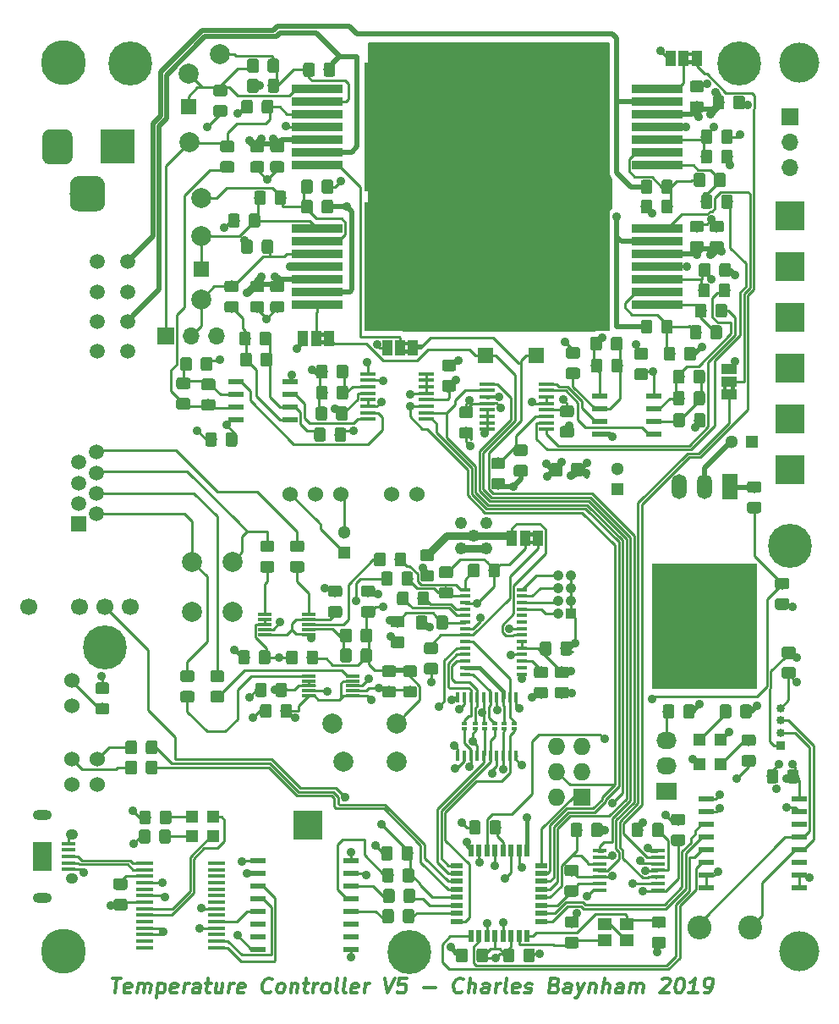
<source format=gtl>
G04 #@! TF.GenerationSoftware,KiCad,Pcbnew,(5.1.0)-1*
G04 #@! TF.CreationDate,2019-10-16T17:24:08+01:00*
G04 #@! TF.ProjectId,TempCtrl,54656d70-4374-4726-9c2e-6b696361645f,v4.3D*
G04 #@! TF.SameCoordinates,Original*
G04 #@! TF.FileFunction,Copper,L1,Top*
G04 #@! TF.FilePolarity,Positive*
%FSLAX46Y46*%
G04 Gerber Fmt 4.6, Leading zero omitted, Abs format (unit mm)*
G04 Created by KiCad (PCBNEW (5.1.0)-1) date 2019-10-16 17:24:08*
%MOMM*%
%LPD*%
G04 APERTURE LIST*
%ADD10C,0.300000*%
%ADD11C,0.150000*%
%ADD12R,1.500000X1.000000*%
%ADD13R,1.000000X1.500000*%
%ADD14C,1.240000*%
%ADD15R,3.000000X3.000000*%
%ADD16C,4.400000*%
%ADD17C,0.700000*%
%ADD18O,1.700000X1.700000*%
%ADD19R,1.700000X1.700000*%
%ADD20R,1.500000X1.500000*%
%ADD21C,1.524000*%
%ADD22R,0.500000X0.300000*%
%ADD23C,1.150000*%
%ADD24O,2.400000X2.400000*%
%ADD25C,2.400000*%
%ADD26C,2.000000*%
%ADD27R,1.300000X1.300000*%
%ADD28C,1.300000*%
%ADD29R,11.430000X12.954000*%
%ADD30R,5.080000X0.889000*%
%ADD31R,1.100000X0.400000*%
%ADD32R,1.500000X0.450000*%
%ADD33R,1.400000X0.300000*%
%ADD34R,1.198880X1.198880*%
%ADD35R,0.600000X1.200000*%
%ADD36R,1.200000X0.600000*%
%ADD37R,1.727200X1.727200*%
%ADD38O,1.727200X1.727200*%
%ADD39R,1.500000X0.600000*%
%ADD40R,1.750000X0.450000*%
%ADD41O,1.900000X1.000000*%
%ADD42R,1.900000X2.900000*%
%ADD43O,1.250000X1.050000*%
%ADD44R,1.350000X0.400000*%
%ADD45O,1.501140X2.499360*%
%ADD46R,1.501140X2.499360*%
%ADD47R,10.500000X12.500000*%
%ADD48C,5.080000*%
%ADD49R,0.400000X1.000000*%
%ADD50R,1.550000X0.600000*%
%ADD51R,0.850000X0.850000*%
%ADD52C,0.850000*%
%ADD53R,2.032000X1.727200*%
%ADD54O,2.032000X1.727200*%
%ADD55C,1.998980*%
%ADD56C,1.500000*%
%ADD57C,4.500000*%
%ADD58C,4.000000*%
%ADD59R,1.050000X1.050000*%
%ADD60C,1.050000*%
%ADD61R,1.400000X1.200000*%
%ADD62C,1.700000*%
%ADD63R,3.500000X3.500000*%
%ADD64C,3.000000*%
%ADD65C,3.500000*%
%ADD66R,1.450000X0.450000*%
%ADD67C,0.889000*%
%ADD68C,0.500000*%
%ADD69C,0.750000*%
%ADD70C,0.254000*%
%ADD71C,0.400000*%
G04 APERTURE END LIST*
D10*
X173534285Y-132178571D02*
X174391428Y-132178571D01*
X173775357Y-133678571D02*
X173962857Y-132178571D01*
X175284285Y-133607142D02*
X175132500Y-133678571D01*
X174846785Y-133678571D01*
X174712857Y-133607142D01*
X174659285Y-133464285D01*
X174730714Y-132892857D01*
X174820000Y-132750000D01*
X174971785Y-132678571D01*
X175257500Y-132678571D01*
X175391428Y-132750000D01*
X175445000Y-132892857D01*
X175427142Y-133035714D01*
X174695000Y-133178571D01*
X175989642Y-133678571D02*
X176114642Y-132678571D01*
X176096785Y-132821428D02*
X176177142Y-132750000D01*
X176328928Y-132678571D01*
X176543214Y-132678571D01*
X176677142Y-132750000D01*
X176730714Y-132892857D01*
X176632500Y-133678571D01*
X176730714Y-132892857D02*
X176820000Y-132750000D01*
X176971785Y-132678571D01*
X177186071Y-132678571D01*
X177320000Y-132750000D01*
X177373571Y-132892857D01*
X177275357Y-133678571D01*
X178114642Y-132678571D02*
X177927142Y-134178571D01*
X178105714Y-132750000D02*
X178257500Y-132678571D01*
X178543214Y-132678571D01*
X178677142Y-132750000D01*
X178739642Y-132821428D01*
X178793214Y-132964285D01*
X178739642Y-133392857D01*
X178650357Y-133535714D01*
X178570000Y-133607142D01*
X178418214Y-133678571D01*
X178132500Y-133678571D01*
X177998571Y-133607142D01*
X179927142Y-133607142D02*
X179775357Y-133678571D01*
X179489642Y-133678571D01*
X179355714Y-133607142D01*
X179302142Y-133464285D01*
X179373571Y-132892857D01*
X179462857Y-132750000D01*
X179614642Y-132678571D01*
X179900357Y-132678571D01*
X180034285Y-132750000D01*
X180087857Y-132892857D01*
X180070000Y-133035714D01*
X179337857Y-133178571D01*
X180632500Y-133678571D02*
X180757500Y-132678571D01*
X180721785Y-132964285D02*
X180811071Y-132821428D01*
X180891428Y-132750000D01*
X181043214Y-132678571D01*
X181186071Y-132678571D01*
X182203928Y-133678571D02*
X182302142Y-132892857D01*
X182248571Y-132750000D01*
X182114642Y-132678571D01*
X181828928Y-132678571D01*
X181677142Y-132750000D01*
X182212857Y-133607142D02*
X182061071Y-133678571D01*
X181703928Y-133678571D01*
X181570000Y-133607142D01*
X181516428Y-133464285D01*
X181534285Y-133321428D01*
X181623571Y-133178571D01*
X181775357Y-133107142D01*
X182132500Y-133107142D01*
X182284285Y-133035714D01*
X182828928Y-132678571D02*
X183400357Y-132678571D01*
X183105714Y-132178571D02*
X182945000Y-133464285D01*
X182998571Y-133607142D01*
X183132500Y-133678571D01*
X183275357Y-133678571D01*
X184543214Y-132678571D02*
X184418214Y-133678571D01*
X183900357Y-132678571D02*
X183802142Y-133464285D01*
X183855714Y-133607142D01*
X183989642Y-133678571D01*
X184203928Y-133678571D01*
X184355714Y-133607142D01*
X184436071Y-133535714D01*
X185132500Y-133678571D02*
X185257500Y-132678571D01*
X185221785Y-132964285D02*
X185311071Y-132821428D01*
X185391428Y-132750000D01*
X185543214Y-132678571D01*
X185686071Y-132678571D01*
X186641428Y-133607142D02*
X186489642Y-133678571D01*
X186203928Y-133678571D01*
X186070000Y-133607142D01*
X186016428Y-133464285D01*
X186087857Y-132892857D01*
X186177142Y-132750000D01*
X186328928Y-132678571D01*
X186614642Y-132678571D01*
X186748571Y-132750000D01*
X186802142Y-132892857D01*
X186784285Y-133035714D01*
X186052142Y-133178571D01*
X189364642Y-133535714D02*
X189284285Y-133607142D01*
X189061071Y-133678571D01*
X188918214Y-133678571D01*
X188712857Y-133607142D01*
X188587857Y-133464285D01*
X188534285Y-133321428D01*
X188498571Y-133035714D01*
X188525357Y-132821428D01*
X188632500Y-132535714D01*
X188721785Y-132392857D01*
X188882500Y-132250000D01*
X189105714Y-132178571D01*
X189248571Y-132178571D01*
X189453928Y-132250000D01*
X189516428Y-132321428D01*
X190203928Y-133678571D02*
X190070000Y-133607142D01*
X190007500Y-133535714D01*
X189953928Y-133392857D01*
X190007500Y-132964285D01*
X190096785Y-132821428D01*
X190177142Y-132750000D01*
X190328928Y-132678571D01*
X190543214Y-132678571D01*
X190677142Y-132750000D01*
X190739642Y-132821428D01*
X190793214Y-132964285D01*
X190739642Y-133392857D01*
X190650357Y-133535714D01*
X190570000Y-133607142D01*
X190418214Y-133678571D01*
X190203928Y-133678571D01*
X191471785Y-132678571D02*
X191346785Y-133678571D01*
X191453928Y-132821428D02*
X191534285Y-132750000D01*
X191686071Y-132678571D01*
X191900357Y-132678571D01*
X192034285Y-132750000D01*
X192087857Y-132892857D01*
X191989642Y-133678571D01*
X192614642Y-132678571D02*
X193186071Y-132678571D01*
X192891428Y-132178571D02*
X192730714Y-133464285D01*
X192784285Y-133607142D01*
X192918214Y-133678571D01*
X193061071Y-133678571D01*
X193561071Y-133678571D02*
X193686071Y-132678571D01*
X193650357Y-132964285D02*
X193739642Y-132821428D01*
X193820000Y-132750000D01*
X193971785Y-132678571D01*
X194114642Y-132678571D01*
X194703928Y-133678571D02*
X194570000Y-133607142D01*
X194507500Y-133535714D01*
X194453928Y-133392857D01*
X194507500Y-132964285D01*
X194596785Y-132821428D01*
X194677142Y-132750000D01*
X194828928Y-132678571D01*
X195043214Y-132678571D01*
X195177142Y-132750000D01*
X195239642Y-132821428D01*
X195293214Y-132964285D01*
X195239642Y-133392857D01*
X195150357Y-133535714D01*
X195070000Y-133607142D01*
X194918214Y-133678571D01*
X194703928Y-133678571D01*
X196061071Y-133678571D02*
X195927142Y-133607142D01*
X195873571Y-133464285D01*
X196034285Y-132178571D01*
X196846785Y-133678571D02*
X196712857Y-133607142D01*
X196659285Y-133464285D01*
X196820000Y-132178571D01*
X197998571Y-133607142D02*
X197846785Y-133678571D01*
X197561071Y-133678571D01*
X197427142Y-133607142D01*
X197373571Y-133464285D01*
X197445000Y-132892857D01*
X197534285Y-132750000D01*
X197686071Y-132678571D01*
X197971785Y-132678571D01*
X198105714Y-132750000D01*
X198159285Y-132892857D01*
X198141428Y-133035714D01*
X197409285Y-133178571D01*
X198703928Y-133678571D02*
X198828928Y-132678571D01*
X198793214Y-132964285D02*
X198882500Y-132821428D01*
X198962857Y-132750000D01*
X199114642Y-132678571D01*
X199257500Y-132678571D01*
X200748571Y-132178571D02*
X201061071Y-133678571D01*
X201748571Y-132178571D01*
X202962857Y-132178571D02*
X202248571Y-132178571D01*
X202087857Y-132892857D01*
X202168214Y-132821428D01*
X202320000Y-132750000D01*
X202677142Y-132750000D01*
X202811071Y-132821428D01*
X202873571Y-132892857D01*
X202927142Y-133035714D01*
X202882500Y-133392857D01*
X202793214Y-133535714D01*
X202712857Y-133607142D01*
X202561071Y-133678571D01*
X202203928Y-133678571D01*
X202070000Y-133607142D01*
X202007500Y-133535714D01*
X204703928Y-133107142D02*
X205846785Y-133107142D01*
X208507500Y-133535714D02*
X208427142Y-133607142D01*
X208203928Y-133678571D01*
X208061071Y-133678571D01*
X207855714Y-133607142D01*
X207730714Y-133464285D01*
X207677142Y-133321428D01*
X207641428Y-133035714D01*
X207668214Y-132821428D01*
X207775357Y-132535714D01*
X207864642Y-132392857D01*
X208025357Y-132250000D01*
X208248571Y-132178571D01*
X208391428Y-132178571D01*
X208596785Y-132250000D01*
X208659285Y-132321428D01*
X209132500Y-133678571D02*
X209320000Y-132178571D01*
X209775357Y-133678571D02*
X209873571Y-132892857D01*
X209820000Y-132750000D01*
X209686071Y-132678571D01*
X209471785Y-132678571D01*
X209320000Y-132750000D01*
X209239642Y-132821428D01*
X211132500Y-133678571D02*
X211230714Y-132892857D01*
X211177142Y-132750000D01*
X211043214Y-132678571D01*
X210757500Y-132678571D01*
X210605714Y-132750000D01*
X211141428Y-133607142D02*
X210989642Y-133678571D01*
X210632500Y-133678571D01*
X210498571Y-133607142D01*
X210445000Y-133464285D01*
X210462857Y-133321428D01*
X210552142Y-133178571D01*
X210703928Y-133107142D01*
X211061071Y-133107142D01*
X211212857Y-133035714D01*
X211846785Y-133678571D02*
X211971785Y-132678571D01*
X211936071Y-132964285D02*
X212025357Y-132821428D01*
X212105714Y-132750000D01*
X212257500Y-132678571D01*
X212400357Y-132678571D01*
X212989642Y-133678571D02*
X212855714Y-133607142D01*
X212802142Y-133464285D01*
X212962857Y-132178571D01*
X214141428Y-133607142D02*
X213989642Y-133678571D01*
X213703928Y-133678571D01*
X213570000Y-133607142D01*
X213516428Y-133464285D01*
X213587857Y-132892857D01*
X213677142Y-132750000D01*
X213828928Y-132678571D01*
X214114642Y-132678571D01*
X214248571Y-132750000D01*
X214302142Y-132892857D01*
X214284285Y-133035714D01*
X213552142Y-133178571D01*
X214784285Y-133607142D02*
X214918214Y-133678571D01*
X215203928Y-133678571D01*
X215355714Y-133607142D01*
X215445000Y-133464285D01*
X215453928Y-133392857D01*
X215400357Y-133250000D01*
X215266428Y-133178571D01*
X215052142Y-133178571D01*
X214918214Y-133107142D01*
X214864642Y-132964285D01*
X214873571Y-132892857D01*
X214962857Y-132750000D01*
X215114642Y-132678571D01*
X215328928Y-132678571D01*
X215462857Y-132750000D01*
X217802142Y-132892857D02*
X218007500Y-132964285D01*
X218070000Y-133035714D01*
X218123571Y-133178571D01*
X218096785Y-133392857D01*
X218007500Y-133535714D01*
X217927142Y-133607142D01*
X217775357Y-133678571D01*
X217203928Y-133678571D01*
X217391428Y-132178571D01*
X217891428Y-132178571D01*
X218025357Y-132250000D01*
X218087857Y-132321428D01*
X218141428Y-132464285D01*
X218123571Y-132607142D01*
X218034285Y-132750000D01*
X217953928Y-132821428D01*
X217802142Y-132892857D01*
X217302142Y-132892857D01*
X219346785Y-133678571D02*
X219445000Y-132892857D01*
X219391428Y-132750000D01*
X219257500Y-132678571D01*
X218971785Y-132678571D01*
X218820000Y-132750000D01*
X219355714Y-133607142D02*
X219203928Y-133678571D01*
X218846785Y-133678571D01*
X218712857Y-133607142D01*
X218659285Y-133464285D01*
X218677142Y-133321428D01*
X218766428Y-133178571D01*
X218918214Y-133107142D01*
X219275357Y-133107142D01*
X219427142Y-133035714D01*
X220043214Y-132678571D02*
X220275357Y-133678571D01*
X220757500Y-132678571D02*
X220275357Y-133678571D01*
X220087857Y-134035714D01*
X220007500Y-134107142D01*
X219855714Y-134178571D01*
X221328928Y-132678571D02*
X221203928Y-133678571D01*
X221311071Y-132821428D02*
X221391428Y-132750000D01*
X221543214Y-132678571D01*
X221757500Y-132678571D01*
X221891428Y-132750000D01*
X221945000Y-132892857D01*
X221846785Y-133678571D01*
X222561071Y-133678571D02*
X222748571Y-132178571D01*
X223203928Y-133678571D02*
X223302142Y-132892857D01*
X223248571Y-132750000D01*
X223114642Y-132678571D01*
X222900357Y-132678571D01*
X222748571Y-132750000D01*
X222668214Y-132821428D01*
X224561071Y-133678571D02*
X224659285Y-132892857D01*
X224605714Y-132750000D01*
X224471785Y-132678571D01*
X224186071Y-132678571D01*
X224034285Y-132750000D01*
X224570000Y-133607142D02*
X224418214Y-133678571D01*
X224061071Y-133678571D01*
X223927142Y-133607142D01*
X223873571Y-133464285D01*
X223891428Y-133321428D01*
X223980714Y-133178571D01*
X224132500Y-133107142D01*
X224489642Y-133107142D01*
X224641428Y-133035714D01*
X225275357Y-133678571D02*
X225400357Y-132678571D01*
X225382500Y-132821428D02*
X225462857Y-132750000D01*
X225614642Y-132678571D01*
X225828928Y-132678571D01*
X225962857Y-132750000D01*
X226016428Y-132892857D01*
X225918214Y-133678571D01*
X226016428Y-132892857D02*
X226105714Y-132750000D01*
X226257500Y-132678571D01*
X226471785Y-132678571D01*
X226605714Y-132750000D01*
X226659285Y-132892857D01*
X226561071Y-133678571D01*
X228516428Y-132321428D02*
X228596785Y-132250000D01*
X228748571Y-132178571D01*
X229105714Y-132178571D01*
X229239642Y-132250000D01*
X229302142Y-132321428D01*
X229355714Y-132464285D01*
X229337857Y-132607142D01*
X229239642Y-132821428D01*
X228275357Y-133678571D01*
X229203928Y-133678571D01*
X230320000Y-132178571D02*
X230462857Y-132178571D01*
X230596785Y-132250000D01*
X230659285Y-132321428D01*
X230712857Y-132464285D01*
X230748571Y-132750000D01*
X230703928Y-133107142D01*
X230596785Y-133392857D01*
X230507500Y-133535714D01*
X230427142Y-133607142D01*
X230275357Y-133678571D01*
X230132500Y-133678571D01*
X229998571Y-133607142D01*
X229936071Y-133535714D01*
X229882500Y-133392857D01*
X229846785Y-133107142D01*
X229891428Y-132750000D01*
X229998571Y-132464285D01*
X230087857Y-132321428D01*
X230168214Y-132250000D01*
X230320000Y-132178571D01*
X232061071Y-133678571D02*
X231203928Y-133678571D01*
X231632500Y-133678571D02*
X231820000Y-132178571D01*
X231650357Y-132392857D01*
X231489642Y-132535714D01*
X231337857Y-132607142D01*
X232775357Y-133678571D02*
X233061071Y-133678571D01*
X233212857Y-133607142D01*
X233293214Y-133535714D01*
X233462857Y-133321428D01*
X233570000Y-133035714D01*
X233641428Y-132464285D01*
X233587857Y-132321428D01*
X233525357Y-132250000D01*
X233391428Y-132178571D01*
X233105714Y-132178571D01*
X232953928Y-132250000D01*
X232873571Y-132321428D01*
X232784285Y-132464285D01*
X232739642Y-132821428D01*
X232793214Y-132964285D01*
X232855714Y-133035714D01*
X232989642Y-133107142D01*
X233275357Y-133107142D01*
X233427142Y-133035714D01*
X233507500Y-132964285D01*
X233596785Y-132821428D01*
D11*
G36*
X234600000Y-73400000D02*
G01*
X234600000Y-72900000D01*
X235000000Y-72900000D01*
X235000000Y-73400000D01*
X234600000Y-73400000D01*
G37*
G36*
X235400000Y-73400000D02*
G01*
X235400000Y-72900000D01*
X235800000Y-72900000D01*
X235800000Y-73400000D01*
X235400000Y-73400000D01*
G37*
G36*
X231600000Y-39932000D02*
G01*
X231100000Y-39932000D01*
X231100000Y-39532000D01*
X231600000Y-39532000D01*
X231600000Y-39932000D01*
G37*
G36*
X231600000Y-40732000D02*
G01*
X231100000Y-40732000D01*
X231100000Y-40332000D01*
X231600000Y-40332000D01*
X231600000Y-40732000D01*
G37*
G36*
X194800000Y-68800000D02*
G01*
X194300000Y-68800000D01*
X194300000Y-68400000D01*
X194800000Y-68400000D01*
X194800000Y-68800000D01*
G37*
G36*
X194800000Y-68000000D02*
G01*
X194300000Y-68000000D01*
X194300000Y-67600000D01*
X194800000Y-67600000D01*
X194800000Y-68000000D01*
G37*
G36*
X203200000Y-68900000D02*
G01*
X202700000Y-68900000D01*
X202700000Y-68500000D01*
X203200000Y-68500000D01*
X203200000Y-68900000D01*
G37*
G36*
X203200000Y-69700000D02*
G01*
X202700000Y-69700000D01*
X202700000Y-69300000D01*
X203200000Y-69300000D01*
X203200000Y-69700000D01*
G37*
G36*
X215700000Y-88000000D02*
G01*
X215200000Y-88000000D01*
X215200000Y-87600000D01*
X215700000Y-87600000D01*
X215700000Y-88000000D01*
G37*
G36*
X215700000Y-88800000D02*
G01*
X215200000Y-88800000D01*
X215200000Y-88400000D01*
X215700000Y-88400000D01*
X215700000Y-88800000D01*
G37*
D12*
X235200000Y-72500000D03*
X235200000Y-71200000D03*
X235200000Y-73800000D03*
D13*
X232000000Y-40132000D03*
X229400000Y-40132000D03*
X230700000Y-40132000D03*
X193900000Y-68200000D03*
X192600000Y-68200000D03*
X195200000Y-68200000D03*
X203600000Y-69100000D03*
X201000000Y-69100000D03*
X202300000Y-69100000D03*
X216100000Y-88200000D03*
X213500000Y-88200000D03*
X214800000Y-88200000D03*
D14*
X209700000Y-87900000D03*
X208430000Y-86630000D03*
X210970000Y-89170000D03*
X210970000Y-86630000D03*
X208430000Y-89170000D03*
D15*
X193040000Y-116840000D03*
D16*
X175260000Y-40640000D03*
D17*
X176910000Y-40640000D03*
X176426726Y-41806726D03*
X175260000Y-42290000D03*
X174093274Y-41806726D03*
X173610000Y-40640000D03*
X174093274Y-39473274D03*
X175260000Y-38990000D03*
X176426726Y-39473274D03*
D16*
X241300000Y-88900000D03*
D17*
X242950000Y-88900000D03*
X242466726Y-90066726D03*
X241300000Y-90550000D03*
X240133274Y-90066726D03*
X239650000Y-88900000D03*
X240133274Y-87733274D03*
X241300000Y-87250000D03*
X242466726Y-87733274D03*
X173886726Y-97893274D03*
X172720000Y-97410000D03*
X171553274Y-97893274D03*
X171070000Y-99060000D03*
X171553274Y-100226726D03*
X172720000Y-100710000D03*
X173886726Y-100226726D03*
X174370000Y-99060000D03*
D16*
X172720000Y-99060000D03*
X203200000Y-129540000D03*
D17*
X204850000Y-129540000D03*
X204366726Y-130706726D03*
X203200000Y-131190000D03*
X202033274Y-130706726D03*
X201550000Y-129540000D03*
X202033274Y-128373274D03*
X203200000Y-127890000D03*
X204366726Y-128373274D03*
X237386726Y-39473274D03*
X236220000Y-38990000D03*
X235053274Y-39473274D03*
X234570000Y-40640000D03*
X235053274Y-41806726D03*
X236220000Y-42290000D03*
X237386726Y-41806726D03*
X237870000Y-40640000D03*
D16*
X236220000Y-40640000D03*
D18*
X241300000Y-51054000D03*
X241300000Y-48514000D03*
D19*
X241300000Y-45974000D03*
D18*
X183896000Y-67945000D03*
X181356000Y-67945000D03*
D19*
X178816000Y-67945000D03*
D20*
X181102000Y-44958000D03*
X210820000Y-69850000D03*
X182372000Y-61214000D03*
X215900000Y-69850000D03*
D15*
X241300000Y-81280000D03*
X241300000Y-71120000D03*
X241300000Y-60960000D03*
X241300000Y-76200000D03*
X241300000Y-66040000D03*
X241300000Y-55880000D03*
D21*
X169440000Y-104920000D03*
X169440000Y-102380000D03*
D22*
X208750000Y-106746000D03*
X208750000Y-107254000D03*
X209800000Y-106746000D03*
X209800000Y-107254000D03*
X213750000Y-106746000D03*
X213750000Y-107254000D03*
X211750000Y-106746000D03*
X211750000Y-107254000D03*
X212750000Y-106746000D03*
X212750000Y-107254000D03*
X210750000Y-106746000D03*
X210750000Y-107254000D03*
D11*
G36*
X203495005Y-125285204D02*
G01*
X203519273Y-125288804D01*
X203543072Y-125294765D01*
X203566171Y-125303030D01*
X203588350Y-125313520D01*
X203609393Y-125326132D01*
X203629099Y-125340747D01*
X203647277Y-125357223D01*
X203663753Y-125375401D01*
X203678368Y-125395107D01*
X203690980Y-125416150D01*
X203701470Y-125438329D01*
X203709735Y-125461428D01*
X203715696Y-125485227D01*
X203719296Y-125509495D01*
X203720500Y-125533999D01*
X203720500Y-126434001D01*
X203719296Y-126458505D01*
X203715696Y-126482773D01*
X203709735Y-126506572D01*
X203701470Y-126529671D01*
X203690980Y-126551850D01*
X203678368Y-126572893D01*
X203663753Y-126592599D01*
X203647277Y-126610777D01*
X203629099Y-126627253D01*
X203609393Y-126641868D01*
X203588350Y-126654480D01*
X203566171Y-126664970D01*
X203543072Y-126673235D01*
X203519273Y-126679196D01*
X203495005Y-126682796D01*
X203470501Y-126684000D01*
X202820499Y-126684000D01*
X202795995Y-126682796D01*
X202771727Y-126679196D01*
X202747928Y-126673235D01*
X202724829Y-126664970D01*
X202702650Y-126654480D01*
X202681607Y-126641868D01*
X202661901Y-126627253D01*
X202643723Y-126610777D01*
X202627247Y-126592599D01*
X202612632Y-126572893D01*
X202600020Y-126551850D01*
X202589530Y-126529671D01*
X202581265Y-126506572D01*
X202575304Y-126482773D01*
X202571704Y-126458505D01*
X202570500Y-126434001D01*
X202570500Y-125533999D01*
X202571704Y-125509495D01*
X202575304Y-125485227D01*
X202581265Y-125461428D01*
X202589530Y-125438329D01*
X202600020Y-125416150D01*
X202612632Y-125395107D01*
X202627247Y-125375401D01*
X202643723Y-125357223D01*
X202661901Y-125340747D01*
X202681607Y-125326132D01*
X202702650Y-125313520D01*
X202724829Y-125303030D01*
X202747928Y-125294765D01*
X202771727Y-125288804D01*
X202795995Y-125285204D01*
X202820499Y-125284000D01*
X203470501Y-125284000D01*
X203495005Y-125285204D01*
X203495005Y-125285204D01*
G37*
D23*
X203145500Y-125984000D03*
D11*
G36*
X201445005Y-125285204D02*
G01*
X201469273Y-125288804D01*
X201493072Y-125294765D01*
X201516171Y-125303030D01*
X201538350Y-125313520D01*
X201559393Y-125326132D01*
X201579099Y-125340747D01*
X201597277Y-125357223D01*
X201613753Y-125375401D01*
X201628368Y-125395107D01*
X201640980Y-125416150D01*
X201651470Y-125438329D01*
X201659735Y-125461428D01*
X201665696Y-125485227D01*
X201669296Y-125509495D01*
X201670500Y-125533999D01*
X201670500Y-126434001D01*
X201669296Y-126458505D01*
X201665696Y-126482773D01*
X201659735Y-126506572D01*
X201651470Y-126529671D01*
X201640980Y-126551850D01*
X201628368Y-126572893D01*
X201613753Y-126592599D01*
X201597277Y-126610777D01*
X201579099Y-126627253D01*
X201559393Y-126641868D01*
X201538350Y-126654480D01*
X201516171Y-126664970D01*
X201493072Y-126673235D01*
X201469273Y-126679196D01*
X201445005Y-126682796D01*
X201420501Y-126684000D01*
X200770499Y-126684000D01*
X200745995Y-126682796D01*
X200721727Y-126679196D01*
X200697928Y-126673235D01*
X200674829Y-126664970D01*
X200652650Y-126654480D01*
X200631607Y-126641868D01*
X200611901Y-126627253D01*
X200593723Y-126610777D01*
X200577247Y-126592599D01*
X200562632Y-126572893D01*
X200550020Y-126551850D01*
X200539530Y-126529671D01*
X200531265Y-126506572D01*
X200525304Y-126482773D01*
X200521704Y-126458505D01*
X200520500Y-126434001D01*
X200520500Y-125533999D01*
X200521704Y-125509495D01*
X200525304Y-125485227D01*
X200531265Y-125461428D01*
X200539530Y-125438329D01*
X200550020Y-125416150D01*
X200562632Y-125395107D01*
X200577247Y-125375401D01*
X200593723Y-125357223D01*
X200611901Y-125340747D01*
X200631607Y-125326132D01*
X200652650Y-125313520D01*
X200674829Y-125303030D01*
X200697928Y-125294765D01*
X200721727Y-125288804D01*
X200745995Y-125285204D01*
X200770499Y-125284000D01*
X201420501Y-125284000D01*
X201445005Y-125285204D01*
X201445005Y-125285204D01*
G37*
D23*
X201095500Y-125984000D03*
D11*
G36*
X201524505Y-123253204D02*
G01*
X201548773Y-123256804D01*
X201572572Y-123262765D01*
X201595671Y-123271030D01*
X201617850Y-123281520D01*
X201638893Y-123294132D01*
X201658599Y-123308747D01*
X201676777Y-123325223D01*
X201693253Y-123343401D01*
X201707868Y-123363107D01*
X201720480Y-123384150D01*
X201730970Y-123406329D01*
X201739235Y-123429428D01*
X201745196Y-123453227D01*
X201748796Y-123477495D01*
X201750000Y-123501999D01*
X201750000Y-124402001D01*
X201748796Y-124426505D01*
X201745196Y-124450773D01*
X201739235Y-124474572D01*
X201730970Y-124497671D01*
X201720480Y-124519850D01*
X201707868Y-124540893D01*
X201693253Y-124560599D01*
X201676777Y-124578777D01*
X201658599Y-124595253D01*
X201638893Y-124609868D01*
X201617850Y-124622480D01*
X201595671Y-124632970D01*
X201572572Y-124641235D01*
X201548773Y-124647196D01*
X201524505Y-124650796D01*
X201500001Y-124652000D01*
X200849999Y-124652000D01*
X200825495Y-124650796D01*
X200801227Y-124647196D01*
X200777428Y-124641235D01*
X200754329Y-124632970D01*
X200732150Y-124622480D01*
X200711107Y-124609868D01*
X200691401Y-124595253D01*
X200673223Y-124578777D01*
X200656747Y-124560599D01*
X200642132Y-124540893D01*
X200629520Y-124519850D01*
X200619030Y-124497671D01*
X200610765Y-124474572D01*
X200604804Y-124450773D01*
X200601204Y-124426505D01*
X200600000Y-124402001D01*
X200600000Y-123501999D01*
X200601204Y-123477495D01*
X200604804Y-123453227D01*
X200610765Y-123429428D01*
X200619030Y-123406329D01*
X200629520Y-123384150D01*
X200642132Y-123363107D01*
X200656747Y-123343401D01*
X200673223Y-123325223D01*
X200691401Y-123308747D01*
X200711107Y-123294132D01*
X200732150Y-123281520D01*
X200754329Y-123271030D01*
X200777428Y-123262765D01*
X200801227Y-123256804D01*
X200825495Y-123253204D01*
X200849999Y-123252000D01*
X201500001Y-123252000D01*
X201524505Y-123253204D01*
X201524505Y-123253204D01*
G37*
D23*
X201175000Y-123952000D03*
D11*
G36*
X203574505Y-123253204D02*
G01*
X203598773Y-123256804D01*
X203622572Y-123262765D01*
X203645671Y-123271030D01*
X203667850Y-123281520D01*
X203688893Y-123294132D01*
X203708599Y-123308747D01*
X203726777Y-123325223D01*
X203743253Y-123343401D01*
X203757868Y-123363107D01*
X203770480Y-123384150D01*
X203780970Y-123406329D01*
X203789235Y-123429428D01*
X203795196Y-123453227D01*
X203798796Y-123477495D01*
X203800000Y-123501999D01*
X203800000Y-124402001D01*
X203798796Y-124426505D01*
X203795196Y-124450773D01*
X203789235Y-124474572D01*
X203780970Y-124497671D01*
X203770480Y-124519850D01*
X203757868Y-124540893D01*
X203743253Y-124560599D01*
X203726777Y-124578777D01*
X203708599Y-124595253D01*
X203688893Y-124609868D01*
X203667850Y-124622480D01*
X203645671Y-124632970D01*
X203622572Y-124641235D01*
X203598773Y-124647196D01*
X203574505Y-124650796D01*
X203550001Y-124652000D01*
X202899999Y-124652000D01*
X202875495Y-124650796D01*
X202851227Y-124647196D01*
X202827428Y-124641235D01*
X202804329Y-124632970D01*
X202782150Y-124622480D01*
X202761107Y-124609868D01*
X202741401Y-124595253D01*
X202723223Y-124578777D01*
X202706747Y-124560599D01*
X202692132Y-124540893D01*
X202679520Y-124519850D01*
X202669030Y-124497671D01*
X202660765Y-124474572D01*
X202654804Y-124450773D01*
X202651204Y-124426505D01*
X202650000Y-124402001D01*
X202650000Y-123501999D01*
X202651204Y-123477495D01*
X202654804Y-123453227D01*
X202660765Y-123429428D01*
X202669030Y-123406329D01*
X202679520Y-123384150D01*
X202692132Y-123363107D01*
X202706747Y-123343401D01*
X202723223Y-123325223D01*
X202741401Y-123308747D01*
X202761107Y-123294132D01*
X202782150Y-123281520D01*
X202804329Y-123271030D01*
X202827428Y-123262765D01*
X202851227Y-123256804D01*
X202875495Y-123253204D01*
X202899999Y-123252000D01*
X203550001Y-123252000D01*
X203574505Y-123253204D01*
X203574505Y-123253204D01*
G37*
D23*
X203225000Y-123952000D03*
D11*
G36*
X199274505Y-97201204D02*
G01*
X199298773Y-97204804D01*
X199322572Y-97210765D01*
X199345671Y-97219030D01*
X199367850Y-97229520D01*
X199388893Y-97242132D01*
X199408599Y-97256747D01*
X199426777Y-97273223D01*
X199443253Y-97291401D01*
X199457868Y-97311107D01*
X199470480Y-97332150D01*
X199480970Y-97354329D01*
X199489235Y-97377428D01*
X199495196Y-97401227D01*
X199498796Y-97425495D01*
X199500000Y-97449999D01*
X199500000Y-98350001D01*
X199498796Y-98374505D01*
X199495196Y-98398773D01*
X199489235Y-98422572D01*
X199480970Y-98445671D01*
X199470480Y-98467850D01*
X199457868Y-98488893D01*
X199443253Y-98508599D01*
X199426777Y-98526777D01*
X199408599Y-98543253D01*
X199388893Y-98557868D01*
X199367850Y-98570480D01*
X199345671Y-98580970D01*
X199322572Y-98589235D01*
X199298773Y-98595196D01*
X199274505Y-98598796D01*
X199250001Y-98600000D01*
X198599999Y-98600000D01*
X198575495Y-98598796D01*
X198551227Y-98595196D01*
X198527428Y-98589235D01*
X198504329Y-98580970D01*
X198482150Y-98570480D01*
X198461107Y-98557868D01*
X198441401Y-98543253D01*
X198423223Y-98526777D01*
X198406747Y-98508599D01*
X198392132Y-98488893D01*
X198379520Y-98467850D01*
X198369030Y-98445671D01*
X198360765Y-98422572D01*
X198354804Y-98398773D01*
X198351204Y-98374505D01*
X198350000Y-98350001D01*
X198350000Y-97449999D01*
X198351204Y-97425495D01*
X198354804Y-97401227D01*
X198360765Y-97377428D01*
X198369030Y-97354329D01*
X198379520Y-97332150D01*
X198392132Y-97311107D01*
X198406747Y-97291401D01*
X198423223Y-97273223D01*
X198441401Y-97256747D01*
X198461107Y-97242132D01*
X198482150Y-97229520D01*
X198504329Y-97219030D01*
X198527428Y-97210765D01*
X198551227Y-97204804D01*
X198575495Y-97201204D01*
X198599999Y-97200000D01*
X199250001Y-97200000D01*
X199274505Y-97201204D01*
X199274505Y-97201204D01*
G37*
D23*
X198925000Y-97900000D03*
D11*
G36*
X197224505Y-97201204D02*
G01*
X197248773Y-97204804D01*
X197272572Y-97210765D01*
X197295671Y-97219030D01*
X197317850Y-97229520D01*
X197338893Y-97242132D01*
X197358599Y-97256747D01*
X197376777Y-97273223D01*
X197393253Y-97291401D01*
X197407868Y-97311107D01*
X197420480Y-97332150D01*
X197430970Y-97354329D01*
X197439235Y-97377428D01*
X197445196Y-97401227D01*
X197448796Y-97425495D01*
X197450000Y-97449999D01*
X197450000Y-98350001D01*
X197448796Y-98374505D01*
X197445196Y-98398773D01*
X197439235Y-98422572D01*
X197430970Y-98445671D01*
X197420480Y-98467850D01*
X197407868Y-98488893D01*
X197393253Y-98508599D01*
X197376777Y-98526777D01*
X197358599Y-98543253D01*
X197338893Y-98557868D01*
X197317850Y-98570480D01*
X197295671Y-98580970D01*
X197272572Y-98589235D01*
X197248773Y-98595196D01*
X197224505Y-98598796D01*
X197200001Y-98600000D01*
X196549999Y-98600000D01*
X196525495Y-98598796D01*
X196501227Y-98595196D01*
X196477428Y-98589235D01*
X196454329Y-98580970D01*
X196432150Y-98570480D01*
X196411107Y-98557868D01*
X196391401Y-98543253D01*
X196373223Y-98526777D01*
X196356747Y-98508599D01*
X196342132Y-98488893D01*
X196329520Y-98467850D01*
X196319030Y-98445671D01*
X196310765Y-98422572D01*
X196304804Y-98398773D01*
X196301204Y-98374505D01*
X196300000Y-98350001D01*
X196300000Y-97449999D01*
X196301204Y-97425495D01*
X196304804Y-97401227D01*
X196310765Y-97377428D01*
X196319030Y-97354329D01*
X196329520Y-97332150D01*
X196342132Y-97311107D01*
X196356747Y-97291401D01*
X196373223Y-97273223D01*
X196391401Y-97256747D01*
X196411107Y-97242132D01*
X196432150Y-97229520D01*
X196454329Y-97219030D01*
X196477428Y-97210765D01*
X196501227Y-97204804D01*
X196525495Y-97201204D01*
X196549999Y-97200000D01*
X197200001Y-97200000D01*
X197224505Y-97201204D01*
X197224505Y-97201204D01*
G37*
D23*
X196875000Y-97900000D03*
D11*
G36*
X203774505Y-100901204D02*
G01*
X203798773Y-100904804D01*
X203822572Y-100910765D01*
X203845671Y-100919030D01*
X203867850Y-100929520D01*
X203888893Y-100942132D01*
X203908599Y-100956747D01*
X203926777Y-100973223D01*
X203943253Y-100991401D01*
X203957868Y-101011107D01*
X203970480Y-101032150D01*
X203980970Y-101054329D01*
X203989235Y-101077428D01*
X203995196Y-101101227D01*
X203998796Y-101125495D01*
X204000000Y-101149999D01*
X204000000Y-101800001D01*
X203998796Y-101824505D01*
X203995196Y-101848773D01*
X203989235Y-101872572D01*
X203980970Y-101895671D01*
X203970480Y-101917850D01*
X203957868Y-101938893D01*
X203943253Y-101958599D01*
X203926777Y-101976777D01*
X203908599Y-101993253D01*
X203888893Y-102007868D01*
X203867850Y-102020480D01*
X203845671Y-102030970D01*
X203822572Y-102039235D01*
X203798773Y-102045196D01*
X203774505Y-102048796D01*
X203750001Y-102050000D01*
X202849999Y-102050000D01*
X202825495Y-102048796D01*
X202801227Y-102045196D01*
X202777428Y-102039235D01*
X202754329Y-102030970D01*
X202732150Y-102020480D01*
X202711107Y-102007868D01*
X202691401Y-101993253D01*
X202673223Y-101976777D01*
X202656747Y-101958599D01*
X202642132Y-101938893D01*
X202629520Y-101917850D01*
X202619030Y-101895671D01*
X202610765Y-101872572D01*
X202604804Y-101848773D01*
X202601204Y-101824505D01*
X202600000Y-101800001D01*
X202600000Y-101149999D01*
X202601204Y-101125495D01*
X202604804Y-101101227D01*
X202610765Y-101077428D01*
X202619030Y-101054329D01*
X202629520Y-101032150D01*
X202642132Y-101011107D01*
X202656747Y-100991401D01*
X202673223Y-100973223D01*
X202691401Y-100956747D01*
X202711107Y-100942132D01*
X202732150Y-100929520D01*
X202754329Y-100919030D01*
X202777428Y-100910765D01*
X202801227Y-100904804D01*
X202825495Y-100901204D01*
X202849999Y-100900000D01*
X203750001Y-100900000D01*
X203774505Y-100901204D01*
X203774505Y-100901204D01*
G37*
D23*
X203300000Y-101475000D03*
D11*
G36*
X203774505Y-102951204D02*
G01*
X203798773Y-102954804D01*
X203822572Y-102960765D01*
X203845671Y-102969030D01*
X203867850Y-102979520D01*
X203888893Y-102992132D01*
X203908599Y-103006747D01*
X203926777Y-103023223D01*
X203943253Y-103041401D01*
X203957868Y-103061107D01*
X203970480Y-103082150D01*
X203980970Y-103104329D01*
X203989235Y-103127428D01*
X203995196Y-103151227D01*
X203998796Y-103175495D01*
X204000000Y-103199999D01*
X204000000Y-103850001D01*
X203998796Y-103874505D01*
X203995196Y-103898773D01*
X203989235Y-103922572D01*
X203980970Y-103945671D01*
X203970480Y-103967850D01*
X203957868Y-103988893D01*
X203943253Y-104008599D01*
X203926777Y-104026777D01*
X203908599Y-104043253D01*
X203888893Y-104057868D01*
X203867850Y-104070480D01*
X203845671Y-104080970D01*
X203822572Y-104089235D01*
X203798773Y-104095196D01*
X203774505Y-104098796D01*
X203750001Y-104100000D01*
X202849999Y-104100000D01*
X202825495Y-104098796D01*
X202801227Y-104095196D01*
X202777428Y-104089235D01*
X202754329Y-104080970D01*
X202732150Y-104070480D01*
X202711107Y-104057868D01*
X202691401Y-104043253D01*
X202673223Y-104026777D01*
X202656747Y-104008599D01*
X202642132Y-103988893D01*
X202629520Y-103967850D01*
X202619030Y-103945671D01*
X202610765Y-103922572D01*
X202604804Y-103898773D01*
X202601204Y-103874505D01*
X202600000Y-103850001D01*
X202600000Y-103199999D01*
X202601204Y-103175495D01*
X202604804Y-103151227D01*
X202610765Y-103127428D01*
X202619030Y-103104329D01*
X202629520Y-103082150D01*
X202642132Y-103061107D01*
X202656747Y-103041401D01*
X202673223Y-103023223D01*
X202691401Y-103006747D01*
X202711107Y-102992132D01*
X202732150Y-102979520D01*
X202754329Y-102969030D01*
X202777428Y-102960765D01*
X202801227Y-102954804D01*
X202825495Y-102951204D01*
X202849999Y-102950000D01*
X203750001Y-102950000D01*
X203774505Y-102951204D01*
X203774505Y-102951204D01*
G37*
D23*
X203300000Y-103525000D03*
D11*
G36*
X234800505Y-64706204D02*
G01*
X234824773Y-64709804D01*
X234848572Y-64715765D01*
X234871671Y-64724030D01*
X234893850Y-64734520D01*
X234914893Y-64747132D01*
X234934599Y-64761747D01*
X234952777Y-64778223D01*
X234969253Y-64796401D01*
X234983868Y-64816107D01*
X234996480Y-64837150D01*
X235006970Y-64859329D01*
X235015235Y-64882428D01*
X235021196Y-64906227D01*
X235024796Y-64930495D01*
X235026000Y-64954999D01*
X235026000Y-65855001D01*
X235024796Y-65879505D01*
X235021196Y-65903773D01*
X235015235Y-65927572D01*
X235006970Y-65950671D01*
X234996480Y-65972850D01*
X234983868Y-65993893D01*
X234969253Y-66013599D01*
X234952777Y-66031777D01*
X234934599Y-66048253D01*
X234914893Y-66062868D01*
X234893850Y-66075480D01*
X234871671Y-66085970D01*
X234848572Y-66094235D01*
X234824773Y-66100196D01*
X234800505Y-66103796D01*
X234776001Y-66105000D01*
X234125999Y-66105000D01*
X234101495Y-66103796D01*
X234077227Y-66100196D01*
X234053428Y-66094235D01*
X234030329Y-66085970D01*
X234008150Y-66075480D01*
X233987107Y-66062868D01*
X233967401Y-66048253D01*
X233949223Y-66031777D01*
X233932747Y-66013599D01*
X233918132Y-65993893D01*
X233905520Y-65972850D01*
X233895030Y-65950671D01*
X233886765Y-65927572D01*
X233880804Y-65903773D01*
X233877204Y-65879505D01*
X233876000Y-65855001D01*
X233876000Y-64954999D01*
X233877204Y-64930495D01*
X233880804Y-64906227D01*
X233886765Y-64882428D01*
X233895030Y-64859329D01*
X233905520Y-64837150D01*
X233918132Y-64816107D01*
X233932747Y-64796401D01*
X233949223Y-64778223D01*
X233967401Y-64761747D01*
X233987107Y-64747132D01*
X234008150Y-64734520D01*
X234030329Y-64724030D01*
X234053428Y-64715765D01*
X234077227Y-64709804D01*
X234101495Y-64706204D01*
X234125999Y-64705000D01*
X234776001Y-64705000D01*
X234800505Y-64706204D01*
X234800505Y-64706204D01*
G37*
D23*
X234451000Y-65405000D03*
D11*
G36*
X232750505Y-64706204D02*
G01*
X232774773Y-64709804D01*
X232798572Y-64715765D01*
X232821671Y-64724030D01*
X232843850Y-64734520D01*
X232864893Y-64747132D01*
X232884599Y-64761747D01*
X232902777Y-64778223D01*
X232919253Y-64796401D01*
X232933868Y-64816107D01*
X232946480Y-64837150D01*
X232956970Y-64859329D01*
X232965235Y-64882428D01*
X232971196Y-64906227D01*
X232974796Y-64930495D01*
X232976000Y-64954999D01*
X232976000Y-65855001D01*
X232974796Y-65879505D01*
X232971196Y-65903773D01*
X232965235Y-65927572D01*
X232956970Y-65950671D01*
X232946480Y-65972850D01*
X232933868Y-65993893D01*
X232919253Y-66013599D01*
X232902777Y-66031777D01*
X232884599Y-66048253D01*
X232864893Y-66062868D01*
X232843850Y-66075480D01*
X232821671Y-66085970D01*
X232798572Y-66094235D01*
X232774773Y-66100196D01*
X232750505Y-66103796D01*
X232726001Y-66105000D01*
X232075999Y-66105000D01*
X232051495Y-66103796D01*
X232027227Y-66100196D01*
X232003428Y-66094235D01*
X231980329Y-66085970D01*
X231958150Y-66075480D01*
X231937107Y-66062868D01*
X231917401Y-66048253D01*
X231899223Y-66031777D01*
X231882747Y-66013599D01*
X231868132Y-65993893D01*
X231855520Y-65972850D01*
X231845030Y-65950671D01*
X231836765Y-65927572D01*
X231830804Y-65903773D01*
X231827204Y-65879505D01*
X231826000Y-65855001D01*
X231826000Y-64954999D01*
X231827204Y-64930495D01*
X231830804Y-64906227D01*
X231836765Y-64882428D01*
X231845030Y-64859329D01*
X231855520Y-64837150D01*
X231868132Y-64816107D01*
X231882747Y-64796401D01*
X231899223Y-64778223D01*
X231917401Y-64761747D01*
X231937107Y-64747132D01*
X231958150Y-64734520D01*
X231980329Y-64724030D01*
X232003428Y-64715765D01*
X232027227Y-64709804D01*
X232051495Y-64706204D01*
X232075999Y-64705000D01*
X232726001Y-64705000D01*
X232750505Y-64706204D01*
X232750505Y-64706204D01*
G37*
D23*
X232401000Y-65405000D03*
D11*
G36*
X235374505Y-53801204D02*
G01*
X235398773Y-53804804D01*
X235422572Y-53810765D01*
X235445671Y-53819030D01*
X235467850Y-53829520D01*
X235488893Y-53842132D01*
X235508599Y-53856747D01*
X235526777Y-53873223D01*
X235543253Y-53891401D01*
X235557868Y-53911107D01*
X235570480Y-53932150D01*
X235580970Y-53954329D01*
X235589235Y-53977428D01*
X235595196Y-54001227D01*
X235598796Y-54025495D01*
X235600000Y-54049999D01*
X235600000Y-54950001D01*
X235598796Y-54974505D01*
X235595196Y-54998773D01*
X235589235Y-55022572D01*
X235580970Y-55045671D01*
X235570480Y-55067850D01*
X235557868Y-55088893D01*
X235543253Y-55108599D01*
X235526777Y-55126777D01*
X235508599Y-55143253D01*
X235488893Y-55157868D01*
X235467850Y-55170480D01*
X235445671Y-55180970D01*
X235422572Y-55189235D01*
X235398773Y-55195196D01*
X235374505Y-55198796D01*
X235350001Y-55200000D01*
X234699999Y-55200000D01*
X234675495Y-55198796D01*
X234651227Y-55195196D01*
X234627428Y-55189235D01*
X234604329Y-55180970D01*
X234582150Y-55170480D01*
X234561107Y-55157868D01*
X234541401Y-55143253D01*
X234523223Y-55126777D01*
X234506747Y-55108599D01*
X234492132Y-55088893D01*
X234479520Y-55067850D01*
X234469030Y-55045671D01*
X234460765Y-55022572D01*
X234454804Y-54998773D01*
X234451204Y-54974505D01*
X234450000Y-54950001D01*
X234450000Y-54049999D01*
X234451204Y-54025495D01*
X234454804Y-54001227D01*
X234460765Y-53977428D01*
X234469030Y-53954329D01*
X234479520Y-53932150D01*
X234492132Y-53911107D01*
X234506747Y-53891401D01*
X234523223Y-53873223D01*
X234541401Y-53856747D01*
X234561107Y-53842132D01*
X234582150Y-53829520D01*
X234604329Y-53819030D01*
X234627428Y-53810765D01*
X234651227Y-53804804D01*
X234675495Y-53801204D01*
X234699999Y-53800000D01*
X235350001Y-53800000D01*
X235374505Y-53801204D01*
X235374505Y-53801204D01*
G37*
D23*
X235025000Y-54500000D03*
D11*
G36*
X233324505Y-53801204D02*
G01*
X233348773Y-53804804D01*
X233372572Y-53810765D01*
X233395671Y-53819030D01*
X233417850Y-53829520D01*
X233438893Y-53842132D01*
X233458599Y-53856747D01*
X233476777Y-53873223D01*
X233493253Y-53891401D01*
X233507868Y-53911107D01*
X233520480Y-53932150D01*
X233530970Y-53954329D01*
X233539235Y-53977428D01*
X233545196Y-54001227D01*
X233548796Y-54025495D01*
X233550000Y-54049999D01*
X233550000Y-54950001D01*
X233548796Y-54974505D01*
X233545196Y-54998773D01*
X233539235Y-55022572D01*
X233530970Y-55045671D01*
X233520480Y-55067850D01*
X233507868Y-55088893D01*
X233493253Y-55108599D01*
X233476777Y-55126777D01*
X233458599Y-55143253D01*
X233438893Y-55157868D01*
X233417850Y-55170480D01*
X233395671Y-55180970D01*
X233372572Y-55189235D01*
X233348773Y-55195196D01*
X233324505Y-55198796D01*
X233300001Y-55200000D01*
X232649999Y-55200000D01*
X232625495Y-55198796D01*
X232601227Y-55195196D01*
X232577428Y-55189235D01*
X232554329Y-55180970D01*
X232532150Y-55170480D01*
X232511107Y-55157868D01*
X232491401Y-55143253D01*
X232473223Y-55126777D01*
X232456747Y-55108599D01*
X232442132Y-55088893D01*
X232429520Y-55067850D01*
X232419030Y-55045671D01*
X232410765Y-55022572D01*
X232404804Y-54998773D01*
X232401204Y-54974505D01*
X232400000Y-54950001D01*
X232400000Y-54049999D01*
X232401204Y-54025495D01*
X232404804Y-54001227D01*
X232410765Y-53977428D01*
X232419030Y-53954329D01*
X232429520Y-53932150D01*
X232442132Y-53911107D01*
X232456747Y-53891401D01*
X232473223Y-53873223D01*
X232491401Y-53856747D01*
X232511107Y-53842132D01*
X232532150Y-53829520D01*
X232554329Y-53819030D01*
X232577428Y-53810765D01*
X232601227Y-53804804D01*
X232625495Y-53801204D01*
X232649999Y-53800000D01*
X233300001Y-53800000D01*
X233324505Y-53801204D01*
X233324505Y-53801204D01*
G37*
D23*
X232975000Y-54500000D03*
D11*
G36*
X235124505Y-62674204D02*
G01*
X235148773Y-62677804D01*
X235172572Y-62683765D01*
X235195671Y-62692030D01*
X235217850Y-62702520D01*
X235238893Y-62715132D01*
X235258599Y-62729747D01*
X235276777Y-62746223D01*
X235293253Y-62764401D01*
X235307868Y-62784107D01*
X235320480Y-62805150D01*
X235330970Y-62827329D01*
X235339235Y-62850428D01*
X235345196Y-62874227D01*
X235348796Y-62898495D01*
X235350000Y-62922999D01*
X235350000Y-63823001D01*
X235348796Y-63847505D01*
X235345196Y-63871773D01*
X235339235Y-63895572D01*
X235330970Y-63918671D01*
X235320480Y-63940850D01*
X235307868Y-63961893D01*
X235293253Y-63981599D01*
X235276777Y-63999777D01*
X235258599Y-64016253D01*
X235238893Y-64030868D01*
X235217850Y-64043480D01*
X235195671Y-64053970D01*
X235172572Y-64062235D01*
X235148773Y-64068196D01*
X235124505Y-64071796D01*
X235100001Y-64073000D01*
X234449999Y-64073000D01*
X234425495Y-64071796D01*
X234401227Y-64068196D01*
X234377428Y-64062235D01*
X234354329Y-64053970D01*
X234332150Y-64043480D01*
X234311107Y-64030868D01*
X234291401Y-64016253D01*
X234273223Y-63999777D01*
X234256747Y-63981599D01*
X234242132Y-63961893D01*
X234229520Y-63940850D01*
X234219030Y-63918671D01*
X234210765Y-63895572D01*
X234204804Y-63871773D01*
X234201204Y-63847505D01*
X234200000Y-63823001D01*
X234200000Y-62922999D01*
X234201204Y-62898495D01*
X234204804Y-62874227D01*
X234210765Y-62850428D01*
X234219030Y-62827329D01*
X234229520Y-62805150D01*
X234242132Y-62784107D01*
X234256747Y-62764401D01*
X234273223Y-62746223D01*
X234291401Y-62729747D01*
X234311107Y-62715132D01*
X234332150Y-62702520D01*
X234354329Y-62692030D01*
X234377428Y-62683765D01*
X234401227Y-62677804D01*
X234425495Y-62674204D01*
X234449999Y-62673000D01*
X235100001Y-62673000D01*
X235124505Y-62674204D01*
X235124505Y-62674204D01*
G37*
D23*
X234775000Y-63373000D03*
D11*
G36*
X233074505Y-62674204D02*
G01*
X233098773Y-62677804D01*
X233122572Y-62683765D01*
X233145671Y-62692030D01*
X233167850Y-62702520D01*
X233188893Y-62715132D01*
X233208599Y-62729747D01*
X233226777Y-62746223D01*
X233243253Y-62764401D01*
X233257868Y-62784107D01*
X233270480Y-62805150D01*
X233280970Y-62827329D01*
X233289235Y-62850428D01*
X233295196Y-62874227D01*
X233298796Y-62898495D01*
X233300000Y-62922999D01*
X233300000Y-63823001D01*
X233298796Y-63847505D01*
X233295196Y-63871773D01*
X233289235Y-63895572D01*
X233280970Y-63918671D01*
X233270480Y-63940850D01*
X233257868Y-63961893D01*
X233243253Y-63981599D01*
X233226777Y-63999777D01*
X233208599Y-64016253D01*
X233188893Y-64030868D01*
X233167850Y-64043480D01*
X233145671Y-64053970D01*
X233122572Y-64062235D01*
X233098773Y-64068196D01*
X233074505Y-64071796D01*
X233050001Y-64073000D01*
X232399999Y-64073000D01*
X232375495Y-64071796D01*
X232351227Y-64068196D01*
X232327428Y-64062235D01*
X232304329Y-64053970D01*
X232282150Y-64043480D01*
X232261107Y-64030868D01*
X232241401Y-64016253D01*
X232223223Y-63999777D01*
X232206747Y-63981599D01*
X232192132Y-63961893D01*
X232179520Y-63940850D01*
X232169030Y-63918671D01*
X232160765Y-63895572D01*
X232154804Y-63871773D01*
X232151204Y-63847505D01*
X232150000Y-63823001D01*
X232150000Y-62922999D01*
X232151204Y-62898495D01*
X232154804Y-62874227D01*
X232160765Y-62850428D01*
X232169030Y-62827329D01*
X232179520Y-62805150D01*
X232192132Y-62784107D01*
X232206747Y-62764401D01*
X232223223Y-62746223D01*
X232241401Y-62729747D01*
X232261107Y-62715132D01*
X232282150Y-62702520D01*
X232304329Y-62692030D01*
X232327428Y-62683765D01*
X232351227Y-62677804D01*
X232375495Y-62674204D01*
X232399999Y-62673000D01*
X233050001Y-62673000D01*
X233074505Y-62674204D01*
X233074505Y-62674204D01*
G37*
D23*
X232725000Y-63373000D03*
D11*
G36*
X232647505Y-75663204D02*
G01*
X232671773Y-75666804D01*
X232695572Y-75672765D01*
X232718671Y-75681030D01*
X232740850Y-75691520D01*
X232761893Y-75704132D01*
X232781599Y-75718747D01*
X232799777Y-75735223D01*
X232816253Y-75753401D01*
X232830868Y-75773107D01*
X232843480Y-75794150D01*
X232853970Y-75816329D01*
X232862235Y-75839428D01*
X232868196Y-75863227D01*
X232871796Y-75887495D01*
X232873000Y-75911999D01*
X232873000Y-76812001D01*
X232871796Y-76836505D01*
X232868196Y-76860773D01*
X232862235Y-76884572D01*
X232853970Y-76907671D01*
X232843480Y-76929850D01*
X232830868Y-76950893D01*
X232816253Y-76970599D01*
X232799777Y-76988777D01*
X232781599Y-77005253D01*
X232761893Y-77019868D01*
X232740850Y-77032480D01*
X232718671Y-77042970D01*
X232695572Y-77051235D01*
X232671773Y-77057196D01*
X232647505Y-77060796D01*
X232623001Y-77062000D01*
X231972999Y-77062000D01*
X231948495Y-77060796D01*
X231924227Y-77057196D01*
X231900428Y-77051235D01*
X231877329Y-77042970D01*
X231855150Y-77032480D01*
X231834107Y-77019868D01*
X231814401Y-77005253D01*
X231796223Y-76988777D01*
X231779747Y-76970599D01*
X231765132Y-76950893D01*
X231752520Y-76929850D01*
X231742030Y-76907671D01*
X231733765Y-76884572D01*
X231727804Y-76860773D01*
X231724204Y-76836505D01*
X231723000Y-76812001D01*
X231723000Y-75911999D01*
X231724204Y-75887495D01*
X231727804Y-75863227D01*
X231733765Y-75839428D01*
X231742030Y-75816329D01*
X231752520Y-75794150D01*
X231765132Y-75773107D01*
X231779747Y-75753401D01*
X231796223Y-75735223D01*
X231814401Y-75718747D01*
X231834107Y-75704132D01*
X231855150Y-75691520D01*
X231877329Y-75681030D01*
X231900428Y-75672765D01*
X231924227Y-75666804D01*
X231948495Y-75663204D01*
X231972999Y-75662000D01*
X232623001Y-75662000D01*
X232647505Y-75663204D01*
X232647505Y-75663204D01*
G37*
D23*
X232298000Y-76362000D03*
D11*
G36*
X230597505Y-75663204D02*
G01*
X230621773Y-75666804D01*
X230645572Y-75672765D01*
X230668671Y-75681030D01*
X230690850Y-75691520D01*
X230711893Y-75704132D01*
X230731599Y-75718747D01*
X230749777Y-75735223D01*
X230766253Y-75753401D01*
X230780868Y-75773107D01*
X230793480Y-75794150D01*
X230803970Y-75816329D01*
X230812235Y-75839428D01*
X230818196Y-75863227D01*
X230821796Y-75887495D01*
X230823000Y-75911999D01*
X230823000Y-76812001D01*
X230821796Y-76836505D01*
X230818196Y-76860773D01*
X230812235Y-76884572D01*
X230803970Y-76907671D01*
X230793480Y-76929850D01*
X230780868Y-76950893D01*
X230766253Y-76970599D01*
X230749777Y-76988777D01*
X230731599Y-77005253D01*
X230711893Y-77019868D01*
X230690850Y-77032480D01*
X230668671Y-77042970D01*
X230645572Y-77051235D01*
X230621773Y-77057196D01*
X230597505Y-77060796D01*
X230573001Y-77062000D01*
X229922999Y-77062000D01*
X229898495Y-77060796D01*
X229874227Y-77057196D01*
X229850428Y-77051235D01*
X229827329Y-77042970D01*
X229805150Y-77032480D01*
X229784107Y-77019868D01*
X229764401Y-77005253D01*
X229746223Y-76988777D01*
X229729747Y-76970599D01*
X229715132Y-76950893D01*
X229702520Y-76929850D01*
X229692030Y-76907671D01*
X229683765Y-76884572D01*
X229677804Y-76860773D01*
X229674204Y-76836505D01*
X229673000Y-76812001D01*
X229673000Y-75911999D01*
X229674204Y-75887495D01*
X229677804Y-75863227D01*
X229683765Y-75839428D01*
X229692030Y-75816329D01*
X229702520Y-75794150D01*
X229715132Y-75773107D01*
X229729747Y-75753401D01*
X229746223Y-75735223D01*
X229764401Y-75718747D01*
X229784107Y-75704132D01*
X229805150Y-75691520D01*
X229827329Y-75681030D01*
X229850428Y-75672765D01*
X229874227Y-75666804D01*
X229898495Y-75663204D01*
X229922999Y-75662000D01*
X230573001Y-75662000D01*
X230597505Y-75663204D01*
X230597505Y-75663204D01*
G37*
D23*
X230248000Y-76362000D03*
D11*
G36*
X232597505Y-73463204D02*
G01*
X232621773Y-73466804D01*
X232645572Y-73472765D01*
X232668671Y-73481030D01*
X232690850Y-73491520D01*
X232711893Y-73504132D01*
X232731599Y-73518747D01*
X232749777Y-73535223D01*
X232766253Y-73553401D01*
X232780868Y-73573107D01*
X232793480Y-73594150D01*
X232803970Y-73616329D01*
X232812235Y-73639428D01*
X232818196Y-73663227D01*
X232821796Y-73687495D01*
X232823000Y-73711999D01*
X232823000Y-74612001D01*
X232821796Y-74636505D01*
X232818196Y-74660773D01*
X232812235Y-74684572D01*
X232803970Y-74707671D01*
X232793480Y-74729850D01*
X232780868Y-74750893D01*
X232766253Y-74770599D01*
X232749777Y-74788777D01*
X232731599Y-74805253D01*
X232711893Y-74819868D01*
X232690850Y-74832480D01*
X232668671Y-74842970D01*
X232645572Y-74851235D01*
X232621773Y-74857196D01*
X232597505Y-74860796D01*
X232573001Y-74862000D01*
X231922999Y-74862000D01*
X231898495Y-74860796D01*
X231874227Y-74857196D01*
X231850428Y-74851235D01*
X231827329Y-74842970D01*
X231805150Y-74832480D01*
X231784107Y-74819868D01*
X231764401Y-74805253D01*
X231746223Y-74788777D01*
X231729747Y-74770599D01*
X231715132Y-74750893D01*
X231702520Y-74729850D01*
X231692030Y-74707671D01*
X231683765Y-74684572D01*
X231677804Y-74660773D01*
X231674204Y-74636505D01*
X231673000Y-74612001D01*
X231673000Y-73711999D01*
X231674204Y-73687495D01*
X231677804Y-73663227D01*
X231683765Y-73639428D01*
X231692030Y-73616329D01*
X231702520Y-73594150D01*
X231715132Y-73573107D01*
X231729747Y-73553401D01*
X231746223Y-73535223D01*
X231764401Y-73518747D01*
X231784107Y-73504132D01*
X231805150Y-73491520D01*
X231827329Y-73481030D01*
X231850428Y-73472765D01*
X231874227Y-73466804D01*
X231898495Y-73463204D01*
X231922999Y-73462000D01*
X232573001Y-73462000D01*
X232597505Y-73463204D01*
X232597505Y-73463204D01*
G37*
D23*
X232248000Y-74162000D03*
D11*
G36*
X230547505Y-73463204D02*
G01*
X230571773Y-73466804D01*
X230595572Y-73472765D01*
X230618671Y-73481030D01*
X230640850Y-73491520D01*
X230661893Y-73504132D01*
X230681599Y-73518747D01*
X230699777Y-73535223D01*
X230716253Y-73553401D01*
X230730868Y-73573107D01*
X230743480Y-73594150D01*
X230753970Y-73616329D01*
X230762235Y-73639428D01*
X230768196Y-73663227D01*
X230771796Y-73687495D01*
X230773000Y-73711999D01*
X230773000Y-74612001D01*
X230771796Y-74636505D01*
X230768196Y-74660773D01*
X230762235Y-74684572D01*
X230753970Y-74707671D01*
X230743480Y-74729850D01*
X230730868Y-74750893D01*
X230716253Y-74770599D01*
X230699777Y-74788777D01*
X230681599Y-74805253D01*
X230661893Y-74819868D01*
X230640850Y-74832480D01*
X230618671Y-74842970D01*
X230595572Y-74851235D01*
X230571773Y-74857196D01*
X230547505Y-74860796D01*
X230523001Y-74862000D01*
X229872999Y-74862000D01*
X229848495Y-74860796D01*
X229824227Y-74857196D01*
X229800428Y-74851235D01*
X229777329Y-74842970D01*
X229755150Y-74832480D01*
X229734107Y-74819868D01*
X229714401Y-74805253D01*
X229696223Y-74788777D01*
X229679747Y-74770599D01*
X229665132Y-74750893D01*
X229652520Y-74729850D01*
X229642030Y-74707671D01*
X229633765Y-74684572D01*
X229627804Y-74660773D01*
X229624204Y-74636505D01*
X229623000Y-74612001D01*
X229623000Y-73711999D01*
X229624204Y-73687495D01*
X229627804Y-73663227D01*
X229633765Y-73639428D01*
X229642030Y-73616329D01*
X229652520Y-73594150D01*
X229665132Y-73573107D01*
X229679747Y-73553401D01*
X229696223Y-73535223D01*
X229714401Y-73518747D01*
X229734107Y-73504132D01*
X229755150Y-73491520D01*
X229777329Y-73481030D01*
X229800428Y-73472765D01*
X229824227Y-73466804D01*
X229848495Y-73463204D01*
X229872999Y-73462000D01*
X230523001Y-73462000D01*
X230547505Y-73463204D01*
X230547505Y-73463204D01*
G37*
D23*
X230198000Y-74162000D03*
D11*
G36*
X235374505Y-49301204D02*
G01*
X235398773Y-49304804D01*
X235422572Y-49310765D01*
X235445671Y-49319030D01*
X235467850Y-49329520D01*
X235488893Y-49342132D01*
X235508599Y-49356747D01*
X235526777Y-49373223D01*
X235543253Y-49391401D01*
X235557868Y-49411107D01*
X235570480Y-49432150D01*
X235580970Y-49454329D01*
X235589235Y-49477428D01*
X235595196Y-49501227D01*
X235598796Y-49525495D01*
X235600000Y-49549999D01*
X235600000Y-50450001D01*
X235598796Y-50474505D01*
X235595196Y-50498773D01*
X235589235Y-50522572D01*
X235580970Y-50545671D01*
X235570480Y-50567850D01*
X235557868Y-50588893D01*
X235543253Y-50608599D01*
X235526777Y-50626777D01*
X235508599Y-50643253D01*
X235488893Y-50657868D01*
X235467850Y-50670480D01*
X235445671Y-50680970D01*
X235422572Y-50689235D01*
X235398773Y-50695196D01*
X235374505Y-50698796D01*
X235350001Y-50700000D01*
X234699999Y-50700000D01*
X234675495Y-50698796D01*
X234651227Y-50695196D01*
X234627428Y-50689235D01*
X234604329Y-50680970D01*
X234582150Y-50670480D01*
X234561107Y-50657868D01*
X234541401Y-50643253D01*
X234523223Y-50626777D01*
X234506747Y-50608599D01*
X234492132Y-50588893D01*
X234479520Y-50567850D01*
X234469030Y-50545671D01*
X234460765Y-50522572D01*
X234454804Y-50498773D01*
X234451204Y-50474505D01*
X234450000Y-50450001D01*
X234450000Y-49549999D01*
X234451204Y-49525495D01*
X234454804Y-49501227D01*
X234460765Y-49477428D01*
X234469030Y-49454329D01*
X234479520Y-49432150D01*
X234492132Y-49411107D01*
X234506747Y-49391401D01*
X234523223Y-49373223D01*
X234541401Y-49356747D01*
X234561107Y-49342132D01*
X234582150Y-49329520D01*
X234604329Y-49319030D01*
X234627428Y-49310765D01*
X234651227Y-49304804D01*
X234675495Y-49301204D01*
X234699999Y-49300000D01*
X235350001Y-49300000D01*
X235374505Y-49301204D01*
X235374505Y-49301204D01*
G37*
D23*
X235025000Y-50000000D03*
D11*
G36*
X233324505Y-49301204D02*
G01*
X233348773Y-49304804D01*
X233372572Y-49310765D01*
X233395671Y-49319030D01*
X233417850Y-49329520D01*
X233438893Y-49342132D01*
X233458599Y-49356747D01*
X233476777Y-49373223D01*
X233493253Y-49391401D01*
X233507868Y-49411107D01*
X233520480Y-49432150D01*
X233530970Y-49454329D01*
X233539235Y-49477428D01*
X233545196Y-49501227D01*
X233548796Y-49525495D01*
X233550000Y-49549999D01*
X233550000Y-50450001D01*
X233548796Y-50474505D01*
X233545196Y-50498773D01*
X233539235Y-50522572D01*
X233530970Y-50545671D01*
X233520480Y-50567850D01*
X233507868Y-50588893D01*
X233493253Y-50608599D01*
X233476777Y-50626777D01*
X233458599Y-50643253D01*
X233438893Y-50657868D01*
X233417850Y-50670480D01*
X233395671Y-50680970D01*
X233372572Y-50689235D01*
X233348773Y-50695196D01*
X233324505Y-50698796D01*
X233300001Y-50700000D01*
X232649999Y-50700000D01*
X232625495Y-50698796D01*
X232601227Y-50695196D01*
X232577428Y-50689235D01*
X232554329Y-50680970D01*
X232532150Y-50670480D01*
X232511107Y-50657868D01*
X232491401Y-50643253D01*
X232473223Y-50626777D01*
X232456747Y-50608599D01*
X232442132Y-50588893D01*
X232429520Y-50567850D01*
X232419030Y-50545671D01*
X232410765Y-50522572D01*
X232404804Y-50498773D01*
X232401204Y-50474505D01*
X232400000Y-50450001D01*
X232400000Y-49549999D01*
X232401204Y-49525495D01*
X232404804Y-49501227D01*
X232410765Y-49477428D01*
X232419030Y-49454329D01*
X232429520Y-49432150D01*
X232442132Y-49411107D01*
X232456747Y-49391401D01*
X232473223Y-49373223D01*
X232491401Y-49356747D01*
X232511107Y-49342132D01*
X232532150Y-49329520D01*
X232554329Y-49319030D01*
X232577428Y-49310765D01*
X232601227Y-49304804D01*
X232625495Y-49301204D01*
X232649999Y-49300000D01*
X233300001Y-49300000D01*
X233324505Y-49301204D01*
X233324505Y-49301204D01*
G37*
D23*
X232975000Y-50000000D03*
D11*
G36*
X220074505Y-69051204D02*
G01*
X220098773Y-69054804D01*
X220122572Y-69060765D01*
X220145671Y-69069030D01*
X220167850Y-69079520D01*
X220188893Y-69092132D01*
X220208599Y-69106747D01*
X220226777Y-69123223D01*
X220243253Y-69141401D01*
X220257868Y-69161107D01*
X220270480Y-69182150D01*
X220280970Y-69204329D01*
X220289235Y-69227428D01*
X220295196Y-69251227D01*
X220298796Y-69275495D01*
X220300000Y-69299999D01*
X220300000Y-69950001D01*
X220298796Y-69974505D01*
X220295196Y-69998773D01*
X220289235Y-70022572D01*
X220280970Y-70045671D01*
X220270480Y-70067850D01*
X220257868Y-70088893D01*
X220243253Y-70108599D01*
X220226777Y-70126777D01*
X220208599Y-70143253D01*
X220188893Y-70157868D01*
X220167850Y-70170480D01*
X220145671Y-70180970D01*
X220122572Y-70189235D01*
X220098773Y-70195196D01*
X220074505Y-70198796D01*
X220050001Y-70200000D01*
X219149999Y-70200000D01*
X219125495Y-70198796D01*
X219101227Y-70195196D01*
X219077428Y-70189235D01*
X219054329Y-70180970D01*
X219032150Y-70170480D01*
X219011107Y-70157868D01*
X218991401Y-70143253D01*
X218973223Y-70126777D01*
X218956747Y-70108599D01*
X218942132Y-70088893D01*
X218929520Y-70067850D01*
X218919030Y-70045671D01*
X218910765Y-70022572D01*
X218904804Y-69998773D01*
X218901204Y-69974505D01*
X218900000Y-69950001D01*
X218900000Y-69299999D01*
X218901204Y-69275495D01*
X218904804Y-69251227D01*
X218910765Y-69227428D01*
X218919030Y-69204329D01*
X218929520Y-69182150D01*
X218942132Y-69161107D01*
X218956747Y-69141401D01*
X218973223Y-69123223D01*
X218991401Y-69106747D01*
X219011107Y-69092132D01*
X219032150Y-69079520D01*
X219054329Y-69069030D01*
X219077428Y-69060765D01*
X219101227Y-69054804D01*
X219125495Y-69051204D01*
X219149999Y-69050000D01*
X220050001Y-69050000D01*
X220074505Y-69051204D01*
X220074505Y-69051204D01*
G37*
D23*
X219600000Y-69625000D03*
D11*
G36*
X220074505Y-71101204D02*
G01*
X220098773Y-71104804D01*
X220122572Y-71110765D01*
X220145671Y-71119030D01*
X220167850Y-71129520D01*
X220188893Y-71142132D01*
X220208599Y-71156747D01*
X220226777Y-71173223D01*
X220243253Y-71191401D01*
X220257868Y-71211107D01*
X220270480Y-71232150D01*
X220280970Y-71254329D01*
X220289235Y-71277428D01*
X220295196Y-71301227D01*
X220298796Y-71325495D01*
X220300000Y-71349999D01*
X220300000Y-72000001D01*
X220298796Y-72024505D01*
X220295196Y-72048773D01*
X220289235Y-72072572D01*
X220280970Y-72095671D01*
X220270480Y-72117850D01*
X220257868Y-72138893D01*
X220243253Y-72158599D01*
X220226777Y-72176777D01*
X220208599Y-72193253D01*
X220188893Y-72207868D01*
X220167850Y-72220480D01*
X220145671Y-72230970D01*
X220122572Y-72239235D01*
X220098773Y-72245196D01*
X220074505Y-72248796D01*
X220050001Y-72250000D01*
X219149999Y-72250000D01*
X219125495Y-72248796D01*
X219101227Y-72245196D01*
X219077428Y-72239235D01*
X219054329Y-72230970D01*
X219032150Y-72220480D01*
X219011107Y-72207868D01*
X218991401Y-72193253D01*
X218973223Y-72176777D01*
X218956747Y-72158599D01*
X218942132Y-72138893D01*
X218929520Y-72117850D01*
X218919030Y-72095671D01*
X218910765Y-72072572D01*
X218904804Y-72048773D01*
X218901204Y-72024505D01*
X218900000Y-72000001D01*
X218900000Y-71349999D01*
X218901204Y-71325495D01*
X218904804Y-71301227D01*
X218910765Y-71277428D01*
X218919030Y-71254329D01*
X218929520Y-71232150D01*
X218942132Y-71211107D01*
X218956747Y-71191401D01*
X218973223Y-71173223D01*
X218991401Y-71156747D01*
X219011107Y-71142132D01*
X219032150Y-71129520D01*
X219054329Y-71119030D01*
X219077428Y-71110765D01*
X219101227Y-71104804D01*
X219125495Y-71101204D01*
X219149999Y-71100000D01*
X220050001Y-71100000D01*
X220074505Y-71101204D01*
X220074505Y-71101204D01*
G37*
D23*
X219600000Y-71675000D03*
D11*
G36*
X224374505Y-70201204D02*
G01*
X224398773Y-70204804D01*
X224422572Y-70210765D01*
X224445671Y-70219030D01*
X224467850Y-70229520D01*
X224488893Y-70242132D01*
X224508599Y-70256747D01*
X224526777Y-70273223D01*
X224543253Y-70291401D01*
X224557868Y-70311107D01*
X224570480Y-70332150D01*
X224580970Y-70354329D01*
X224589235Y-70377428D01*
X224595196Y-70401227D01*
X224598796Y-70425495D01*
X224600000Y-70449999D01*
X224600000Y-71350001D01*
X224598796Y-71374505D01*
X224595196Y-71398773D01*
X224589235Y-71422572D01*
X224580970Y-71445671D01*
X224570480Y-71467850D01*
X224557868Y-71488893D01*
X224543253Y-71508599D01*
X224526777Y-71526777D01*
X224508599Y-71543253D01*
X224488893Y-71557868D01*
X224467850Y-71570480D01*
X224445671Y-71580970D01*
X224422572Y-71589235D01*
X224398773Y-71595196D01*
X224374505Y-71598796D01*
X224350001Y-71600000D01*
X223699999Y-71600000D01*
X223675495Y-71598796D01*
X223651227Y-71595196D01*
X223627428Y-71589235D01*
X223604329Y-71580970D01*
X223582150Y-71570480D01*
X223561107Y-71557868D01*
X223541401Y-71543253D01*
X223523223Y-71526777D01*
X223506747Y-71508599D01*
X223492132Y-71488893D01*
X223479520Y-71467850D01*
X223469030Y-71445671D01*
X223460765Y-71422572D01*
X223454804Y-71398773D01*
X223451204Y-71374505D01*
X223450000Y-71350001D01*
X223450000Y-70449999D01*
X223451204Y-70425495D01*
X223454804Y-70401227D01*
X223460765Y-70377428D01*
X223469030Y-70354329D01*
X223479520Y-70332150D01*
X223492132Y-70311107D01*
X223506747Y-70291401D01*
X223523223Y-70273223D01*
X223541401Y-70256747D01*
X223561107Y-70242132D01*
X223582150Y-70229520D01*
X223604329Y-70219030D01*
X223627428Y-70210765D01*
X223651227Y-70204804D01*
X223675495Y-70201204D01*
X223699999Y-70200000D01*
X224350001Y-70200000D01*
X224374505Y-70201204D01*
X224374505Y-70201204D01*
G37*
D23*
X224025000Y-70900000D03*
D11*
G36*
X222324505Y-70201204D02*
G01*
X222348773Y-70204804D01*
X222372572Y-70210765D01*
X222395671Y-70219030D01*
X222417850Y-70229520D01*
X222438893Y-70242132D01*
X222458599Y-70256747D01*
X222476777Y-70273223D01*
X222493253Y-70291401D01*
X222507868Y-70311107D01*
X222520480Y-70332150D01*
X222530970Y-70354329D01*
X222539235Y-70377428D01*
X222545196Y-70401227D01*
X222548796Y-70425495D01*
X222550000Y-70449999D01*
X222550000Y-71350001D01*
X222548796Y-71374505D01*
X222545196Y-71398773D01*
X222539235Y-71422572D01*
X222530970Y-71445671D01*
X222520480Y-71467850D01*
X222507868Y-71488893D01*
X222493253Y-71508599D01*
X222476777Y-71526777D01*
X222458599Y-71543253D01*
X222438893Y-71557868D01*
X222417850Y-71570480D01*
X222395671Y-71580970D01*
X222372572Y-71589235D01*
X222348773Y-71595196D01*
X222324505Y-71598796D01*
X222300001Y-71600000D01*
X221649999Y-71600000D01*
X221625495Y-71598796D01*
X221601227Y-71595196D01*
X221577428Y-71589235D01*
X221554329Y-71580970D01*
X221532150Y-71570480D01*
X221511107Y-71557868D01*
X221491401Y-71543253D01*
X221473223Y-71526777D01*
X221456747Y-71508599D01*
X221442132Y-71488893D01*
X221429520Y-71467850D01*
X221419030Y-71445671D01*
X221410765Y-71422572D01*
X221404804Y-71398773D01*
X221401204Y-71374505D01*
X221400000Y-71350001D01*
X221400000Y-70449999D01*
X221401204Y-70425495D01*
X221404804Y-70401227D01*
X221410765Y-70377428D01*
X221419030Y-70354329D01*
X221429520Y-70332150D01*
X221442132Y-70311107D01*
X221456747Y-70291401D01*
X221473223Y-70273223D01*
X221491401Y-70256747D01*
X221511107Y-70242132D01*
X221532150Y-70229520D01*
X221554329Y-70219030D01*
X221577428Y-70210765D01*
X221601227Y-70204804D01*
X221625495Y-70201204D01*
X221649999Y-70200000D01*
X222300001Y-70200000D01*
X222324505Y-70201204D01*
X222324505Y-70201204D01*
G37*
D23*
X221975000Y-70900000D03*
D11*
G36*
X186014505Y-55689204D02*
G01*
X186038773Y-55692804D01*
X186062572Y-55698765D01*
X186085671Y-55707030D01*
X186107850Y-55717520D01*
X186128893Y-55730132D01*
X186148599Y-55744747D01*
X186166777Y-55761223D01*
X186183253Y-55779401D01*
X186197868Y-55799107D01*
X186210480Y-55820150D01*
X186220970Y-55842329D01*
X186229235Y-55865428D01*
X186235196Y-55889227D01*
X186238796Y-55913495D01*
X186240000Y-55937999D01*
X186240000Y-56838001D01*
X186238796Y-56862505D01*
X186235196Y-56886773D01*
X186229235Y-56910572D01*
X186220970Y-56933671D01*
X186210480Y-56955850D01*
X186197868Y-56976893D01*
X186183253Y-56996599D01*
X186166777Y-57014777D01*
X186148599Y-57031253D01*
X186128893Y-57045868D01*
X186107850Y-57058480D01*
X186085671Y-57068970D01*
X186062572Y-57077235D01*
X186038773Y-57083196D01*
X186014505Y-57086796D01*
X185990001Y-57088000D01*
X185339999Y-57088000D01*
X185315495Y-57086796D01*
X185291227Y-57083196D01*
X185267428Y-57077235D01*
X185244329Y-57068970D01*
X185222150Y-57058480D01*
X185201107Y-57045868D01*
X185181401Y-57031253D01*
X185163223Y-57014777D01*
X185146747Y-56996599D01*
X185132132Y-56976893D01*
X185119520Y-56955850D01*
X185109030Y-56933671D01*
X185100765Y-56910572D01*
X185094804Y-56886773D01*
X185091204Y-56862505D01*
X185090000Y-56838001D01*
X185090000Y-55937999D01*
X185091204Y-55913495D01*
X185094804Y-55889227D01*
X185100765Y-55865428D01*
X185109030Y-55842329D01*
X185119520Y-55820150D01*
X185132132Y-55799107D01*
X185146747Y-55779401D01*
X185163223Y-55761223D01*
X185181401Y-55744747D01*
X185201107Y-55730132D01*
X185222150Y-55717520D01*
X185244329Y-55707030D01*
X185267428Y-55698765D01*
X185291227Y-55692804D01*
X185315495Y-55689204D01*
X185339999Y-55688000D01*
X185990001Y-55688000D01*
X186014505Y-55689204D01*
X186014505Y-55689204D01*
G37*
D23*
X185665000Y-56388000D03*
D11*
G36*
X188064505Y-55689204D02*
G01*
X188088773Y-55692804D01*
X188112572Y-55698765D01*
X188135671Y-55707030D01*
X188157850Y-55717520D01*
X188178893Y-55730132D01*
X188198599Y-55744747D01*
X188216777Y-55761223D01*
X188233253Y-55779401D01*
X188247868Y-55799107D01*
X188260480Y-55820150D01*
X188270970Y-55842329D01*
X188279235Y-55865428D01*
X188285196Y-55889227D01*
X188288796Y-55913495D01*
X188290000Y-55937999D01*
X188290000Y-56838001D01*
X188288796Y-56862505D01*
X188285196Y-56886773D01*
X188279235Y-56910572D01*
X188270970Y-56933671D01*
X188260480Y-56955850D01*
X188247868Y-56976893D01*
X188233253Y-56996599D01*
X188216777Y-57014777D01*
X188198599Y-57031253D01*
X188178893Y-57045868D01*
X188157850Y-57058480D01*
X188135671Y-57068970D01*
X188112572Y-57077235D01*
X188088773Y-57083196D01*
X188064505Y-57086796D01*
X188040001Y-57088000D01*
X187389999Y-57088000D01*
X187365495Y-57086796D01*
X187341227Y-57083196D01*
X187317428Y-57077235D01*
X187294329Y-57068970D01*
X187272150Y-57058480D01*
X187251107Y-57045868D01*
X187231401Y-57031253D01*
X187213223Y-57014777D01*
X187196747Y-56996599D01*
X187182132Y-56976893D01*
X187169520Y-56955850D01*
X187159030Y-56933671D01*
X187150765Y-56910572D01*
X187144804Y-56886773D01*
X187141204Y-56862505D01*
X187140000Y-56838001D01*
X187140000Y-55937999D01*
X187141204Y-55913495D01*
X187144804Y-55889227D01*
X187150765Y-55865428D01*
X187159030Y-55842329D01*
X187169520Y-55820150D01*
X187182132Y-55799107D01*
X187196747Y-55779401D01*
X187213223Y-55761223D01*
X187231401Y-55744747D01*
X187251107Y-55730132D01*
X187272150Y-55717520D01*
X187294329Y-55707030D01*
X187317428Y-55698765D01*
X187341227Y-55692804D01*
X187365495Y-55689204D01*
X187389999Y-55688000D01*
X188040001Y-55688000D01*
X188064505Y-55689204D01*
X188064505Y-55689204D01*
G37*
D23*
X187715000Y-56388000D03*
D11*
G36*
X184774505Y-44851204D02*
G01*
X184798773Y-44854804D01*
X184822572Y-44860765D01*
X184845671Y-44869030D01*
X184867850Y-44879520D01*
X184888893Y-44892132D01*
X184908599Y-44906747D01*
X184926777Y-44923223D01*
X184943253Y-44941401D01*
X184957868Y-44961107D01*
X184970480Y-44982150D01*
X184980970Y-45004329D01*
X184989235Y-45027428D01*
X184995196Y-45051227D01*
X184998796Y-45075495D01*
X185000000Y-45099999D01*
X185000000Y-45750001D01*
X184998796Y-45774505D01*
X184995196Y-45798773D01*
X184989235Y-45822572D01*
X184980970Y-45845671D01*
X184970480Y-45867850D01*
X184957868Y-45888893D01*
X184943253Y-45908599D01*
X184926777Y-45926777D01*
X184908599Y-45943253D01*
X184888893Y-45957868D01*
X184867850Y-45970480D01*
X184845671Y-45980970D01*
X184822572Y-45989235D01*
X184798773Y-45995196D01*
X184774505Y-45998796D01*
X184750001Y-46000000D01*
X183849999Y-46000000D01*
X183825495Y-45998796D01*
X183801227Y-45995196D01*
X183777428Y-45989235D01*
X183754329Y-45980970D01*
X183732150Y-45970480D01*
X183711107Y-45957868D01*
X183691401Y-45943253D01*
X183673223Y-45926777D01*
X183656747Y-45908599D01*
X183642132Y-45888893D01*
X183629520Y-45867850D01*
X183619030Y-45845671D01*
X183610765Y-45822572D01*
X183604804Y-45798773D01*
X183601204Y-45774505D01*
X183600000Y-45750001D01*
X183600000Y-45099999D01*
X183601204Y-45075495D01*
X183604804Y-45051227D01*
X183610765Y-45027428D01*
X183619030Y-45004329D01*
X183629520Y-44982150D01*
X183642132Y-44961107D01*
X183656747Y-44941401D01*
X183673223Y-44923223D01*
X183691401Y-44906747D01*
X183711107Y-44892132D01*
X183732150Y-44879520D01*
X183754329Y-44869030D01*
X183777428Y-44860765D01*
X183801227Y-44854804D01*
X183825495Y-44851204D01*
X183849999Y-44850000D01*
X184750001Y-44850000D01*
X184774505Y-44851204D01*
X184774505Y-44851204D01*
G37*
D23*
X184300000Y-45425000D03*
D11*
G36*
X184774505Y-42801204D02*
G01*
X184798773Y-42804804D01*
X184822572Y-42810765D01*
X184845671Y-42819030D01*
X184867850Y-42829520D01*
X184888893Y-42842132D01*
X184908599Y-42856747D01*
X184926777Y-42873223D01*
X184943253Y-42891401D01*
X184957868Y-42911107D01*
X184970480Y-42932150D01*
X184980970Y-42954329D01*
X184989235Y-42977428D01*
X184995196Y-43001227D01*
X184998796Y-43025495D01*
X185000000Y-43049999D01*
X185000000Y-43700001D01*
X184998796Y-43724505D01*
X184995196Y-43748773D01*
X184989235Y-43772572D01*
X184980970Y-43795671D01*
X184970480Y-43817850D01*
X184957868Y-43838893D01*
X184943253Y-43858599D01*
X184926777Y-43876777D01*
X184908599Y-43893253D01*
X184888893Y-43907868D01*
X184867850Y-43920480D01*
X184845671Y-43930970D01*
X184822572Y-43939235D01*
X184798773Y-43945196D01*
X184774505Y-43948796D01*
X184750001Y-43950000D01*
X183849999Y-43950000D01*
X183825495Y-43948796D01*
X183801227Y-43945196D01*
X183777428Y-43939235D01*
X183754329Y-43930970D01*
X183732150Y-43920480D01*
X183711107Y-43907868D01*
X183691401Y-43893253D01*
X183673223Y-43876777D01*
X183656747Y-43858599D01*
X183642132Y-43838893D01*
X183629520Y-43817850D01*
X183619030Y-43795671D01*
X183610765Y-43772572D01*
X183604804Y-43748773D01*
X183601204Y-43724505D01*
X183600000Y-43700001D01*
X183600000Y-43049999D01*
X183601204Y-43025495D01*
X183604804Y-43001227D01*
X183610765Y-42977428D01*
X183619030Y-42954329D01*
X183629520Y-42932150D01*
X183642132Y-42911107D01*
X183656747Y-42891401D01*
X183673223Y-42873223D01*
X183691401Y-42856747D01*
X183711107Y-42842132D01*
X183732150Y-42829520D01*
X183754329Y-42819030D01*
X183777428Y-42810765D01*
X183801227Y-42804804D01*
X183825495Y-42801204D01*
X183849999Y-42800000D01*
X184750001Y-42800000D01*
X184774505Y-42801204D01*
X184774505Y-42801204D01*
G37*
D23*
X184300000Y-43375000D03*
D11*
G36*
X185474505Y-50451204D02*
G01*
X185498773Y-50454804D01*
X185522572Y-50460765D01*
X185545671Y-50469030D01*
X185567850Y-50479520D01*
X185588893Y-50492132D01*
X185608599Y-50506747D01*
X185626777Y-50523223D01*
X185643253Y-50541401D01*
X185657868Y-50561107D01*
X185670480Y-50582150D01*
X185680970Y-50604329D01*
X185689235Y-50627428D01*
X185695196Y-50651227D01*
X185698796Y-50675495D01*
X185700000Y-50699999D01*
X185700000Y-51350001D01*
X185698796Y-51374505D01*
X185695196Y-51398773D01*
X185689235Y-51422572D01*
X185680970Y-51445671D01*
X185670480Y-51467850D01*
X185657868Y-51488893D01*
X185643253Y-51508599D01*
X185626777Y-51526777D01*
X185608599Y-51543253D01*
X185588893Y-51557868D01*
X185567850Y-51570480D01*
X185545671Y-51580970D01*
X185522572Y-51589235D01*
X185498773Y-51595196D01*
X185474505Y-51598796D01*
X185450001Y-51600000D01*
X184549999Y-51600000D01*
X184525495Y-51598796D01*
X184501227Y-51595196D01*
X184477428Y-51589235D01*
X184454329Y-51580970D01*
X184432150Y-51570480D01*
X184411107Y-51557868D01*
X184391401Y-51543253D01*
X184373223Y-51526777D01*
X184356747Y-51508599D01*
X184342132Y-51488893D01*
X184329520Y-51467850D01*
X184319030Y-51445671D01*
X184310765Y-51422572D01*
X184304804Y-51398773D01*
X184301204Y-51374505D01*
X184300000Y-51350001D01*
X184300000Y-50699999D01*
X184301204Y-50675495D01*
X184304804Y-50651227D01*
X184310765Y-50627428D01*
X184319030Y-50604329D01*
X184329520Y-50582150D01*
X184342132Y-50561107D01*
X184356747Y-50541401D01*
X184373223Y-50523223D01*
X184391401Y-50506747D01*
X184411107Y-50492132D01*
X184432150Y-50479520D01*
X184454329Y-50469030D01*
X184477428Y-50460765D01*
X184501227Y-50454804D01*
X184525495Y-50451204D01*
X184549999Y-50450000D01*
X185450001Y-50450000D01*
X185474505Y-50451204D01*
X185474505Y-50451204D01*
G37*
D23*
X185000000Y-51025000D03*
D11*
G36*
X185474505Y-48401204D02*
G01*
X185498773Y-48404804D01*
X185522572Y-48410765D01*
X185545671Y-48419030D01*
X185567850Y-48429520D01*
X185588893Y-48442132D01*
X185608599Y-48456747D01*
X185626777Y-48473223D01*
X185643253Y-48491401D01*
X185657868Y-48511107D01*
X185670480Y-48532150D01*
X185680970Y-48554329D01*
X185689235Y-48577428D01*
X185695196Y-48601227D01*
X185698796Y-48625495D01*
X185700000Y-48649999D01*
X185700000Y-49300001D01*
X185698796Y-49324505D01*
X185695196Y-49348773D01*
X185689235Y-49372572D01*
X185680970Y-49395671D01*
X185670480Y-49417850D01*
X185657868Y-49438893D01*
X185643253Y-49458599D01*
X185626777Y-49476777D01*
X185608599Y-49493253D01*
X185588893Y-49507868D01*
X185567850Y-49520480D01*
X185545671Y-49530970D01*
X185522572Y-49539235D01*
X185498773Y-49545196D01*
X185474505Y-49548796D01*
X185450001Y-49550000D01*
X184549999Y-49550000D01*
X184525495Y-49548796D01*
X184501227Y-49545196D01*
X184477428Y-49539235D01*
X184454329Y-49530970D01*
X184432150Y-49520480D01*
X184411107Y-49507868D01*
X184391401Y-49493253D01*
X184373223Y-49476777D01*
X184356747Y-49458599D01*
X184342132Y-49438893D01*
X184329520Y-49417850D01*
X184319030Y-49395671D01*
X184310765Y-49372572D01*
X184304804Y-49348773D01*
X184301204Y-49324505D01*
X184300000Y-49300001D01*
X184300000Y-48649999D01*
X184301204Y-48625495D01*
X184304804Y-48601227D01*
X184310765Y-48577428D01*
X184319030Y-48554329D01*
X184329520Y-48532150D01*
X184342132Y-48511107D01*
X184356747Y-48491401D01*
X184373223Y-48473223D01*
X184391401Y-48456747D01*
X184411107Y-48442132D01*
X184432150Y-48429520D01*
X184454329Y-48419030D01*
X184477428Y-48410765D01*
X184501227Y-48404804D01*
X184525495Y-48401204D01*
X184549999Y-48400000D01*
X185450001Y-48400000D01*
X185474505Y-48401204D01*
X185474505Y-48401204D01*
G37*
D23*
X185000000Y-48975000D03*
D11*
G36*
X183274505Y-70040204D02*
G01*
X183298773Y-70043804D01*
X183322572Y-70049765D01*
X183345671Y-70058030D01*
X183367850Y-70068520D01*
X183388893Y-70081132D01*
X183408599Y-70095747D01*
X183426777Y-70112223D01*
X183443253Y-70130401D01*
X183457868Y-70150107D01*
X183470480Y-70171150D01*
X183480970Y-70193329D01*
X183489235Y-70216428D01*
X183495196Y-70240227D01*
X183498796Y-70264495D01*
X183500000Y-70288999D01*
X183500000Y-71189001D01*
X183498796Y-71213505D01*
X183495196Y-71237773D01*
X183489235Y-71261572D01*
X183480970Y-71284671D01*
X183470480Y-71306850D01*
X183457868Y-71327893D01*
X183443253Y-71347599D01*
X183426777Y-71365777D01*
X183408599Y-71382253D01*
X183388893Y-71396868D01*
X183367850Y-71409480D01*
X183345671Y-71419970D01*
X183322572Y-71428235D01*
X183298773Y-71434196D01*
X183274505Y-71437796D01*
X183250001Y-71439000D01*
X182599999Y-71439000D01*
X182575495Y-71437796D01*
X182551227Y-71434196D01*
X182527428Y-71428235D01*
X182504329Y-71419970D01*
X182482150Y-71409480D01*
X182461107Y-71396868D01*
X182441401Y-71382253D01*
X182423223Y-71365777D01*
X182406747Y-71347599D01*
X182392132Y-71327893D01*
X182379520Y-71306850D01*
X182369030Y-71284671D01*
X182360765Y-71261572D01*
X182354804Y-71237773D01*
X182351204Y-71213505D01*
X182350000Y-71189001D01*
X182350000Y-70288999D01*
X182351204Y-70264495D01*
X182354804Y-70240227D01*
X182360765Y-70216428D01*
X182369030Y-70193329D01*
X182379520Y-70171150D01*
X182392132Y-70150107D01*
X182406747Y-70130401D01*
X182423223Y-70112223D01*
X182441401Y-70095747D01*
X182461107Y-70081132D01*
X182482150Y-70068520D01*
X182504329Y-70058030D01*
X182527428Y-70049765D01*
X182551227Y-70043804D01*
X182575495Y-70040204D01*
X182599999Y-70039000D01*
X183250001Y-70039000D01*
X183274505Y-70040204D01*
X183274505Y-70040204D01*
G37*
D23*
X182925000Y-70739000D03*
D11*
G36*
X181224505Y-70040204D02*
G01*
X181248773Y-70043804D01*
X181272572Y-70049765D01*
X181295671Y-70058030D01*
X181317850Y-70068520D01*
X181338893Y-70081132D01*
X181358599Y-70095747D01*
X181376777Y-70112223D01*
X181393253Y-70130401D01*
X181407868Y-70150107D01*
X181420480Y-70171150D01*
X181430970Y-70193329D01*
X181439235Y-70216428D01*
X181445196Y-70240227D01*
X181448796Y-70264495D01*
X181450000Y-70288999D01*
X181450000Y-71189001D01*
X181448796Y-71213505D01*
X181445196Y-71237773D01*
X181439235Y-71261572D01*
X181430970Y-71284671D01*
X181420480Y-71306850D01*
X181407868Y-71327893D01*
X181393253Y-71347599D01*
X181376777Y-71365777D01*
X181358599Y-71382253D01*
X181338893Y-71396868D01*
X181317850Y-71409480D01*
X181295671Y-71419970D01*
X181272572Y-71428235D01*
X181248773Y-71434196D01*
X181224505Y-71437796D01*
X181200001Y-71439000D01*
X180549999Y-71439000D01*
X180525495Y-71437796D01*
X180501227Y-71434196D01*
X180477428Y-71428235D01*
X180454329Y-71419970D01*
X180432150Y-71409480D01*
X180411107Y-71396868D01*
X180391401Y-71382253D01*
X180373223Y-71365777D01*
X180356747Y-71347599D01*
X180342132Y-71327893D01*
X180329520Y-71306850D01*
X180319030Y-71284671D01*
X180310765Y-71261572D01*
X180304804Y-71237773D01*
X180301204Y-71213505D01*
X180300000Y-71189001D01*
X180300000Y-70288999D01*
X180301204Y-70264495D01*
X180304804Y-70240227D01*
X180310765Y-70216428D01*
X180319030Y-70193329D01*
X180329520Y-70171150D01*
X180342132Y-70150107D01*
X180356747Y-70130401D01*
X180373223Y-70112223D01*
X180391401Y-70095747D01*
X180411107Y-70081132D01*
X180432150Y-70068520D01*
X180454329Y-70058030D01*
X180477428Y-70049765D01*
X180501227Y-70043804D01*
X180525495Y-70040204D01*
X180549999Y-70039000D01*
X181200001Y-70039000D01*
X181224505Y-70040204D01*
X181224505Y-70040204D01*
G37*
D23*
X180875000Y-70739000D03*
D11*
G36*
X183574505Y-72201204D02*
G01*
X183598773Y-72204804D01*
X183622572Y-72210765D01*
X183645671Y-72219030D01*
X183667850Y-72229520D01*
X183688893Y-72242132D01*
X183708599Y-72256747D01*
X183726777Y-72273223D01*
X183743253Y-72291401D01*
X183757868Y-72311107D01*
X183770480Y-72332150D01*
X183780970Y-72354329D01*
X183789235Y-72377428D01*
X183795196Y-72401227D01*
X183798796Y-72425495D01*
X183800000Y-72449999D01*
X183800000Y-73100001D01*
X183798796Y-73124505D01*
X183795196Y-73148773D01*
X183789235Y-73172572D01*
X183780970Y-73195671D01*
X183770480Y-73217850D01*
X183757868Y-73238893D01*
X183743253Y-73258599D01*
X183726777Y-73276777D01*
X183708599Y-73293253D01*
X183688893Y-73307868D01*
X183667850Y-73320480D01*
X183645671Y-73330970D01*
X183622572Y-73339235D01*
X183598773Y-73345196D01*
X183574505Y-73348796D01*
X183550001Y-73350000D01*
X182649999Y-73350000D01*
X182625495Y-73348796D01*
X182601227Y-73345196D01*
X182577428Y-73339235D01*
X182554329Y-73330970D01*
X182532150Y-73320480D01*
X182511107Y-73307868D01*
X182491401Y-73293253D01*
X182473223Y-73276777D01*
X182456747Y-73258599D01*
X182442132Y-73238893D01*
X182429520Y-73217850D01*
X182419030Y-73195671D01*
X182410765Y-73172572D01*
X182404804Y-73148773D01*
X182401204Y-73124505D01*
X182400000Y-73100001D01*
X182400000Y-72449999D01*
X182401204Y-72425495D01*
X182404804Y-72401227D01*
X182410765Y-72377428D01*
X182419030Y-72354329D01*
X182429520Y-72332150D01*
X182442132Y-72311107D01*
X182456747Y-72291401D01*
X182473223Y-72273223D01*
X182491401Y-72256747D01*
X182511107Y-72242132D01*
X182532150Y-72229520D01*
X182554329Y-72219030D01*
X182577428Y-72210765D01*
X182601227Y-72204804D01*
X182625495Y-72201204D01*
X182649999Y-72200000D01*
X183550001Y-72200000D01*
X183574505Y-72201204D01*
X183574505Y-72201204D01*
G37*
D23*
X183100000Y-72775000D03*
D11*
G36*
X183574505Y-74251204D02*
G01*
X183598773Y-74254804D01*
X183622572Y-74260765D01*
X183645671Y-74269030D01*
X183667850Y-74279520D01*
X183688893Y-74292132D01*
X183708599Y-74306747D01*
X183726777Y-74323223D01*
X183743253Y-74341401D01*
X183757868Y-74361107D01*
X183770480Y-74382150D01*
X183780970Y-74404329D01*
X183789235Y-74427428D01*
X183795196Y-74451227D01*
X183798796Y-74475495D01*
X183800000Y-74499999D01*
X183800000Y-75150001D01*
X183798796Y-75174505D01*
X183795196Y-75198773D01*
X183789235Y-75222572D01*
X183780970Y-75245671D01*
X183770480Y-75267850D01*
X183757868Y-75288893D01*
X183743253Y-75308599D01*
X183726777Y-75326777D01*
X183708599Y-75343253D01*
X183688893Y-75357868D01*
X183667850Y-75370480D01*
X183645671Y-75380970D01*
X183622572Y-75389235D01*
X183598773Y-75395196D01*
X183574505Y-75398796D01*
X183550001Y-75400000D01*
X182649999Y-75400000D01*
X182625495Y-75398796D01*
X182601227Y-75395196D01*
X182577428Y-75389235D01*
X182554329Y-75380970D01*
X182532150Y-75370480D01*
X182511107Y-75357868D01*
X182491401Y-75343253D01*
X182473223Y-75326777D01*
X182456747Y-75308599D01*
X182442132Y-75288893D01*
X182429520Y-75267850D01*
X182419030Y-75245671D01*
X182410765Y-75222572D01*
X182404804Y-75198773D01*
X182401204Y-75174505D01*
X182400000Y-75150001D01*
X182400000Y-74499999D01*
X182401204Y-74475495D01*
X182404804Y-74451227D01*
X182410765Y-74427428D01*
X182419030Y-74404329D01*
X182429520Y-74382150D01*
X182442132Y-74361107D01*
X182456747Y-74341401D01*
X182473223Y-74323223D01*
X182491401Y-74306747D01*
X182511107Y-74292132D01*
X182532150Y-74279520D01*
X182554329Y-74269030D01*
X182577428Y-74260765D01*
X182601227Y-74254804D01*
X182625495Y-74251204D01*
X182649999Y-74250000D01*
X183550001Y-74250000D01*
X183574505Y-74251204D01*
X183574505Y-74251204D01*
G37*
D23*
X183100000Y-74825000D03*
D11*
G36*
X185894505Y-64451204D02*
G01*
X185918773Y-64454804D01*
X185942572Y-64460765D01*
X185965671Y-64469030D01*
X185987850Y-64479520D01*
X186008893Y-64492132D01*
X186028599Y-64506747D01*
X186046777Y-64523223D01*
X186063253Y-64541401D01*
X186077868Y-64561107D01*
X186090480Y-64582150D01*
X186100970Y-64604329D01*
X186109235Y-64627428D01*
X186115196Y-64651227D01*
X186118796Y-64675495D01*
X186120000Y-64699999D01*
X186120000Y-65350001D01*
X186118796Y-65374505D01*
X186115196Y-65398773D01*
X186109235Y-65422572D01*
X186100970Y-65445671D01*
X186090480Y-65467850D01*
X186077868Y-65488893D01*
X186063253Y-65508599D01*
X186046777Y-65526777D01*
X186028599Y-65543253D01*
X186008893Y-65557868D01*
X185987850Y-65570480D01*
X185965671Y-65580970D01*
X185942572Y-65589235D01*
X185918773Y-65595196D01*
X185894505Y-65598796D01*
X185870001Y-65600000D01*
X184969999Y-65600000D01*
X184945495Y-65598796D01*
X184921227Y-65595196D01*
X184897428Y-65589235D01*
X184874329Y-65580970D01*
X184852150Y-65570480D01*
X184831107Y-65557868D01*
X184811401Y-65543253D01*
X184793223Y-65526777D01*
X184776747Y-65508599D01*
X184762132Y-65488893D01*
X184749520Y-65467850D01*
X184739030Y-65445671D01*
X184730765Y-65422572D01*
X184724804Y-65398773D01*
X184721204Y-65374505D01*
X184720000Y-65350001D01*
X184720000Y-64699999D01*
X184721204Y-64675495D01*
X184724804Y-64651227D01*
X184730765Y-64627428D01*
X184739030Y-64604329D01*
X184749520Y-64582150D01*
X184762132Y-64561107D01*
X184776747Y-64541401D01*
X184793223Y-64523223D01*
X184811401Y-64506747D01*
X184831107Y-64492132D01*
X184852150Y-64479520D01*
X184874329Y-64469030D01*
X184897428Y-64460765D01*
X184921227Y-64454804D01*
X184945495Y-64451204D01*
X184969999Y-64450000D01*
X185870001Y-64450000D01*
X185894505Y-64451204D01*
X185894505Y-64451204D01*
G37*
D23*
X185420000Y-65025000D03*
D11*
G36*
X185894505Y-62401204D02*
G01*
X185918773Y-62404804D01*
X185942572Y-62410765D01*
X185965671Y-62419030D01*
X185987850Y-62429520D01*
X186008893Y-62442132D01*
X186028599Y-62456747D01*
X186046777Y-62473223D01*
X186063253Y-62491401D01*
X186077868Y-62511107D01*
X186090480Y-62532150D01*
X186100970Y-62554329D01*
X186109235Y-62577428D01*
X186115196Y-62601227D01*
X186118796Y-62625495D01*
X186120000Y-62649999D01*
X186120000Y-63300001D01*
X186118796Y-63324505D01*
X186115196Y-63348773D01*
X186109235Y-63372572D01*
X186100970Y-63395671D01*
X186090480Y-63417850D01*
X186077868Y-63438893D01*
X186063253Y-63458599D01*
X186046777Y-63476777D01*
X186028599Y-63493253D01*
X186008893Y-63507868D01*
X185987850Y-63520480D01*
X185965671Y-63530970D01*
X185942572Y-63539235D01*
X185918773Y-63545196D01*
X185894505Y-63548796D01*
X185870001Y-63550000D01*
X184969999Y-63550000D01*
X184945495Y-63548796D01*
X184921227Y-63545196D01*
X184897428Y-63539235D01*
X184874329Y-63530970D01*
X184852150Y-63520480D01*
X184831107Y-63507868D01*
X184811401Y-63493253D01*
X184793223Y-63476777D01*
X184776747Y-63458599D01*
X184762132Y-63438893D01*
X184749520Y-63417850D01*
X184739030Y-63395671D01*
X184730765Y-63372572D01*
X184724804Y-63348773D01*
X184721204Y-63324505D01*
X184720000Y-63300001D01*
X184720000Y-62649999D01*
X184721204Y-62625495D01*
X184724804Y-62601227D01*
X184730765Y-62577428D01*
X184739030Y-62554329D01*
X184749520Y-62532150D01*
X184762132Y-62511107D01*
X184776747Y-62491401D01*
X184793223Y-62473223D01*
X184811401Y-62456747D01*
X184831107Y-62442132D01*
X184852150Y-62429520D01*
X184874329Y-62419030D01*
X184897428Y-62410765D01*
X184921227Y-62404804D01*
X184945495Y-62401204D01*
X184969999Y-62400000D01*
X185870001Y-62400000D01*
X185894505Y-62401204D01*
X185894505Y-62401204D01*
G37*
D23*
X185420000Y-62975000D03*
D11*
G36*
X196674505Y-77101204D02*
G01*
X196698773Y-77104804D01*
X196722572Y-77110765D01*
X196745671Y-77119030D01*
X196767850Y-77129520D01*
X196788893Y-77142132D01*
X196808599Y-77156747D01*
X196826777Y-77173223D01*
X196843253Y-77191401D01*
X196857868Y-77211107D01*
X196870480Y-77232150D01*
X196880970Y-77254329D01*
X196889235Y-77277428D01*
X196895196Y-77301227D01*
X196898796Y-77325495D01*
X196900000Y-77349999D01*
X196900000Y-78250001D01*
X196898796Y-78274505D01*
X196895196Y-78298773D01*
X196889235Y-78322572D01*
X196880970Y-78345671D01*
X196870480Y-78367850D01*
X196857868Y-78388893D01*
X196843253Y-78408599D01*
X196826777Y-78426777D01*
X196808599Y-78443253D01*
X196788893Y-78457868D01*
X196767850Y-78470480D01*
X196745671Y-78480970D01*
X196722572Y-78489235D01*
X196698773Y-78495196D01*
X196674505Y-78498796D01*
X196650001Y-78500000D01*
X195999999Y-78500000D01*
X195975495Y-78498796D01*
X195951227Y-78495196D01*
X195927428Y-78489235D01*
X195904329Y-78480970D01*
X195882150Y-78470480D01*
X195861107Y-78457868D01*
X195841401Y-78443253D01*
X195823223Y-78426777D01*
X195806747Y-78408599D01*
X195792132Y-78388893D01*
X195779520Y-78367850D01*
X195769030Y-78345671D01*
X195760765Y-78322572D01*
X195754804Y-78298773D01*
X195751204Y-78274505D01*
X195750000Y-78250001D01*
X195750000Y-77349999D01*
X195751204Y-77325495D01*
X195754804Y-77301227D01*
X195760765Y-77277428D01*
X195769030Y-77254329D01*
X195779520Y-77232150D01*
X195792132Y-77211107D01*
X195806747Y-77191401D01*
X195823223Y-77173223D01*
X195841401Y-77156747D01*
X195861107Y-77142132D01*
X195882150Y-77129520D01*
X195904329Y-77119030D01*
X195927428Y-77110765D01*
X195951227Y-77104804D01*
X195975495Y-77101204D01*
X195999999Y-77100000D01*
X196650001Y-77100000D01*
X196674505Y-77101204D01*
X196674505Y-77101204D01*
G37*
D23*
X196325000Y-77800000D03*
D11*
G36*
X194624505Y-77101204D02*
G01*
X194648773Y-77104804D01*
X194672572Y-77110765D01*
X194695671Y-77119030D01*
X194717850Y-77129520D01*
X194738893Y-77142132D01*
X194758599Y-77156747D01*
X194776777Y-77173223D01*
X194793253Y-77191401D01*
X194807868Y-77211107D01*
X194820480Y-77232150D01*
X194830970Y-77254329D01*
X194839235Y-77277428D01*
X194845196Y-77301227D01*
X194848796Y-77325495D01*
X194850000Y-77349999D01*
X194850000Y-78250001D01*
X194848796Y-78274505D01*
X194845196Y-78298773D01*
X194839235Y-78322572D01*
X194830970Y-78345671D01*
X194820480Y-78367850D01*
X194807868Y-78388893D01*
X194793253Y-78408599D01*
X194776777Y-78426777D01*
X194758599Y-78443253D01*
X194738893Y-78457868D01*
X194717850Y-78470480D01*
X194695671Y-78480970D01*
X194672572Y-78489235D01*
X194648773Y-78495196D01*
X194624505Y-78498796D01*
X194600001Y-78500000D01*
X193949999Y-78500000D01*
X193925495Y-78498796D01*
X193901227Y-78495196D01*
X193877428Y-78489235D01*
X193854329Y-78480970D01*
X193832150Y-78470480D01*
X193811107Y-78457868D01*
X193791401Y-78443253D01*
X193773223Y-78426777D01*
X193756747Y-78408599D01*
X193742132Y-78388893D01*
X193729520Y-78367850D01*
X193719030Y-78345671D01*
X193710765Y-78322572D01*
X193704804Y-78298773D01*
X193701204Y-78274505D01*
X193700000Y-78250001D01*
X193700000Y-77349999D01*
X193701204Y-77325495D01*
X193704804Y-77301227D01*
X193710765Y-77277428D01*
X193719030Y-77254329D01*
X193729520Y-77232150D01*
X193742132Y-77211107D01*
X193756747Y-77191401D01*
X193773223Y-77173223D01*
X193791401Y-77156747D01*
X193811107Y-77142132D01*
X193832150Y-77129520D01*
X193854329Y-77119030D01*
X193877428Y-77110765D01*
X193901227Y-77104804D01*
X193925495Y-77101204D01*
X193949999Y-77100000D01*
X194600001Y-77100000D01*
X194624505Y-77101204D01*
X194624505Y-77101204D01*
G37*
D23*
X194275000Y-77800000D03*
D11*
G36*
X189274505Y-69601204D02*
G01*
X189298773Y-69604804D01*
X189322572Y-69610765D01*
X189345671Y-69619030D01*
X189367850Y-69629520D01*
X189388893Y-69642132D01*
X189408599Y-69656747D01*
X189426777Y-69673223D01*
X189443253Y-69691401D01*
X189457868Y-69711107D01*
X189470480Y-69732150D01*
X189480970Y-69754329D01*
X189489235Y-69777428D01*
X189495196Y-69801227D01*
X189498796Y-69825495D01*
X189500000Y-69849999D01*
X189500000Y-70750001D01*
X189498796Y-70774505D01*
X189495196Y-70798773D01*
X189489235Y-70822572D01*
X189480970Y-70845671D01*
X189470480Y-70867850D01*
X189457868Y-70888893D01*
X189443253Y-70908599D01*
X189426777Y-70926777D01*
X189408599Y-70943253D01*
X189388893Y-70957868D01*
X189367850Y-70970480D01*
X189345671Y-70980970D01*
X189322572Y-70989235D01*
X189298773Y-70995196D01*
X189274505Y-70998796D01*
X189250001Y-71000000D01*
X188599999Y-71000000D01*
X188575495Y-70998796D01*
X188551227Y-70995196D01*
X188527428Y-70989235D01*
X188504329Y-70980970D01*
X188482150Y-70970480D01*
X188461107Y-70957868D01*
X188441401Y-70943253D01*
X188423223Y-70926777D01*
X188406747Y-70908599D01*
X188392132Y-70888893D01*
X188379520Y-70867850D01*
X188369030Y-70845671D01*
X188360765Y-70822572D01*
X188354804Y-70798773D01*
X188351204Y-70774505D01*
X188350000Y-70750001D01*
X188350000Y-69849999D01*
X188351204Y-69825495D01*
X188354804Y-69801227D01*
X188360765Y-69777428D01*
X188369030Y-69754329D01*
X188379520Y-69732150D01*
X188392132Y-69711107D01*
X188406747Y-69691401D01*
X188423223Y-69673223D01*
X188441401Y-69656747D01*
X188461107Y-69642132D01*
X188482150Y-69629520D01*
X188504329Y-69619030D01*
X188527428Y-69610765D01*
X188551227Y-69604804D01*
X188575495Y-69601204D01*
X188599999Y-69600000D01*
X189250001Y-69600000D01*
X189274505Y-69601204D01*
X189274505Y-69601204D01*
G37*
D23*
X188925000Y-70300000D03*
D11*
G36*
X187224505Y-69601204D02*
G01*
X187248773Y-69604804D01*
X187272572Y-69610765D01*
X187295671Y-69619030D01*
X187317850Y-69629520D01*
X187338893Y-69642132D01*
X187358599Y-69656747D01*
X187376777Y-69673223D01*
X187393253Y-69691401D01*
X187407868Y-69711107D01*
X187420480Y-69732150D01*
X187430970Y-69754329D01*
X187439235Y-69777428D01*
X187445196Y-69801227D01*
X187448796Y-69825495D01*
X187450000Y-69849999D01*
X187450000Y-70750001D01*
X187448796Y-70774505D01*
X187445196Y-70798773D01*
X187439235Y-70822572D01*
X187430970Y-70845671D01*
X187420480Y-70867850D01*
X187407868Y-70888893D01*
X187393253Y-70908599D01*
X187376777Y-70926777D01*
X187358599Y-70943253D01*
X187338893Y-70957868D01*
X187317850Y-70970480D01*
X187295671Y-70980970D01*
X187272572Y-70989235D01*
X187248773Y-70995196D01*
X187224505Y-70998796D01*
X187200001Y-71000000D01*
X186549999Y-71000000D01*
X186525495Y-70998796D01*
X186501227Y-70995196D01*
X186477428Y-70989235D01*
X186454329Y-70980970D01*
X186432150Y-70970480D01*
X186411107Y-70957868D01*
X186391401Y-70943253D01*
X186373223Y-70926777D01*
X186356747Y-70908599D01*
X186342132Y-70888893D01*
X186329520Y-70867850D01*
X186319030Y-70845671D01*
X186310765Y-70822572D01*
X186304804Y-70798773D01*
X186301204Y-70774505D01*
X186300000Y-70750001D01*
X186300000Y-69849999D01*
X186301204Y-69825495D01*
X186304804Y-69801227D01*
X186310765Y-69777428D01*
X186319030Y-69754329D01*
X186329520Y-69732150D01*
X186342132Y-69711107D01*
X186356747Y-69691401D01*
X186373223Y-69673223D01*
X186391401Y-69656747D01*
X186411107Y-69642132D01*
X186432150Y-69629520D01*
X186454329Y-69619030D01*
X186477428Y-69610765D01*
X186501227Y-69604804D01*
X186525495Y-69601204D01*
X186549999Y-69600000D01*
X187200001Y-69600000D01*
X187224505Y-69601204D01*
X187224505Y-69601204D01*
G37*
D23*
X186875000Y-70300000D03*
D11*
G36*
X177074505Y-117301204D02*
G01*
X177098773Y-117304804D01*
X177122572Y-117310765D01*
X177145671Y-117319030D01*
X177167850Y-117329520D01*
X177188893Y-117342132D01*
X177208599Y-117356747D01*
X177226777Y-117373223D01*
X177243253Y-117391401D01*
X177257868Y-117411107D01*
X177270480Y-117432150D01*
X177280970Y-117454329D01*
X177289235Y-117477428D01*
X177295196Y-117501227D01*
X177298796Y-117525495D01*
X177300000Y-117549999D01*
X177300000Y-118450001D01*
X177298796Y-118474505D01*
X177295196Y-118498773D01*
X177289235Y-118522572D01*
X177280970Y-118545671D01*
X177270480Y-118567850D01*
X177257868Y-118588893D01*
X177243253Y-118608599D01*
X177226777Y-118626777D01*
X177208599Y-118643253D01*
X177188893Y-118657868D01*
X177167850Y-118670480D01*
X177145671Y-118680970D01*
X177122572Y-118689235D01*
X177098773Y-118695196D01*
X177074505Y-118698796D01*
X177050001Y-118700000D01*
X176399999Y-118700000D01*
X176375495Y-118698796D01*
X176351227Y-118695196D01*
X176327428Y-118689235D01*
X176304329Y-118680970D01*
X176282150Y-118670480D01*
X176261107Y-118657868D01*
X176241401Y-118643253D01*
X176223223Y-118626777D01*
X176206747Y-118608599D01*
X176192132Y-118588893D01*
X176179520Y-118567850D01*
X176169030Y-118545671D01*
X176160765Y-118522572D01*
X176154804Y-118498773D01*
X176151204Y-118474505D01*
X176150000Y-118450001D01*
X176150000Y-117549999D01*
X176151204Y-117525495D01*
X176154804Y-117501227D01*
X176160765Y-117477428D01*
X176169030Y-117454329D01*
X176179520Y-117432150D01*
X176192132Y-117411107D01*
X176206747Y-117391401D01*
X176223223Y-117373223D01*
X176241401Y-117356747D01*
X176261107Y-117342132D01*
X176282150Y-117329520D01*
X176304329Y-117319030D01*
X176327428Y-117310765D01*
X176351227Y-117304804D01*
X176375495Y-117301204D01*
X176399999Y-117300000D01*
X177050001Y-117300000D01*
X177074505Y-117301204D01*
X177074505Y-117301204D01*
G37*
D23*
X176725000Y-118000000D03*
D11*
G36*
X179124505Y-117301204D02*
G01*
X179148773Y-117304804D01*
X179172572Y-117310765D01*
X179195671Y-117319030D01*
X179217850Y-117329520D01*
X179238893Y-117342132D01*
X179258599Y-117356747D01*
X179276777Y-117373223D01*
X179293253Y-117391401D01*
X179307868Y-117411107D01*
X179320480Y-117432150D01*
X179330970Y-117454329D01*
X179339235Y-117477428D01*
X179345196Y-117501227D01*
X179348796Y-117525495D01*
X179350000Y-117549999D01*
X179350000Y-118450001D01*
X179348796Y-118474505D01*
X179345196Y-118498773D01*
X179339235Y-118522572D01*
X179330970Y-118545671D01*
X179320480Y-118567850D01*
X179307868Y-118588893D01*
X179293253Y-118608599D01*
X179276777Y-118626777D01*
X179258599Y-118643253D01*
X179238893Y-118657868D01*
X179217850Y-118670480D01*
X179195671Y-118680970D01*
X179172572Y-118689235D01*
X179148773Y-118695196D01*
X179124505Y-118698796D01*
X179100001Y-118700000D01*
X178449999Y-118700000D01*
X178425495Y-118698796D01*
X178401227Y-118695196D01*
X178377428Y-118689235D01*
X178354329Y-118680970D01*
X178332150Y-118670480D01*
X178311107Y-118657868D01*
X178291401Y-118643253D01*
X178273223Y-118626777D01*
X178256747Y-118608599D01*
X178242132Y-118588893D01*
X178229520Y-118567850D01*
X178219030Y-118545671D01*
X178210765Y-118522572D01*
X178204804Y-118498773D01*
X178201204Y-118474505D01*
X178200000Y-118450001D01*
X178200000Y-117549999D01*
X178201204Y-117525495D01*
X178204804Y-117501227D01*
X178210765Y-117477428D01*
X178219030Y-117454329D01*
X178229520Y-117432150D01*
X178242132Y-117411107D01*
X178256747Y-117391401D01*
X178273223Y-117373223D01*
X178291401Y-117356747D01*
X178311107Y-117342132D01*
X178332150Y-117329520D01*
X178354329Y-117319030D01*
X178377428Y-117310765D01*
X178401227Y-117304804D01*
X178425495Y-117301204D01*
X178449999Y-117300000D01*
X179100001Y-117300000D01*
X179124505Y-117301204D01*
X179124505Y-117301204D01*
G37*
D23*
X178775000Y-118000000D03*
D11*
G36*
X177124505Y-115401204D02*
G01*
X177148773Y-115404804D01*
X177172572Y-115410765D01*
X177195671Y-115419030D01*
X177217850Y-115429520D01*
X177238893Y-115442132D01*
X177258599Y-115456747D01*
X177276777Y-115473223D01*
X177293253Y-115491401D01*
X177307868Y-115511107D01*
X177320480Y-115532150D01*
X177330970Y-115554329D01*
X177339235Y-115577428D01*
X177345196Y-115601227D01*
X177348796Y-115625495D01*
X177350000Y-115649999D01*
X177350000Y-116550001D01*
X177348796Y-116574505D01*
X177345196Y-116598773D01*
X177339235Y-116622572D01*
X177330970Y-116645671D01*
X177320480Y-116667850D01*
X177307868Y-116688893D01*
X177293253Y-116708599D01*
X177276777Y-116726777D01*
X177258599Y-116743253D01*
X177238893Y-116757868D01*
X177217850Y-116770480D01*
X177195671Y-116780970D01*
X177172572Y-116789235D01*
X177148773Y-116795196D01*
X177124505Y-116798796D01*
X177100001Y-116800000D01*
X176449999Y-116800000D01*
X176425495Y-116798796D01*
X176401227Y-116795196D01*
X176377428Y-116789235D01*
X176354329Y-116780970D01*
X176332150Y-116770480D01*
X176311107Y-116757868D01*
X176291401Y-116743253D01*
X176273223Y-116726777D01*
X176256747Y-116708599D01*
X176242132Y-116688893D01*
X176229520Y-116667850D01*
X176219030Y-116645671D01*
X176210765Y-116622572D01*
X176204804Y-116598773D01*
X176201204Y-116574505D01*
X176200000Y-116550001D01*
X176200000Y-115649999D01*
X176201204Y-115625495D01*
X176204804Y-115601227D01*
X176210765Y-115577428D01*
X176219030Y-115554329D01*
X176229520Y-115532150D01*
X176242132Y-115511107D01*
X176256747Y-115491401D01*
X176273223Y-115473223D01*
X176291401Y-115456747D01*
X176311107Y-115442132D01*
X176332150Y-115429520D01*
X176354329Y-115419030D01*
X176377428Y-115410765D01*
X176401227Y-115404804D01*
X176425495Y-115401204D01*
X176449999Y-115400000D01*
X177100001Y-115400000D01*
X177124505Y-115401204D01*
X177124505Y-115401204D01*
G37*
D23*
X176775000Y-116100000D03*
D11*
G36*
X179174505Y-115401204D02*
G01*
X179198773Y-115404804D01*
X179222572Y-115410765D01*
X179245671Y-115419030D01*
X179267850Y-115429520D01*
X179288893Y-115442132D01*
X179308599Y-115456747D01*
X179326777Y-115473223D01*
X179343253Y-115491401D01*
X179357868Y-115511107D01*
X179370480Y-115532150D01*
X179380970Y-115554329D01*
X179389235Y-115577428D01*
X179395196Y-115601227D01*
X179398796Y-115625495D01*
X179400000Y-115649999D01*
X179400000Y-116550001D01*
X179398796Y-116574505D01*
X179395196Y-116598773D01*
X179389235Y-116622572D01*
X179380970Y-116645671D01*
X179370480Y-116667850D01*
X179357868Y-116688893D01*
X179343253Y-116708599D01*
X179326777Y-116726777D01*
X179308599Y-116743253D01*
X179288893Y-116757868D01*
X179267850Y-116770480D01*
X179245671Y-116780970D01*
X179222572Y-116789235D01*
X179198773Y-116795196D01*
X179174505Y-116798796D01*
X179150001Y-116800000D01*
X178499999Y-116800000D01*
X178475495Y-116798796D01*
X178451227Y-116795196D01*
X178427428Y-116789235D01*
X178404329Y-116780970D01*
X178382150Y-116770480D01*
X178361107Y-116757868D01*
X178341401Y-116743253D01*
X178323223Y-116726777D01*
X178306747Y-116708599D01*
X178292132Y-116688893D01*
X178279520Y-116667850D01*
X178269030Y-116645671D01*
X178260765Y-116622572D01*
X178254804Y-116598773D01*
X178251204Y-116574505D01*
X178250000Y-116550001D01*
X178250000Y-115649999D01*
X178251204Y-115625495D01*
X178254804Y-115601227D01*
X178260765Y-115577428D01*
X178269030Y-115554329D01*
X178279520Y-115532150D01*
X178292132Y-115511107D01*
X178306747Y-115491401D01*
X178323223Y-115473223D01*
X178341401Y-115456747D01*
X178361107Y-115442132D01*
X178382150Y-115429520D01*
X178404329Y-115419030D01*
X178427428Y-115410765D01*
X178451227Y-115404804D01*
X178475495Y-115401204D01*
X178499999Y-115400000D01*
X179150001Y-115400000D01*
X179174505Y-115401204D01*
X179174505Y-115401204D01*
G37*
D23*
X178825000Y-116100000D03*
D11*
G36*
X237674505Y-107801204D02*
G01*
X237698773Y-107804804D01*
X237722572Y-107810765D01*
X237745671Y-107819030D01*
X237767850Y-107829520D01*
X237788893Y-107842132D01*
X237808599Y-107856747D01*
X237826777Y-107873223D01*
X237843253Y-107891401D01*
X237857868Y-107911107D01*
X237870480Y-107932150D01*
X237880970Y-107954329D01*
X237889235Y-107977428D01*
X237895196Y-108001227D01*
X237898796Y-108025495D01*
X237900000Y-108049999D01*
X237900000Y-108700001D01*
X237898796Y-108724505D01*
X237895196Y-108748773D01*
X237889235Y-108772572D01*
X237880970Y-108795671D01*
X237870480Y-108817850D01*
X237857868Y-108838893D01*
X237843253Y-108858599D01*
X237826777Y-108876777D01*
X237808599Y-108893253D01*
X237788893Y-108907868D01*
X237767850Y-108920480D01*
X237745671Y-108930970D01*
X237722572Y-108939235D01*
X237698773Y-108945196D01*
X237674505Y-108948796D01*
X237650001Y-108950000D01*
X236749999Y-108950000D01*
X236725495Y-108948796D01*
X236701227Y-108945196D01*
X236677428Y-108939235D01*
X236654329Y-108930970D01*
X236632150Y-108920480D01*
X236611107Y-108907868D01*
X236591401Y-108893253D01*
X236573223Y-108876777D01*
X236556747Y-108858599D01*
X236542132Y-108838893D01*
X236529520Y-108817850D01*
X236519030Y-108795671D01*
X236510765Y-108772572D01*
X236504804Y-108748773D01*
X236501204Y-108724505D01*
X236500000Y-108700001D01*
X236500000Y-108049999D01*
X236501204Y-108025495D01*
X236504804Y-108001227D01*
X236510765Y-107977428D01*
X236519030Y-107954329D01*
X236529520Y-107932150D01*
X236542132Y-107911107D01*
X236556747Y-107891401D01*
X236573223Y-107873223D01*
X236591401Y-107856747D01*
X236611107Y-107842132D01*
X236632150Y-107829520D01*
X236654329Y-107819030D01*
X236677428Y-107810765D01*
X236701227Y-107804804D01*
X236725495Y-107801204D01*
X236749999Y-107800000D01*
X237650001Y-107800000D01*
X237674505Y-107801204D01*
X237674505Y-107801204D01*
G37*
D23*
X237200000Y-108375000D03*
D11*
G36*
X237674505Y-109851204D02*
G01*
X237698773Y-109854804D01*
X237722572Y-109860765D01*
X237745671Y-109869030D01*
X237767850Y-109879520D01*
X237788893Y-109892132D01*
X237808599Y-109906747D01*
X237826777Y-109923223D01*
X237843253Y-109941401D01*
X237857868Y-109961107D01*
X237870480Y-109982150D01*
X237880970Y-110004329D01*
X237889235Y-110027428D01*
X237895196Y-110051227D01*
X237898796Y-110075495D01*
X237900000Y-110099999D01*
X237900000Y-110750001D01*
X237898796Y-110774505D01*
X237895196Y-110798773D01*
X237889235Y-110822572D01*
X237880970Y-110845671D01*
X237870480Y-110867850D01*
X237857868Y-110888893D01*
X237843253Y-110908599D01*
X237826777Y-110926777D01*
X237808599Y-110943253D01*
X237788893Y-110957868D01*
X237767850Y-110970480D01*
X237745671Y-110980970D01*
X237722572Y-110989235D01*
X237698773Y-110995196D01*
X237674505Y-110998796D01*
X237650001Y-111000000D01*
X236749999Y-111000000D01*
X236725495Y-110998796D01*
X236701227Y-110995196D01*
X236677428Y-110989235D01*
X236654329Y-110980970D01*
X236632150Y-110970480D01*
X236611107Y-110957868D01*
X236591401Y-110943253D01*
X236573223Y-110926777D01*
X236556747Y-110908599D01*
X236542132Y-110888893D01*
X236529520Y-110867850D01*
X236519030Y-110845671D01*
X236510765Y-110822572D01*
X236504804Y-110798773D01*
X236501204Y-110774505D01*
X236500000Y-110750001D01*
X236500000Y-110099999D01*
X236501204Y-110075495D01*
X236504804Y-110051227D01*
X236510765Y-110027428D01*
X236519030Y-110004329D01*
X236529520Y-109982150D01*
X236542132Y-109961107D01*
X236556747Y-109941401D01*
X236573223Y-109923223D01*
X236591401Y-109906747D01*
X236611107Y-109892132D01*
X236632150Y-109879520D01*
X236654329Y-109869030D01*
X236677428Y-109860765D01*
X236701227Y-109854804D01*
X236725495Y-109851204D01*
X236749999Y-109850000D01*
X237650001Y-109850000D01*
X237674505Y-109851204D01*
X237674505Y-109851204D01*
G37*
D23*
X237200000Y-110425000D03*
D11*
G36*
X203374505Y-119001204D02*
G01*
X203398773Y-119004804D01*
X203422572Y-119010765D01*
X203445671Y-119019030D01*
X203467850Y-119029520D01*
X203488893Y-119042132D01*
X203508599Y-119056747D01*
X203526777Y-119073223D01*
X203543253Y-119091401D01*
X203557868Y-119111107D01*
X203570480Y-119132150D01*
X203580970Y-119154329D01*
X203589235Y-119177428D01*
X203595196Y-119201227D01*
X203598796Y-119225495D01*
X203600000Y-119249999D01*
X203600000Y-120150001D01*
X203598796Y-120174505D01*
X203595196Y-120198773D01*
X203589235Y-120222572D01*
X203580970Y-120245671D01*
X203570480Y-120267850D01*
X203557868Y-120288893D01*
X203543253Y-120308599D01*
X203526777Y-120326777D01*
X203508599Y-120343253D01*
X203488893Y-120357868D01*
X203467850Y-120370480D01*
X203445671Y-120380970D01*
X203422572Y-120389235D01*
X203398773Y-120395196D01*
X203374505Y-120398796D01*
X203350001Y-120400000D01*
X202699999Y-120400000D01*
X202675495Y-120398796D01*
X202651227Y-120395196D01*
X202627428Y-120389235D01*
X202604329Y-120380970D01*
X202582150Y-120370480D01*
X202561107Y-120357868D01*
X202541401Y-120343253D01*
X202523223Y-120326777D01*
X202506747Y-120308599D01*
X202492132Y-120288893D01*
X202479520Y-120267850D01*
X202469030Y-120245671D01*
X202460765Y-120222572D01*
X202454804Y-120198773D01*
X202451204Y-120174505D01*
X202450000Y-120150001D01*
X202450000Y-119249999D01*
X202451204Y-119225495D01*
X202454804Y-119201227D01*
X202460765Y-119177428D01*
X202469030Y-119154329D01*
X202479520Y-119132150D01*
X202492132Y-119111107D01*
X202506747Y-119091401D01*
X202523223Y-119073223D01*
X202541401Y-119056747D01*
X202561107Y-119042132D01*
X202582150Y-119029520D01*
X202604329Y-119019030D01*
X202627428Y-119010765D01*
X202651227Y-119004804D01*
X202675495Y-119001204D01*
X202699999Y-119000000D01*
X203350001Y-119000000D01*
X203374505Y-119001204D01*
X203374505Y-119001204D01*
G37*
D23*
X203025000Y-119700000D03*
D11*
G36*
X201324505Y-119001204D02*
G01*
X201348773Y-119004804D01*
X201372572Y-119010765D01*
X201395671Y-119019030D01*
X201417850Y-119029520D01*
X201438893Y-119042132D01*
X201458599Y-119056747D01*
X201476777Y-119073223D01*
X201493253Y-119091401D01*
X201507868Y-119111107D01*
X201520480Y-119132150D01*
X201530970Y-119154329D01*
X201539235Y-119177428D01*
X201545196Y-119201227D01*
X201548796Y-119225495D01*
X201550000Y-119249999D01*
X201550000Y-120150001D01*
X201548796Y-120174505D01*
X201545196Y-120198773D01*
X201539235Y-120222572D01*
X201530970Y-120245671D01*
X201520480Y-120267850D01*
X201507868Y-120288893D01*
X201493253Y-120308599D01*
X201476777Y-120326777D01*
X201458599Y-120343253D01*
X201438893Y-120357868D01*
X201417850Y-120370480D01*
X201395671Y-120380970D01*
X201372572Y-120389235D01*
X201348773Y-120395196D01*
X201324505Y-120398796D01*
X201300001Y-120400000D01*
X200649999Y-120400000D01*
X200625495Y-120398796D01*
X200601227Y-120395196D01*
X200577428Y-120389235D01*
X200554329Y-120380970D01*
X200532150Y-120370480D01*
X200511107Y-120357868D01*
X200491401Y-120343253D01*
X200473223Y-120326777D01*
X200456747Y-120308599D01*
X200442132Y-120288893D01*
X200429520Y-120267850D01*
X200419030Y-120245671D01*
X200410765Y-120222572D01*
X200404804Y-120198773D01*
X200401204Y-120174505D01*
X200400000Y-120150001D01*
X200400000Y-119249999D01*
X200401204Y-119225495D01*
X200404804Y-119201227D01*
X200410765Y-119177428D01*
X200419030Y-119154329D01*
X200429520Y-119132150D01*
X200442132Y-119111107D01*
X200456747Y-119091401D01*
X200473223Y-119073223D01*
X200491401Y-119056747D01*
X200511107Y-119042132D01*
X200532150Y-119029520D01*
X200554329Y-119019030D01*
X200577428Y-119010765D01*
X200601227Y-119004804D01*
X200625495Y-119001204D01*
X200649999Y-119000000D01*
X201300001Y-119000000D01*
X201324505Y-119001204D01*
X201324505Y-119001204D01*
G37*
D23*
X200975000Y-119700000D03*
D11*
G36*
X195374505Y-54301204D02*
G01*
X195398773Y-54304804D01*
X195422572Y-54310765D01*
X195445671Y-54319030D01*
X195467850Y-54329520D01*
X195488893Y-54342132D01*
X195508599Y-54356747D01*
X195526777Y-54373223D01*
X195543253Y-54391401D01*
X195557868Y-54411107D01*
X195570480Y-54432150D01*
X195580970Y-54454329D01*
X195589235Y-54477428D01*
X195595196Y-54501227D01*
X195598796Y-54525495D01*
X195600000Y-54549999D01*
X195600000Y-55450001D01*
X195598796Y-55474505D01*
X195595196Y-55498773D01*
X195589235Y-55522572D01*
X195580970Y-55545671D01*
X195570480Y-55567850D01*
X195557868Y-55588893D01*
X195543253Y-55608599D01*
X195526777Y-55626777D01*
X195508599Y-55643253D01*
X195488893Y-55657868D01*
X195467850Y-55670480D01*
X195445671Y-55680970D01*
X195422572Y-55689235D01*
X195398773Y-55695196D01*
X195374505Y-55698796D01*
X195350001Y-55700000D01*
X194699999Y-55700000D01*
X194675495Y-55698796D01*
X194651227Y-55695196D01*
X194627428Y-55689235D01*
X194604329Y-55680970D01*
X194582150Y-55670480D01*
X194561107Y-55657868D01*
X194541401Y-55643253D01*
X194523223Y-55626777D01*
X194506747Y-55608599D01*
X194492132Y-55588893D01*
X194479520Y-55567850D01*
X194469030Y-55545671D01*
X194460765Y-55522572D01*
X194454804Y-55498773D01*
X194451204Y-55474505D01*
X194450000Y-55450001D01*
X194450000Y-54549999D01*
X194451204Y-54525495D01*
X194454804Y-54501227D01*
X194460765Y-54477428D01*
X194469030Y-54454329D01*
X194479520Y-54432150D01*
X194492132Y-54411107D01*
X194506747Y-54391401D01*
X194523223Y-54373223D01*
X194541401Y-54356747D01*
X194561107Y-54342132D01*
X194582150Y-54329520D01*
X194604329Y-54319030D01*
X194627428Y-54310765D01*
X194651227Y-54304804D01*
X194675495Y-54301204D01*
X194699999Y-54300000D01*
X195350001Y-54300000D01*
X195374505Y-54301204D01*
X195374505Y-54301204D01*
G37*
D23*
X195025000Y-55000000D03*
D11*
G36*
X193324505Y-54301204D02*
G01*
X193348773Y-54304804D01*
X193372572Y-54310765D01*
X193395671Y-54319030D01*
X193417850Y-54329520D01*
X193438893Y-54342132D01*
X193458599Y-54356747D01*
X193476777Y-54373223D01*
X193493253Y-54391401D01*
X193507868Y-54411107D01*
X193520480Y-54432150D01*
X193530970Y-54454329D01*
X193539235Y-54477428D01*
X193545196Y-54501227D01*
X193548796Y-54525495D01*
X193550000Y-54549999D01*
X193550000Y-55450001D01*
X193548796Y-55474505D01*
X193545196Y-55498773D01*
X193539235Y-55522572D01*
X193530970Y-55545671D01*
X193520480Y-55567850D01*
X193507868Y-55588893D01*
X193493253Y-55608599D01*
X193476777Y-55626777D01*
X193458599Y-55643253D01*
X193438893Y-55657868D01*
X193417850Y-55670480D01*
X193395671Y-55680970D01*
X193372572Y-55689235D01*
X193348773Y-55695196D01*
X193324505Y-55698796D01*
X193300001Y-55700000D01*
X192649999Y-55700000D01*
X192625495Y-55698796D01*
X192601227Y-55695196D01*
X192577428Y-55689235D01*
X192554329Y-55680970D01*
X192532150Y-55670480D01*
X192511107Y-55657868D01*
X192491401Y-55643253D01*
X192473223Y-55626777D01*
X192456747Y-55608599D01*
X192442132Y-55588893D01*
X192429520Y-55567850D01*
X192419030Y-55545671D01*
X192410765Y-55522572D01*
X192404804Y-55498773D01*
X192401204Y-55474505D01*
X192400000Y-55450001D01*
X192400000Y-54549999D01*
X192401204Y-54525495D01*
X192404804Y-54501227D01*
X192410765Y-54477428D01*
X192419030Y-54454329D01*
X192429520Y-54432150D01*
X192442132Y-54411107D01*
X192456747Y-54391401D01*
X192473223Y-54373223D01*
X192491401Y-54356747D01*
X192511107Y-54342132D01*
X192532150Y-54329520D01*
X192554329Y-54319030D01*
X192577428Y-54310765D01*
X192601227Y-54304804D01*
X192625495Y-54301204D01*
X192649999Y-54300000D01*
X193300001Y-54300000D01*
X193324505Y-54301204D01*
X193324505Y-54301204D01*
G37*
D23*
X192975000Y-55000000D03*
D11*
G36*
X193324505Y-52301204D02*
G01*
X193348773Y-52304804D01*
X193372572Y-52310765D01*
X193395671Y-52319030D01*
X193417850Y-52329520D01*
X193438893Y-52342132D01*
X193458599Y-52356747D01*
X193476777Y-52373223D01*
X193493253Y-52391401D01*
X193507868Y-52411107D01*
X193520480Y-52432150D01*
X193530970Y-52454329D01*
X193539235Y-52477428D01*
X193545196Y-52501227D01*
X193548796Y-52525495D01*
X193550000Y-52549999D01*
X193550000Y-53450001D01*
X193548796Y-53474505D01*
X193545196Y-53498773D01*
X193539235Y-53522572D01*
X193530970Y-53545671D01*
X193520480Y-53567850D01*
X193507868Y-53588893D01*
X193493253Y-53608599D01*
X193476777Y-53626777D01*
X193458599Y-53643253D01*
X193438893Y-53657868D01*
X193417850Y-53670480D01*
X193395671Y-53680970D01*
X193372572Y-53689235D01*
X193348773Y-53695196D01*
X193324505Y-53698796D01*
X193300001Y-53700000D01*
X192649999Y-53700000D01*
X192625495Y-53698796D01*
X192601227Y-53695196D01*
X192577428Y-53689235D01*
X192554329Y-53680970D01*
X192532150Y-53670480D01*
X192511107Y-53657868D01*
X192491401Y-53643253D01*
X192473223Y-53626777D01*
X192456747Y-53608599D01*
X192442132Y-53588893D01*
X192429520Y-53567850D01*
X192419030Y-53545671D01*
X192410765Y-53522572D01*
X192404804Y-53498773D01*
X192401204Y-53474505D01*
X192400000Y-53450001D01*
X192400000Y-52549999D01*
X192401204Y-52525495D01*
X192404804Y-52501227D01*
X192410765Y-52477428D01*
X192419030Y-52454329D01*
X192429520Y-52432150D01*
X192442132Y-52411107D01*
X192456747Y-52391401D01*
X192473223Y-52373223D01*
X192491401Y-52356747D01*
X192511107Y-52342132D01*
X192532150Y-52329520D01*
X192554329Y-52319030D01*
X192577428Y-52310765D01*
X192601227Y-52304804D01*
X192625495Y-52301204D01*
X192649999Y-52300000D01*
X193300001Y-52300000D01*
X193324505Y-52301204D01*
X193324505Y-52301204D01*
G37*
D23*
X192975000Y-53000000D03*
D11*
G36*
X195374505Y-52301204D02*
G01*
X195398773Y-52304804D01*
X195422572Y-52310765D01*
X195445671Y-52319030D01*
X195467850Y-52329520D01*
X195488893Y-52342132D01*
X195508599Y-52356747D01*
X195526777Y-52373223D01*
X195543253Y-52391401D01*
X195557868Y-52411107D01*
X195570480Y-52432150D01*
X195580970Y-52454329D01*
X195589235Y-52477428D01*
X195595196Y-52501227D01*
X195598796Y-52525495D01*
X195600000Y-52549999D01*
X195600000Y-53450001D01*
X195598796Y-53474505D01*
X195595196Y-53498773D01*
X195589235Y-53522572D01*
X195580970Y-53545671D01*
X195570480Y-53567850D01*
X195557868Y-53588893D01*
X195543253Y-53608599D01*
X195526777Y-53626777D01*
X195508599Y-53643253D01*
X195488893Y-53657868D01*
X195467850Y-53670480D01*
X195445671Y-53680970D01*
X195422572Y-53689235D01*
X195398773Y-53695196D01*
X195374505Y-53698796D01*
X195350001Y-53700000D01*
X194699999Y-53700000D01*
X194675495Y-53698796D01*
X194651227Y-53695196D01*
X194627428Y-53689235D01*
X194604329Y-53680970D01*
X194582150Y-53670480D01*
X194561107Y-53657868D01*
X194541401Y-53643253D01*
X194523223Y-53626777D01*
X194506747Y-53608599D01*
X194492132Y-53588893D01*
X194479520Y-53567850D01*
X194469030Y-53545671D01*
X194460765Y-53522572D01*
X194454804Y-53498773D01*
X194451204Y-53474505D01*
X194450000Y-53450001D01*
X194450000Y-52549999D01*
X194451204Y-52525495D01*
X194454804Y-52501227D01*
X194460765Y-52477428D01*
X194469030Y-52454329D01*
X194479520Y-52432150D01*
X194492132Y-52411107D01*
X194506747Y-52391401D01*
X194523223Y-52373223D01*
X194541401Y-52356747D01*
X194561107Y-52342132D01*
X194582150Y-52329520D01*
X194604329Y-52319030D01*
X194627428Y-52310765D01*
X194651227Y-52304804D01*
X194675495Y-52301204D01*
X194699999Y-52300000D01*
X195350001Y-52300000D01*
X195374505Y-52301204D01*
X195374505Y-52301204D01*
G37*
D23*
X195025000Y-53000000D03*
D11*
G36*
X227324505Y-66301204D02*
G01*
X227348773Y-66304804D01*
X227372572Y-66310765D01*
X227395671Y-66319030D01*
X227417850Y-66329520D01*
X227438893Y-66342132D01*
X227458599Y-66356747D01*
X227476777Y-66373223D01*
X227493253Y-66391401D01*
X227507868Y-66411107D01*
X227520480Y-66432150D01*
X227530970Y-66454329D01*
X227539235Y-66477428D01*
X227545196Y-66501227D01*
X227548796Y-66525495D01*
X227550000Y-66549999D01*
X227550000Y-67450001D01*
X227548796Y-67474505D01*
X227545196Y-67498773D01*
X227539235Y-67522572D01*
X227530970Y-67545671D01*
X227520480Y-67567850D01*
X227507868Y-67588893D01*
X227493253Y-67608599D01*
X227476777Y-67626777D01*
X227458599Y-67643253D01*
X227438893Y-67657868D01*
X227417850Y-67670480D01*
X227395671Y-67680970D01*
X227372572Y-67689235D01*
X227348773Y-67695196D01*
X227324505Y-67698796D01*
X227300001Y-67700000D01*
X226649999Y-67700000D01*
X226625495Y-67698796D01*
X226601227Y-67695196D01*
X226577428Y-67689235D01*
X226554329Y-67680970D01*
X226532150Y-67670480D01*
X226511107Y-67657868D01*
X226491401Y-67643253D01*
X226473223Y-67626777D01*
X226456747Y-67608599D01*
X226442132Y-67588893D01*
X226429520Y-67567850D01*
X226419030Y-67545671D01*
X226410765Y-67522572D01*
X226404804Y-67498773D01*
X226401204Y-67474505D01*
X226400000Y-67450001D01*
X226400000Y-66549999D01*
X226401204Y-66525495D01*
X226404804Y-66501227D01*
X226410765Y-66477428D01*
X226419030Y-66454329D01*
X226429520Y-66432150D01*
X226442132Y-66411107D01*
X226456747Y-66391401D01*
X226473223Y-66373223D01*
X226491401Y-66356747D01*
X226511107Y-66342132D01*
X226532150Y-66329520D01*
X226554329Y-66319030D01*
X226577428Y-66310765D01*
X226601227Y-66304804D01*
X226625495Y-66301204D01*
X226649999Y-66300000D01*
X227300001Y-66300000D01*
X227324505Y-66301204D01*
X227324505Y-66301204D01*
G37*
D23*
X226975000Y-67000000D03*
D11*
G36*
X229374505Y-66301204D02*
G01*
X229398773Y-66304804D01*
X229422572Y-66310765D01*
X229445671Y-66319030D01*
X229467850Y-66329520D01*
X229488893Y-66342132D01*
X229508599Y-66356747D01*
X229526777Y-66373223D01*
X229543253Y-66391401D01*
X229557868Y-66411107D01*
X229570480Y-66432150D01*
X229580970Y-66454329D01*
X229589235Y-66477428D01*
X229595196Y-66501227D01*
X229598796Y-66525495D01*
X229600000Y-66549999D01*
X229600000Y-67450001D01*
X229598796Y-67474505D01*
X229595196Y-67498773D01*
X229589235Y-67522572D01*
X229580970Y-67545671D01*
X229570480Y-67567850D01*
X229557868Y-67588893D01*
X229543253Y-67608599D01*
X229526777Y-67626777D01*
X229508599Y-67643253D01*
X229488893Y-67657868D01*
X229467850Y-67670480D01*
X229445671Y-67680970D01*
X229422572Y-67689235D01*
X229398773Y-67695196D01*
X229374505Y-67698796D01*
X229350001Y-67700000D01*
X228699999Y-67700000D01*
X228675495Y-67698796D01*
X228651227Y-67695196D01*
X228627428Y-67689235D01*
X228604329Y-67680970D01*
X228582150Y-67670480D01*
X228561107Y-67657868D01*
X228541401Y-67643253D01*
X228523223Y-67626777D01*
X228506747Y-67608599D01*
X228492132Y-67588893D01*
X228479520Y-67567850D01*
X228469030Y-67545671D01*
X228460765Y-67522572D01*
X228454804Y-67498773D01*
X228451204Y-67474505D01*
X228450000Y-67450001D01*
X228450000Y-66549999D01*
X228451204Y-66525495D01*
X228454804Y-66501227D01*
X228460765Y-66477428D01*
X228469030Y-66454329D01*
X228479520Y-66432150D01*
X228492132Y-66411107D01*
X228506747Y-66391401D01*
X228523223Y-66373223D01*
X228541401Y-66356747D01*
X228561107Y-66342132D01*
X228582150Y-66329520D01*
X228604329Y-66319030D01*
X228627428Y-66310765D01*
X228651227Y-66304804D01*
X228675495Y-66301204D01*
X228699999Y-66300000D01*
X229350001Y-66300000D01*
X229374505Y-66301204D01*
X229374505Y-66301204D01*
G37*
D23*
X229025000Y-67000000D03*
D11*
G36*
X229624505Y-69024204D02*
G01*
X229648773Y-69027804D01*
X229672572Y-69033765D01*
X229695671Y-69042030D01*
X229717850Y-69052520D01*
X229738893Y-69065132D01*
X229758599Y-69079747D01*
X229776777Y-69096223D01*
X229793253Y-69114401D01*
X229807868Y-69134107D01*
X229820480Y-69155150D01*
X229830970Y-69177329D01*
X229839235Y-69200428D01*
X229845196Y-69224227D01*
X229848796Y-69248495D01*
X229850000Y-69272999D01*
X229850000Y-70173001D01*
X229848796Y-70197505D01*
X229845196Y-70221773D01*
X229839235Y-70245572D01*
X229830970Y-70268671D01*
X229820480Y-70290850D01*
X229807868Y-70311893D01*
X229793253Y-70331599D01*
X229776777Y-70349777D01*
X229758599Y-70366253D01*
X229738893Y-70380868D01*
X229717850Y-70393480D01*
X229695671Y-70403970D01*
X229672572Y-70412235D01*
X229648773Y-70418196D01*
X229624505Y-70421796D01*
X229600001Y-70423000D01*
X228949999Y-70423000D01*
X228925495Y-70421796D01*
X228901227Y-70418196D01*
X228877428Y-70412235D01*
X228854329Y-70403970D01*
X228832150Y-70393480D01*
X228811107Y-70380868D01*
X228791401Y-70366253D01*
X228773223Y-70349777D01*
X228756747Y-70331599D01*
X228742132Y-70311893D01*
X228729520Y-70290850D01*
X228719030Y-70268671D01*
X228710765Y-70245572D01*
X228704804Y-70221773D01*
X228701204Y-70197505D01*
X228700000Y-70173001D01*
X228700000Y-69272999D01*
X228701204Y-69248495D01*
X228704804Y-69224227D01*
X228710765Y-69200428D01*
X228719030Y-69177329D01*
X228729520Y-69155150D01*
X228742132Y-69134107D01*
X228756747Y-69114401D01*
X228773223Y-69096223D01*
X228791401Y-69079747D01*
X228811107Y-69065132D01*
X228832150Y-69052520D01*
X228854329Y-69042030D01*
X228877428Y-69033765D01*
X228901227Y-69027804D01*
X228925495Y-69024204D01*
X228949999Y-69023000D01*
X229600001Y-69023000D01*
X229624505Y-69024204D01*
X229624505Y-69024204D01*
G37*
D23*
X229275000Y-69723000D03*
D11*
G36*
X231674505Y-69024204D02*
G01*
X231698773Y-69027804D01*
X231722572Y-69033765D01*
X231745671Y-69042030D01*
X231767850Y-69052520D01*
X231788893Y-69065132D01*
X231808599Y-69079747D01*
X231826777Y-69096223D01*
X231843253Y-69114401D01*
X231857868Y-69134107D01*
X231870480Y-69155150D01*
X231880970Y-69177329D01*
X231889235Y-69200428D01*
X231895196Y-69224227D01*
X231898796Y-69248495D01*
X231900000Y-69272999D01*
X231900000Y-70173001D01*
X231898796Y-70197505D01*
X231895196Y-70221773D01*
X231889235Y-70245572D01*
X231880970Y-70268671D01*
X231870480Y-70290850D01*
X231857868Y-70311893D01*
X231843253Y-70331599D01*
X231826777Y-70349777D01*
X231808599Y-70366253D01*
X231788893Y-70380868D01*
X231767850Y-70393480D01*
X231745671Y-70403970D01*
X231722572Y-70412235D01*
X231698773Y-70418196D01*
X231674505Y-70421796D01*
X231650001Y-70423000D01*
X230999999Y-70423000D01*
X230975495Y-70421796D01*
X230951227Y-70418196D01*
X230927428Y-70412235D01*
X230904329Y-70403970D01*
X230882150Y-70393480D01*
X230861107Y-70380868D01*
X230841401Y-70366253D01*
X230823223Y-70349777D01*
X230806747Y-70331599D01*
X230792132Y-70311893D01*
X230779520Y-70290850D01*
X230769030Y-70268671D01*
X230760765Y-70245572D01*
X230754804Y-70221773D01*
X230751204Y-70197505D01*
X230750000Y-70173001D01*
X230750000Y-69272999D01*
X230751204Y-69248495D01*
X230754804Y-69224227D01*
X230760765Y-69200428D01*
X230769030Y-69177329D01*
X230779520Y-69155150D01*
X230792132Y-69134107D01*
X230806747Y-69114401D01*
X230823223Y-69096223D01*
X230841401Y-69079747D01*
X230861107Y-69065132D01*
X230882150Y-69052520D01*
X230904329Y-69042030D01*
X230927428Y-69033765D01*
X230951227Y-69027804D01*
X230975495Y-69024204D01*
X230999999Y-69023000D01*
X231650001Y-69023000D01*
X231674505Y-69024204D01*
X231674505Y-69024204D01*
G37*
D23*
X231325000Y-69723000D03*
D11*
G36*
X195574505Y-40601204D02*
G01*
X195598773Y-40604804D01*
X195622572Y-40610765D01*
X195645671Y-40619030D01*
X195667850Y-40629520D01*
X195688893Y-40642132D01*
X195708599Y-40656747D01*
X195726777Y-40673223D01*
X195743253Y-40691401D01*
X195757868Y-40711107D01*
X195770480Y-40732150D01*
X195780970Y-40754329D01*
X195789235Y-40777428D01*
X195795196Y-40801227D01*
X195798796Y-40825495D01*
X195800000Y-40849999D01*
X195800000Y-41750001D01*
X195798796Y-41774505D01*
X195795196Y-41798773D01*
X195789235Y-41822572D01*
X195780970Y-41845671D01*
X195770480Y-41867850D01*
X195757868Y-41888893D01*
X195743253Y-41908599D01*
X195726777Y-41926777D01*
X195708599Y-41943253D01*
X195688893Y-41957868D01*
X195667850Y-41970480D01*
X195645671Y-41980970D01*
X195622572Y-41989235D01*
X195598773Y-41995196D01*
X195574505Y-41998796D01*
X195550001Y-42000000D01*
X194899999Y-42000000D01*
X194875495Y-41998796D01*
X194851227Y-41995196D01*
X194827428Y-41989235D01*
X194804329Y-41980970D01*
X194782150Y-41970480D01*
X194761107Y-41957868D01*
X194741401Y-41943253D01*
X194723223Y-41926777D01*
X194706747Y-41908599D01*
X194692132Y-41888893D01*
X194679520Y-41867850D01*
X194669030Y-41845671D01*
X194660765Y-41822572D01*
X194654804Y-41798773D01*
X194651204Y-41774505D01*
X194650000Y-41750001D01*
X194650000Y-40849999D01*
X194651204Y-40825495D01*
X194654804Y-40801227D01*
X194660765Y-40777428D01*
X194669030Y-40754329D01*
X194679520Y-40732150D01*
X194692132Y-40711107D01*
X194706747Y-40691401D01*
X194723223Y-40673223D01*
X194741401Y-40656747D01*
X194761107Y-40642132D01*
X194782150Y-40629520D01*
X194804329Y-40619030D01*
X194827428Y-40610765D01*
X194851227Y-40604804D01*
X194875495Y-40601204D01*
X194899999Y-40600000D01*
X195550001Y-40600000D01*
X195574505Y-40601204D01*
X195574505Y-40601204D01*
G37*
D23*
X195225000Y-41300000D03*
D11*
G36*
X193524505Y-40601204D02*
G01*
X193548773Y-40604804D01*
X193572572Y-40610765D01*
X193595671Y-40619030D01*
X193617850Y-40629520D01*
X193638893Y-40642132D01*
X193658599Y-40656747D01*
X193676777Y-40673223D01*
X193693253Y-40691401D01*
X193707868Y-40711107D01*
X193720480Y-40732150D01*
X193730970Y-40754329D01*
X193739235Y-40777428D01*
X193745196Y-40801227D01*
X193748796Y-40825495D01*
X193750000Y-40849999D01*
X193750000Y-41750001D01*
X193748796Y-41774505D01*
X193745196Y-41798773D01*
X193739235Y-41822572D01*
X193730970Y-41845671D01*
X193720480Y-41867850D01*
X193707868Y-41888893D01*
X193693253Y-41908599D01*
X193676777Y-41926777D01*
X193658599Y-41943253D01*
X193638893Y-41957868D01*
X193617850Y-41970480D01*
X193595671Y-41980970D01*
X193572572Y-41989235D01*
X193548773Y-41995196D01*
X193524505Y-41998796D01*
X193500001Y-42000000D01*
X192849999Y-42000000D01*
X192825495Y-41998796D01*
X192801227Y-41995196D01*
X192777428Y-41989235D01*
X192754329Y-41980970D01*
X192732150Y-41970480D01*
X192711107Y-41957868D01*
X192691401Y-41943253D01*
X192673223Y-41926777D01*
X192656747Y-41908599D01*
X192642132Y-41888893D01*
X192629520Y-41867850D01*
X192619030Y-41845671D01*
X192610765Y-41822572D01*
X192604804Y-41798773D01*
X192601204Y-41774505D01*
X192600000Y-41750001D01*
X192600000Y-40849999D01*
X192601204Y-40825495D01*
X192604804Y-40801227D01*
X192610765Y-40777428D01*
X192619030Y-40754329D01*
X192629520Y-40732150D01*
X192642132Y-40711107D01*
X192656747Y-40691401D01*
X192673223Y-40673223D01*
X192691401Y-40656747D01*
X192711107Y-40642132D01*
X192732150Y-40629520D01*
X192754329Y-40619030D01*
X192777428Y-40610765D01*
X192801227Y-40604804D01*
X192825495Y-40601204D01*
X192849999Y-40600000D01*
X193500001Y-40600000D01*
X193524505Y-40601204D01*
X193524505Y-40601204D01*
G37*
D23*
X193175000Y-41300000D03*
D11*
G36*
X189974505Y-42201204D02*
G01*
X189998773Y-42204804D01*
X190022572Y-42210765D01*
X190045671Y-42219030D01*
X190067850Y-42229520D01*
X190088893Y-42242132D01*
X190108599Y-42256747D01*
X190126777Y-42273223D01*
X190143253Y-42291401D01*
X190157868Y-42311107D01*
X190170480Y-42332150D01*
X190180970Y-42354329D01*
X190189235Y-42377428D01*
X190195196Y-42401227D01*
X190198796Y-42425495D01*
X190200000Y-42449999D01*
X190200000Y-43350001D01*
X190198796Y-43374505D01*
X190195196Y-43398773D01*
X190189235Y-43422572D01*
X190180970Y-43445671D01*
X190170480Y-43467850D01*
X190157868Y-43488893D01*
X190143253Y-43508599D01*
X190126777Y-43526777D01*
X190108599Y-43543253D01*
X190088893Y-43557868D01*
X190067850Y-43570480D01*
X190045671Y-43580970D01*
X190022572Y-43589235D01*
X189998773Y-43595196D01*
X189974505Y-43598796D01*
X189950001Y-43600000D01*
X189299999Y-43600000D01*
X189275495Y-43598796D01*
X189251227Y-43595196D01*
X189227428Y-43589235D01*
X189204329Y-43580970D01*
X189182150Y-43570480D01*
X189161107Y-43557868D01*
X189141401Y-43543253D01*
X189123223Y-43526777D01*
X189106747Y-43508599D01*
X189092132Y-43488893D01*
X189079520Y-43467850D01*
X189069030Y-43445671D01*
X189060765Y-43422572D01*
X189054804Y-43398773D01*
X189051204Y-43374505D01*
X189050000Y-43350001D01*
X189050000Y-42449999D01*
X189051204Y-42425495D01*
X189054804Y-42401227D01*
X189060765Y-42377428D01*
X189069030Y-42354329D01*
X189079520Y-42332150D01*
X189092132Y-42311107D01*
X189106747Y-42291401D01*
X189123223Y-42273223D01*
X189141401Y-42256747D01*
X189161107Y-42242132D01*
X189182150Y-42229520D01*
X189204329Y-42219030D01*
X189227428Y-42210765D01*
X189251227Y-42204804D01*
X189275495Y-42201204D01*
X189299999Y-42200000D01*
X189950001Y-42200000D01*
X189974505Y-42201204D01*
X189974505Y-42201204D01*
G37*
D23*
X189625000Y-42900000D03*
D11*
G36*
X187924505Y-42201204D02*
G01*
X187948773Y-42204804D01*
X187972572Y-42210765D01*
X187995671Y-42219030D01*
X188017850Y-42229520D01*
X188038893Y-42242132D01*
X188058599Y-42256747D01*
X188076777Y-42273223D01*
X188093253Y-42291401D01*
X188107868Y-42311107D01*
X188120480Y-42332150D01*
X188130970Y-42354329D01*
X188139235Y-42377428D01*
X188145196Y-42401227D01*
X188148796Y-42425495D01*
X188150000Y-42449999D01*
X188150000Y-43350001D01*
X188148796Y-43374505D01*
X188145196Y-43398773D01*
X188139235Y-43422572D01*
X188130970Y-43445671D01*
X188120480Y-43467850D01*
X188107868Y-43488893D01*
X188093253Y-43508599D01*
X188076777Y-43526777D01*
X188058599Y-43543253D01*
X188038893Y-43557868D01*
X188017850Y-43570480D01*
X187995671Y-43580970D01*
X187972572Y-43589235D01*
X187948773Y-43595196D01*
X187924505Y-43598796D01*
X187900001Y-43600000D01*
X187249999Y-43600000D01*
X187225495Y-43598796D01*
X187201227Y-43595196D01*
X187177428Y-43589235D01*
X187154329Y-43580970D01*
X187132150Y-43570480D01*
X187111107Y-43557868D01*
X187091401Y-43543253D01*
X187073223Y-43526777D01*
X187056747Y-43508599D01*
X187042132Y-43488893D01*
X187029520Y-43467850D01*
X187019030Y-43445671D01*
X187010765Y-43422572D01*
X187004804Y-43398773D01*
X187001204Y-43374505D01*
X187000000Y-43350001D01*
X187000000Y-42449999D01*
X187001204Y-42425495D01*
X187004804Y-42401227D01*
X187010765Y-42377428D01*
X187019030Y-42354329D01*
X187029520Y-42332150D01*
X187042132Y-42311107D01*
X187056747Y-42291401D01*
X187073223Y-42273223D01*
X187091401Y-42256747D01*
X187111107Y-42242132D01*
X187132150Y-42229520D01*
X187154329Y-42219030D01*
X187177428Y-42210765D01*
X187201227Y-42204804D01*
X187225495Y-42201204D01*
X187249999Y-42200000D01*
X187900001Y-42200000D01*
X187924505Y-42201204D01*
X187924505Y-42201204D01*
G37*
D23*
X187575000Y-42900000D03*
D11*
G36*
X227324505Y-52301204D02*
G01*
X227348773Y-52304804D01*
X227372572Y-52310765D01*
X227395671Y-52319030D01*
X227417850Y-52329520D01*
X227438893Y-52342132D01*
X227458599Y-52356747D01*
X227476777Y-52373223D01*
X227493253Y-52391401D01*
X227507868Y-52411107D01*
X227520480Y-52432150D01*
X227530970Y-52454329D01*
X227539235Y-52477428D01*
X227545196Y-52501227D01*
X227548796Y-52525495D01*
X227550000Y-52549999D01*
X227550000Y-53450001D01*
X227548796Y-53474505D01*
X227545196Y-53498773D01*
X227539235Y-53522572D01*
X227530970Y-53545671D01*
X227520480Y-53567850D01*
X227507868Y-53588893D01*
X227493253Y-53608599D01*
X227476777Y-53626777D01*
X227458599Y-53643253D01*
X227438893Y-53657868D01*
X227417850Y-53670480D01*
X227395671Y-53680970D01*
X227372572Y-53689235D01*
X227348773Y-53695196D01*
X227324505Y-53698796D01*
X227300001Y-53700000D01*
X226649999Y-53700000D01*
X226625495Y-53698796D01*
X226601227Y-53695196D01*
X226577428Y-53689235D01*
X226554329Y-53680970D01*
X226532150Y-53670480D01*
X226511107Y-53657868D01*
X226491401Y-53643253D01*
X226473223Y-53626777D01*
X226456747Y-53608599D01*
X226442132Y-53588893D01*
X226429520Y-53567850D01*
X226419030Y-53545671D01*
X226410765Y-53522572D01*
X226404804Y-53498773D01*
X226401204Y-53474505D01*
X226400000Y-53450001D01*
X226400000Y-52549999D01*
X226401204Y-52525495D01*
X226404804Y-52501227D01*
X226410765Y-52477428D01*
X226419030Y-52454329D01*
X226429520Y-52432150D01*
X226442132Y-52411107D01*
X226456747Y-52391401D01*
X226473223Y-52373223D01*
X226491401Y-52356747D01*
X226511107Y-52342132D01*
X226532150Y-52329520D01*
X226554329Y-52319030D01*
X226577428Y-52310765D01*
X226601227Y-52304804D01*
X226625495Y-52301204D01*
X226649999Y-52300000D01*
X227300001Y-52300000D01*
X227324505Y-52301204D01*
X227324505Y-52301204D01*
G37*
D23*
X226975000Y-53000000D03*
D11*
G36*
X229374505Y-52301204D02*
G01*
X229398773Y-52304804D01*
X229422572Y-52310765D01*
X229445671Y-52319030D01*
X229467850Y-52329520D01*
X229488893Y-52342132D01*
X229508599Y-52356747D01*
X229526777Y-52373223D01*
X229543253Y-52391401D01*
X229557868Y-52411107D01*
X229570480Y-52432150D01*
X229580970Y-52454329D01*
X229589235Y-52477428D01*
X229595196Y-52501227D01*
X229598796Y-52525495D01*
X229600000Y-52549999D01*
X229600000Y-53450001D01*
X229598796Y-53474505D01*
X229595196Y-53498773D01*
X229589235Y-53522572D01*
X229580970Y-53545671D01*
X229570480Y-53567850D01*
X229557868Y-53588893D01*
X229543253Y-53608599D01*
X229526777Y-53626777D01*
X229508599Y-53643253D01*
X229488893Y-53657868D01*
X229467850Y-53670480D01*
X229445671Y-53680970D01*
X229422572Y-53689235D01*
X229398773Y-53695196D01*
X229374505Y-53698796D01*
X229350001Y-53700000D01*
X228699999Y-53700000D01*
X228675495Y-53698796D01*
X228651227Y-53695196D01*
X228627428Y-53689235D01*
X228604329Y-53680970D01*
X228582150Y-53670480D01*
X228561107Y-53657868D01*
X228541401Y-53643253D01*
X228523223Y-53626777D01*
X228506747Y-53608599D01*
X228492132Y-53588893D01*
X228479520Y-53567850D01*
X228469030Y-53545671D01*
X228460765Y-53522572D01*
X228454804Y-53498773D01*
X228451204Y-53474505D01*
X228450000Y-53450001D01*
X228450000Y-52549999D01*
X228451204Y-52525495D01*
X228454804Y-52501227D01*
X228460765Y-52477428D01*
X228469030Y-52454329D01*
X228479520Y-52432150D01*
X228492132Y-52411107D01*
X228506747Y-52391401D01*
X228523223Y-52373223D01*
X228541401Y-52356747D01*
X228561107Y-52342132D01*
X228582150Y-52329520D01*
X228604329Y-52319030D01*
X228627428Y-52310765D01*
X228651227Y-52304804D01*
X228675495Y-52301204D01*
X228699999Y-52300000D01*
X229350001Y-52300000D01*
X229374505Y-52301204D01*
X229374505Y-52301204D01*
G37*
D23*
X229025000Y-53000000D03*
D11*
G36*
X229374505Y-54301204D02*
G01*
X229398773Y-54304804D01*
X229422572Y-54310765D01*
X229445671Y-54319030D01*
X229467850Y-54329520D01*
X229488893Y-54342132D01*
X229508599Y-54356747D01*
X229526777Y-54373223D01*
X229543253Y-54391401D01*
X229557868Y-54411107D01*
X229570480Y-54432150D01*
X229580970Y-54454329D01*
X229589235Y-54477428D01*
X229595196Y-54501227D01*
X229598796Y-54525495D01*
X229600000Y-54549999D01*
X229600000Y-55450001D01*
X229598796Y-55474505D01*
X229595196Y-55498773D01*
X229589235Y-55522572D01*
X229580970Y-55545671D01*
X229570480Y-55567850D01*
X229557868Y-55588893D01*
X229543253Y-55608599D01*
X229526777Y-55626777D01*
X229508599Y-55643253D01*
X229488893Y-55657868D01*
X229467850Y-55670480D01*
X229445671Y-55680970D01*
X229422572Y-55689235D01*
X229398773Y-55695196D01*
X229374505Y-55698796D01*
X229350001Y-55700000D01*
X228699999Y-55700000D01*
X228675495Y-55698796D01*
X228651227Y-55695196D01*
X228627428Y-55689235D01*
X228604329Y-55680970D01*
X228582150Y-55670480D01*
X228561107Y-55657868D01*
X228541401Y-55643253D01*
X228523223Y-55626777D01*
X228506747Y-55608599D01*
X228492132Y-55588893D01*
X228479520Y-55567850D01*
X228469030Y-55545671D01*
X228460765Y-55522572D01*
X228454804Y-55498773D01*
X228451204Y-55474505D01*
X228450000Y-55450001D01*
X228450000Y-54549999D01*
X228451204Y-54525495D01*
X228454804Y-54501227D01*
X228460765Y-54477428D01*
X228469030Y-54454329D01*
X228479520Y-54432150D01*
X228492132Y-54411107D01*
X228506747Y-54391401D01*
X228523223Y-54373223D01*
X228541401Y-54356747D01*
X228561107Y-54342132D01*
X228582150Y-54329520D01*
X228604329Y-54319030D01*
X228627428Y-54310765D01*
X228651227Y-54304804D01*
X228675495Y-54301204D01*
X228699999Y-54300000D01*
X229350001Y-54300000D01*
X229374505Y-54301204D01*
X229374505Y-54301204D01*
G37*
D23*
X229025000Y-55000000D03*
D11*
G36*
X227324505Y-54301204D02*
G01*
X227348773Y-54304804D01*
X227372572Y-54310765D01*
X227395671Y-54319030D01*
X227417850Y-54329520D01*
X227438893Y-54342132D01*
X227458599Y-54356747D01*
X227476777Y-54373223D01*
X227493253Y-54391401D01*
X227507868Y-54411107D01*
X227520480Y-54432150D01*
X227530970Y-54454329D01*
X227539235Y-54477428D01*
X227545196Y-54501227D01*
X227548796Y-54525495D01*
X227550000Y-54549999D01*
X227550000Y-55450001D01*
X227548796Y-55474505D01*
X227545196Y-55498773D01*
X227539235Y-55522572D01*
X227530970Y-55545671D01*
X227520480Y-55567850D01*
X227507868Y-55588893D01*
X227493253Y-55608599D01*
X227476777Y-55626777D01*
X227458599Y-55643253D01*
X227438893Y-55657868D01*
X227417850Y-55670480D01*
X227395671Y-55680970D01*
X227372572Y-55689235D01*
X227348773Y-55695196D01*
X227324505Y-55698796D01*
X227300001Y-55700000D01*
X226649999Y-55700000D01*
X226625495Y-55698796D01*
X226601227Y-55695196D01*
X226577428Y-55689235D01*
X226554329Y-55680970D01*
X226532150Y-55670480D01*
X226511107Y-55657868D01*
X226491401Y-55643253D01*
X226473223Y-55626777D01*
X226456747Y-55608599D01*
X226442132Y-55588893D01*
X226429520Y-55567850D01*
X226419030Y-55545671D01*
X226410765Y-55522572D01*
X226404804Y-55498773D01*
X226401204Y-55474505D01*
X226400000Y-55450001D01*
X226400000Y-54549999D01*
X226401204Y-54525495D01*
X226404804Y-54501227D01*
X226410765Y-54477428D01*
X226419030Y-54454329D01*
X226429520Y-54432150D01*
X226442132Y-54411107D01*
X226456747Y-54391401D01*
X226473223Y-54373223D01*
X226491401Y-54356747D01*
X226511107Y-54342132D01*
X226532150Y-54329520D01*
X226554329Y-54319030D01*
X226577428Y-54310765D01*
X226601227Y-54304804D01*
X226625495Y-54301204D01*
X226649999Y-54300000D01*
X227300001Y-54300000D01*
X227324505Y-54301204D01*
X227324505Y-54301204D01*
G37*
D23*
X226975000Y-55000000D03*
D11*
G36*
X241012505Y-94177204D02*
G01*
X241036773Y-94180804D01*
X241060572Y-94186765D01*
X241083671Y-94195030D01*
X241105850Y-94205520D01*
X241126893Y-94218132D01*
X241146599Y-94232747D01*
X241164777Y-94249223D01*
X241181253Y-94267401D01*
X241195868Y-94287107D01*
X241208480Y-94308150D01*
X241218970Y-94330329D01*
X241227235Y-94353428D01*
X241233196Y-94377227D01*
X241236796Y-94401495D01*
X241238000Y-94425999D01*
X241238000Y-95076001D01*
X241236796Y-95100505D01*
X241233196Y-95124773D01*
X241227235Y-95148572D01*
X241218970Y-95171671D01*
X241208480Y-95193850D01*
X241195868Y-95214893D01*
X241181253Y-95234599D01*
X241164777Y-95252777D01*
X241146599Y-95269253D01*
X241126893Y-95283868D01*
X241105850Y-95296480D01*
X241083671Y-95306970D01*
X241060572Y-95315235D01*
X241036773Y-95321196D01*
X241012505Y-95324796D01*
X240988001Y-95326000D01*
X240087999Y-95326000D01*
X240063495Y-95324796D01*
X240039227Y-95321196D01*
X240015428Y-95315235D01*
X239992329Y-95306970D01*
X239970150Y-95296480D01*
X239949107Y-95283868D01*
X239929401Y-95269253D01*
X239911223Y-95252777D01*
X239894747Y-95234599D01*
X239880132Y-95214893D01*
X239867520Y-95193850D01*
X239857030Y-95171671D01*
X239848765Y-95148572D01*
X239842804Y-95124773D01*
X239839204Y-95100505D01*
X239838000Y-95076001D01*
X239838000Y-94425999D01*
X239839204Y-94401495D01*
X239842804Y-94377227D01*
X239848765Y-94353428D01*
X239857030Y-94330329D01*
X239867520Y-94308150D01*
X239880132Y-94287107D01*
X239894747Y-94267401D01*
X239911223Y-94249223D01*
X239929401Y-94232747D01*
X239949107Y-94218132D01*
X239970150Y-94205520D01*
X239992329Y-94195030D01*
X240015428Y-94186765D01*
X240039227Y-94180804D01*
X240063495Y-94177204D01*
X240087999Y-94176000D01*
X240988001Y-94176000D01*
X241012505Y-94177204D01*
X241012505Y-94177204D01*
G37*
D23*
X240538000Y-94751000D03*
D11*
G36*
X241012505Y-92127204D02*
G01*
X241036773Y-92130804D01*
X241060572Y-92136765D01*
X241083671Y-92145030D01*
X241105850Y-92155520D01*
X241126893Y-92168132D01*
X241146599Y-92182747D01*
X241164777Y-92199223D01*
X241181253Y-92217401D01*
X241195868Y-92237107D01*
X241208480Y-92258150D01*
X241218970Y-92280329D01*
X241227235Y-92303428D01*
X241233196Y-92327227D01*
X241236796Y-92351495D01*
X241238000Y-92375999D01*
X241238000Y-93026001D01*
X241236796Y-93050505D01*
X241233196Y-93074773D01*
X241227235Y-93098572D01*
X241218970Y-93121671D01*
X241208480Y-93143850D01*
X241195868Y-93164893D01*
X241181253Y-93184599D01*
X241164777Y-93202777D01*
X241146599Y-93219253D01*
X241126893Y-93233868D01*
X241105850Y-93246480D01*
X241083671Y-93256970D01*
X241060572Y-93265235D01*
X241036773Y-93271196D01*
X241012505Y-93274796D01*
X240988001Y-93276000D01*
X240087999Y-93276000D01*
X240063495Y-93274796D01*
X240039227Y-93271196D01*
X240015428Y-93265235D01*
X239992329Y-93256970D01*
X239970150Y-93246480D01*
X239949107Y-93233868D01*
X239929401Y-93219253D01*
X239911223Y-93202777D01*
X239894747Y-93184599D01*
X239880132Y-93164893D01*
X239867520Y-93143850D01*
X239857030Y-93121671D01*
X239848765Y-93098572D01*
X239842804Y-93074773D01*
X239839204Y-93050505D01*
X239838000Y-93026001D01*
X239838000Y-92375999D01*
X239839204Y-92351495D01*
X239842804Y-92327227D01*
X239848765Y-92303428D01*
X239857030Y-92280329D01*
X239867520Y-92258150D01*
X239880132Y-92237107D01*
X239894747Y-92217401D01*
X239911223Y-92199223D01*
X239929401Y-92182747D01*
X239949107Y-92168132D01*
X239970150Y-92155520D01*
X239992329Y-92145030D01*
X240015428Y-92136765D01*
X240039227Y-92130804D01*
X240063495Y-92127204D01*
X240087999Y-92126000D01*
X240988001Y-92126000D01*
X241012505Y-92127204D01*
X241012505Y-92127204D01*
G37*
D23*
X240538000Y-92701000D03*
D11*
G36*
X238218505Y-84525204D02*
G01*
X238242773Y-84528804D01*
X238266572Y-84534765D01*
X238289671Y-84543030D01*
X238311850Y-84553520D01*
X238332893Y-84566132D01*
X238352599Y-84580747D01*
X238370777Y-84597223D01*
X238387253Y-84615401D01*
X238401868Y-84635107D01*
X238414480Y-84656150D01*
X238424970Y-84678329D01*
X238433235Y-84701428D01*
X238439196Y-84725227D01*
X238442796Y-84749495D01*
X238444000Y-84773999D01*
X238444000Y-85424001D01*
X238442796Y-85448505D01*
X238439196Y-85472773D01*
X238433235Y-85496572D01*
X238424970Y-85519671D01*
X238414480Y-85541850D01*
X238401868Y-85562893D01*
X238387253Y-85582599D01*
X238370777Y-85600777D01*
X238352599Y-85617253D01*
X238332893Y-85631868D01*
X238311850Y-85644480D01*
X238289671Y-85654970D01*
X238266572Y-85663235D01*
X238242773Y-85669196D01*
X238218505Y-85672796D01*
X238194001Y-85674000D01*
X237293999Y-85674000D01*
X237269495Y-85672796D01*
X237245227Y-85669196D01*
X237221428Y-85663235D01*
X237198329Y-85654970D01*
X237176150Y-85644480D01*
X237155107Y-85631868D01*
X237135401Y-85617253D01*
X237117223Y-85600777D01*
X237100747Y-85582599D01*
X237086132Y-85562893D01*
X237073520Y-85541850D01*
X237063030Y-85519671D01*
X237054765Y-85496572D01*
X237048804Y-85472773D01*
X237045204Y-85448505D01*
X237044000Y-85424001D01*
X237044000Y-84773999D01*
X237045204Y-84749495D01*
X237048804Y-84725227D01*
X237054765Y-84701428D01*
X237063030Y-84678329D01*
X237073520Y-84656150D01*
X237086132Y-84635107D01*
X237100747Y-84615401D01*
X237117223Y-84597223D01*
X237135401Y-84580747D01*
X237155107Y-84566132D01*
X237176150Y-84553520D01*
X237198329Y-84543030D01*
X237221428Y-84534765D01*
X237245227Y-84528804D01*
X237269495Y-84525204D01*
X237293999Y-84524000D01*
X238194001Y-84524000D01*
X238218505Y-84525204D01*
X238218505Y-84525204D01*
G37*
D23*
X237744000Y-85099000D03*
D11*
G36*
X238218505Y-82475204D02*
G01*
X238242773Y-82478804D01*
X238266572Y-82484765D01*
X238289671Y-82493030D01*
X238311850Y-82503520D01*
X238332893Y-82516132D01*
X238352599Y-82530747D01*
X238370777Y-82547223D01*
X238387253Y-82565401D01*
X238401868Y-82585107D01*
X238414480Y-82606150D01*
X238424970Y-82628329D01*
X238433235Y-82651428D01*
X238439196Y-82675227D01*
X238442796Y-82699495D01*
X238444000Y-82723999D01*
X238444000Y-83374001D01*
X238442796Y-83398505D01*
X238439196Y-83422773D01*
X238433235Y-83446572D01*
X238424970Y-83469671D01*
X238414480Y-83491850D01*
X238401868Y-83512893D01*
X238387253Y-83532599D01*
X238370777Y-83550777D01*
X238352599Y-83567253D01*
X238332893Y-83581868D01*
X238311850Y-83594480D01*
X238289671Y-83604970D01*
X238266572Y-83613235D01*
X238242773Y-83619196D01*
X238218505Y-83622796D01*
X238194001Y-83624000D01*
X237293999Y-83624000D01*
X237269495Y-83622796D01*
X237245227Y-83619196D01*
X237221428Y-83613235D01*
X237198329Y-83604970D01*
X237176150Y-83594480D01*
X237155107Y-83581868D01*
X237135401Y-83567253D01*
X237117223Y-83550777D01*
X237100747Y-83532599D01*
X237086132Y-83512893D01*
X237073520Y-83491850D01*
X237063030Y-83469671D01*
X237054765Y-83446572D01*
X237048804Y-83422773D01*
X237045204Y-83398505D01*
X237044000Y-83374001D01*
X237044000Y-82723999D01*
X237045204Y-82699495D01*
X237048804Y-82675227D01*
X237054765Y-82651428D01*
X237063030Y-82628329D01*
X237073520Y-82606150D01*
X237086132Y-82585107D01*
X237100747Y-82565401D01*
X237117223Y-82547223D01*
X237135401Y-82530747D01*
X237155107Y-82516132D01*
X237176150Y-82503520D01*
X237198329Y-82493030D01*
X237221428Y-82484765D01*
X237245227Y-82478804D01*
X237269495Y-82475204D01*
X237293999Y-82474000D01*
X238194001Y-82474000D01*
X238218505Y-82475204D01*
X238218505Y-82475204D01*
G37*
D23*
X237744000Y-83049000D03*
D24*
X232256000Y-127146000D03*
D25*
X237336000Y-127146000D03*
D11*
G36*
X188716505Y-102655204D02*
G01*
X188740773Y-102658804D01*
X188764572Y-102664765D01*
X188787671Y-102673030D01*
X188809850Y-102683520D01*
X188830893Y-102696132D01*
X188850599Y-102710747D01*
X188868777Y-102727223D01*
X188885253Y-102745401D01*
X188899868Y-102765107D01*
X188912480Y-102786150D01*
X188922970Y-102808329D01*
X188931235Y-102831428D01*
X188937196Y-102855227D01*
X188940796Y-102879495D01*
X188942000Y-102903999D01*
X188942000Y-103804001D01*
X188940796Y-103828505D01*
X188937196Y-103852773D01*
X188931235Y-103876572D01*
X188922970Y-103899671D01*
X188912480Y-103921850D01*
X188899868Y-103942893D01*
X188885253Y-103962599D01*
X188868777Y-103980777D01*
X188850599Y-103997253D01*
X188830893Y-104011868D01*
X188809850Y-104024480D01*
X188787671Y-104034970D01*
X188764572Y-104043235D01*
X188740773Y-104049196D01*
X188716505Y-104052796D01*
X188692001Y-104054000D01*
X188041999Y-104054000D01*
X188017495Y-104052796D01*
X187993227Y-104049196D01*
X187969428Y-104043235D01*
X187946329Y-104034970D01*
X187924150Y-104024480D01*
X187903107Y-104011868D01*
X187883401Y-103997253D01*
X187865223Y-103980777D01*
X187848747Y-103962599D01*
X187834132Y-103942893D01*
X187821520Y-103921850D01*
X187811030Y-103899671D01*
X187802765Y-103876572D01*
X187796804Y-103852773D01*
X187793204Y-103828505D01*
X187792000Y-103804001D01*
X187792000Y-102903999D01*
X187793204Y-102879495D01*
X187796804Y-102855227D01*
X187802765Y-102831428D01*
X187811030Y-102808329D01*
X187821520Y-102786150D01*
X187834132Y-102765107D01*
X187848747Y-102745401D01*
X187865223Y-102727223D01*
X187883401Y-102710747D01*
X187903107Y-102696132D01*
X187924150Y-102683520D01*
X187946329Y-102673030D01*
X187969428Y-102664765D01*
X187993227Y-102658804D01*
X188017495Y-102655204D01*
X188041999Y-102654000D01*
X188692001Y-102654000D01*
X188716505Y-102655204D01*
X188716505Y-102655204D01*
G37*
D23*
X188367000Y-103354000D03*
D11*
G36*
X190766505Y-102655204D02*
G01*
X190790773Y-102658804D01*
X190814572Y-102664765D01*
X190837671Y-102673030D01*
X190859850Y-102683520D01*
X190880893Y-102696132D01*
X190900599Y-102710747D01*
X190918777Y-102727223D01*
X190935253Y-102745401D01*
X190949868Y-102765107D01*
X190962480Y-102786150D01*
X190972970Y-102808329D01*
X190981235Y-102831428D01*
X190987196Y-102855227D01*
X190990796Y-102879495D01*
X190992000Y-102903999D01*
X190992000Y-103804001D01*
X190990796Y-103828505D01*
X190987196Y-103852773D01*
X190981235Y-103876572D01*
X190972970Y-103899671D01*
X190962480Y-103921850D01*
X190949868Y-103942893D01*
X190935253Y-103962599D01*
X190918777Y-103980777D01*
X190900599Y-103997253D01*
X190880893Y-104011868D01*
X190859850Y-104024480D01*
X190837671Y-104034970D01*
X190814572Y-104043235D01*
X190790773Y-104049196D01*
X190766505Y-104052796D01*
X190742001Y-104054000D01*
X190091999Y-104054000D01*
X190067495Y-104052796D01*
X190043227Y-104049196D01*
X190019428Y-104043235D01*
X189996329Y-104034970D01*
X189974150Y-104024480D01*
X189953107Y-104011868D01*
X189933401Y-103997253D01*
X189915223Y-103980777D01*
X189898747Y-103962599D01*
X189884132Y-103942893D01*
X189871520Y-103921850D01*
X189861030Y-103899671D01*
X189852765Y-103876572D01*
X189846804Y-103852773D01*
X189843204Y-103828505D01*
X189842000Y-103804001D01*
X189842000Y-102903999D01*
X189843204Y-102879495D01*
X189846804Y-102855227D01*
X189852765Y-102831428D01*
X189861030Y-102808329D01*
X189871520Y-102786150D01*
X189884132Y-102765107D01*
X189898747Y-102745401D01*
X189915223Y-102727223D01*
X189933401Y-102710747D01*
X189953107Y-102696132D01*
X189974150Y-102683520D01*
X189996329Y-102673030D01*
X190019428Y-102664765D01*
X190043227Y-102658804D01*
X190067495Y-102655204D01*
X190091999Y-102654000D01*
X190742001Y-102654000D01*
X190766505Y-102655204D01*
X190766505Y-102655204D01*
G37*
D23*
X190417000Y-103354000D03*
D11*
G36*
X191824505Y-99401204D02*
G01*
X191848773Y-99404804D01*
X191872572Y-99410765D01*
X191895671Y-99419030D01*
X191917850Y-99429520D01*
X191938893Y-99442132D01*
X191958599Y-99456747D01*
X191976777Y-99473223D01*
X191993253Y-99491401D01*
X192007868Y-99511107D01*
X192020480Y-99532150D01*
X192030970Y-99554329D01*
X192039235Y-99577428D01*
X192045196Y-99601227D01*
X192048796Y-99625495D01*
X192050000Y-99649999D01*
X192050000Y-100550001D01*
X192048796Y-100574505D01*
X192045196Y-100598773D01*
X192039235Y-100622572D01*
X192030970Y-100645671D01*
X192020480Y-100667850D01*
X192007868Y-100688893D01*
X191993253Y-100708599D01*
X191976777Y-100726777D01*
X191958599Y-100743253D01*
X191938893Y-100757868D01*
X191917850Y-100770480D01*
X191895671Y-100780970D01*
X191872572Y-100789235D01*
X191848773Y-100795196D01*
X191824505Y-100798796D01*
X191800001Y-100800000D01*
X191149999Y-100800000D01*
X191125495Y-100798796D01*
X191101227Y-100795196D01*
X191077428Y-100789235D01*
X191054329Y-100780970D01*
X191032150Y-100770480D01*
X191011107Y-100757868D01*
X190991401Y-100743253D01*
X190973223Y-100726777D01*
X190956747Y-100708599D01*
X190942132Y-100688893D01*
X190929520Y-100667850D01*
X190919030Y-100645671D01*
X190910765Y-100622572D01*
X190904804Y-100598773D01*
X190901204Y-100574505D01*
X190900000Y-100550001D01*
X190900000Y-99649999D01*
X190901204Y-99625495D01*
X190904804Y-99601227D01*
X190910765Y-99577428D01*
X190919030Y-99554329D01*
X190929520Y-99532150D01*
X190942132Y-99511107D01*
X190956747Y-99491401D01*
X190973223Y-99473223D01*
X190991401Y-99456747D01*
X191011107Y-99442132D01*
X191032150Y-99429520D01*
X191054329Y-99419030D01*
X191077428Y-99410765D01*
X191101227Y-99404804D01*
X191125495Y-99401204D01*
X191149999Y-99400000D01*
X191800001Y-99400000D01*
X191824505Y-99401204D01*
X191824505Y-99401204D01*
G37*
D23*
X191475000Y-100100000D03*
D11*
G36*
X193874505Y-99401204D02*
G01*
X193898773Y-99404804D01*
X193922572Y-99410765D01*
X193945671Y-99419030D01*
X193967850Y-99429520D01*
X193988893Y-99442132D01*
X194008599Y-99456747D01*
X194026777Y-99473223D01*
X194043253Y-99491401D01*
X194057868Y-99511107D01*
X194070480Y-99532150D01*
X194080970Y-99554329D01*
X194089235Y-99577428D01*
X194095196Y-99601227D01*
X194098796Y-99625495D01*
X194100000Y-99649999D01*
X194100000Y-100550001D01*
X194098796Y-100574505D01*
X194095196Y-100598773D01*
X194089235Y-100622572D01*
X194080970Y-100645671D01*
X194070480Y-100667850D01*
X194057868Y-100688893D01*
X194043253Y-100708599D01*
X194026777Y-100726777D01*
X194008599Y-100743253D01*
X193988893Y-100757868D01*
X193967850Y-100770480D01*
X193945671Y-100780970D01*
X193922572Y-100789235D01*
X193898773Y-100795196D01*
X193874505Y-100798796D01*
X193850001Y-100800000D01*
X193199999Y-100800000D01*
X193175495Y-100798796D01*
X193151227Y-100795196D01*
X193127428Y-100789235D01*
X193104329Y-100780970D01*
X193082150Y-100770480D01*
X193061107Y-100757868D01*
X193041401Y-100743253D01*
X193023223Y-100726777D01*
X193006747Y-100708599D01*
X192992132Y-100688893D01*
X192979520Y-100667850D01*
X192969030Y-100645671D01*
X192960765Y-100622572D01*
X192954804Y-100598773D01*
X192951204Y-100574505D01*
X192950000Y-100550001D01*
X192950000Y-99649999D01*
X192951204Y-99625495D01*
X192954804Y-99601227D01*
X192960765Y-99577428D01*
X192969030Y-99554329D01*
X192979520Y-99532150D01*
X192992132Y-99511107D01*
X193006747Y-99491401D01*
X193023223Y-99473223D01*
X193041401Y-99456747D01*
X193061107Y-99442132D01*
X193082150Y-99429520D01*
X193104329Y-99419030D01*
X193127428Y-99410765D01*
X193151227Y-99404804D01*
X193175495Y-99401204D01*
X193199999Y-99400000D01*
X193850001Y-99400000D01*
X193874505Y-99401204D01*
X193874505Y-99401204D01*
G37*
D23*
X193525000Y-100100000D03*
D11*
G36*
X201324505Y-91501204D02*
G01*
X201348773Y-91504804D01*
X201372572Y-91510765D01*
X201395671Y-91519030D01*
X201417850Y-91529520D01*
X201438893Y-91542132D01*
X201458599Y-91556747D01*
X201476777Y-91573223D01*
X201493253Y-91591401D01*
X201507868Y-91611107D01*
X201520480Y-91632150D01*
X201530970Y-91654329D01*
X201539235Y-91677428D01*
X201545196Y-91701227D01*
X201548796Y-91725495D01*
X201550000Y-91749999D01*
X201550000Y-92650001D01*
X201548796Y-92674505D01*
X201545196Y-92698773D01*
X201539235Y-92722572D01*
X201530970Y-92745671D01*
X201520480Y-92767850D01*
X201507868Y-92788893D01*
X201493253Y-92808599D01*
X201476777Y-92826777D01*
X201458599Y-92843253D01*
X201438893Y-92857868D01*
X201417850Y-92870480D01*
X201395671Y-92880970D01*
X201372572Y-92889235D01*
X201348773Y-92895196D01*
X201324505Y-92898796D01*
X201300001Y-92900000D01*
X200649999Y-92900000D01*
X200625495Y-92898796D01*
X200601227Y-92895196D01*
X200577428Y-92889235D01*
X200554329Y-92880970D01*
X200532150Y-92870480D01*
X200511107Y-92857868D01*
X200491401Y-92843253D01*
X200473223Y-92826777D01*
X200456747Y-92808599D01*
X200442132Y-92788893D01*
X200429520Y-92767850D01*
X200419030Y-92745671D01*
X200410765Y-92722572D01*
X200404804Y-92698773D01*
X200401204Y-92674505D01*
X200400000Y-92650001D01*
X200400000Y-91749999D01*
X200401204Y-91725495D01*
X200404804Y-91701227D01*
X200410765Y-91677428D01*
X200419030Y-91654329D01*
X200429520Y-91632150D01*
X200442132Y-91611107D01*
X200456747Y-91591401D01*
X200473223Y-91573223D01*
X200491401Y-91556747D01*
X200511107Y-91542132D01*
X200532150Y-91529520D01*
X200554329Y-91519030D01*
X200577428Y-91510765D01*
X200601227Y-91504804D01*
X200625495Y-91501204D01*
X200649999Y-91500000D01*
X201300001Y-91500000D01*
X201324505Y-91501204D01*
X201324505Y-91501204D01*
G37*
D23*
X200975000Y-92200000D03*
D11*
G36*
X203374505Y-91501204D02*
G01*
X203398773Y-91504804D01*
X203422572Y-91510765D01*
X203445671Y-91519030D01*
X203467850Y-91529520D01*
X203488893Y-91542132D01*
X203508599Y-91556747D01*
X203526777Y-91573223D01*
X203543253Y-91591401D01*
X203557868Y-91611107D01*
X203570480Y-91632150D01*
X203580970Y-91654329D01*
X203589235Y-91677428D01*
X203595196Y-91701227D01*
X203598796Y-91725495D01*
X203600000Y-91749999D01*
X203600000Y-92650001D01*
X203598796Y-92674505D01*
X203595196Y-92698773D01*
X203589235Y-92722572D01*
X203580970Y-92745671D01*
X203570480Y-92767850D01*
X203557868Y-92788893D01*
X203543253Y-92808599D01*
X203526777Y-92826777D01*
X203508599Y-92843253D01*
X203488893Y-92857868D01*
X203467850Y-92870480D01*
X203445671Y-92880970D01*
X203422572Y-92889235D01*
X203398773Y-92895196D01*
X203374505Y-92898796D01*
X203350001Y-92900000D01*
X202699999Y-92900000D01*
X202675495Y-92898796D01*
X202651227Y-92895196D01*
X202627428Y-92889235D01*
X202604329Y-92880970D01*
X202582150Y-92870480D01*
X202561107Y-92857868D01*
X202541401Y-92843253D01*
X202523223Y-92826777D01*
X202506747Y-92808599D01*
X202492132Y-92788893D01*
X202479520Y-92767850D01*
X202469030Y-92745671D01*
X202460765Y-92722572D01*
X202454804Y-92698773D01*
X202451204Y-92674505D01*
X202450000Y-92650001D01*
X202450000Y-91749999D01*
X202451204Y-91725495D01*
X202454804Y-91701227D01*
X202460765Y-91677428D01*
X202469030Y-91654329D01*
X202479520Y-91632150D01*
X202492132Y-91611107D01*
X202506747Y-91591401D01*
X202523223Y-91573223D01*
X202541401Y-91556747D01*
X202561107Y-91542132D01*
X202582150Y-91529520D01*
X202604329Y-91519030D01*
X202627428Y-91510765D01*
X202651227Y-91504804D01*
X202675495Y-91501204D01*
X202699999Y-91500000D01*
X203350001Y-91500000D01*
X203374505Y-91501204D01*
X203374505Y-91501204D01*
G37*
D23*
X203025000Y-92200000D03*
D11*
G36*
X200624505Y-89601204D02*
G01*
X200648773Y-89604804D01*
X200672572Y-89610765D01*
X200695671Y-89619030D01*
X200717850Y-89629520D01*
X200738893Y-89642132D01*
X200758599Y-89656747D01*
X200776777Y-89673223D01*
X200793253Y-89691401D01*
X200807868Y-89711107D01*
X200820480Y-89732150D01*
X200830970Y-89754329D01*
X200839235Y-89777428D01*
X200845196Y-89801227D01*
X200848796Y-89825495D01*
X200850000Y-89849999D01*
X200850000Y-90750001D01*
X200848796Y-90774505D01*
X200845196Y-90798773D01*
X200839235Y-90822572D01*
X200830970Y-90845671D01*
X200820480Y-90867850D01*
X200807868Y-90888893D01*
X200793253Y-90908599D01*
X200776777Y-90926777D01*
X200758599Y-90943253D01*
X200738893Y-90957868D01*
X200717850Y-90970480D01*
X200695671Y-90980970D01*
X200672572Y-90989235D01*
X200648773Y-90995196D01*
X200624505Y-90998796D01*
X200600001Y-91000000D01*
X199949999Y-91000000D01*
X199925495Y-90998796D01*
X199901227Y-90995196D01*
X199877428Y-90989235D01*
X199854329Y-90980970D01*
X199832150Y-90970480D01*
X199811107Y-90957868D01*
X199791401Y-90943253D01*
X199773223Y-90926777D01*
X199756747Y-90908599D01*
X199742132Y-90888893D01*
X199729520Y-90867850D01*
X199719030Y-90845671D01*
X199710765Y-90822572D01*
X199704804Y-90798773D01*
X199701204Y-90774505D01*
X199700000Y-90750001D01*
X199700000Y-89849999D01*
X199701204Y-89825495D01*
X199704804Y-89801227D01*
X199710765Y-89777428D01*
X199719030Y-89754329D01*
X199729520Y-89732150D01*
X199742132Y-89711107D01*
X199756747Y-89691401D01*
X199773223Y-89673223D01*
X199791401Y-89656747D01*
X199811107Y-89642132D01*
X199832150Y-89629520D01*
X199854329Y-89619030D01*
X199877428Y-89610765D01*
X199901227Y-89604804D01*
X199925495Y-89601204D01*
X199949999Y-89600000D01*
X200600001Y-89600000D01*
X200624505Y-89601204D01*
X200624505Y-89601204D01*
G37*
D23*
X200275000Y-90300000D03*
D11*
G36*
X202674505Y-89601204D02*
G01*
X202698773Y-89604804D01*
X202722572Y-89610765D01*
X202745671Y-89619030D01*
X202767850Y-89629520D01*
X202788893Y-89642132D01*
X202808599Y-89656747D01*
X202826777Y-89673223D01*
X202843253Y-89691401D01*
X202857868Y-89711107D01*
X202870480Y-89732150D01*
X202880970Y-89754329D01*
X202889235Y-89777428D01*
X202895196Y-89801227D01*
X202898796Y-89825495D01*
X202900000Y-89849999D01*
X202900000Y-90750001D01*
X202898796Y-90774505D01*
X202895196Y-90798773D01*
X202889235Y-90822572D01*
X202880970Y-90845671D01*
X202870480Y-90867850D01*
X202857868Y-90888893D01*
X202843253Y-90908599D01*
X202826777Y-90926777D01*
X202808599Y-90943253D01*
X202788893Y-90957868D01*
X202767850Y-90970480D01*
X202745671Y-90980970D01*
X202722572Y-90989235D01*
X202698773Y-90995196D01*
X202674505Y-90998796D01*
X202650001Y-91000000D01*
X201999999Y-91000000D01*
X201975495Y-90998796D01*
X201951227Y-90995196D01*
X201927428Y-90989235D01*
X201904329Y-90980970D01*
X201882150Y-90970480D01*
X201861107Y-90957868D01*
X201841401Y-90943253D01*
X201823223Y-90926777D01*
X201806747Y-90908599D01*
X201792132Y-90888893D01*
X201779520Y-90867850D01*
X201769030Y-90845671D01*
X201760765Y-90822572D01*
X201754804Y-90798773D01*
X201751204Y-90774505D01*
X201750000Y-90750001D01*
X201750000Y-89849999D01*
X201751204Y-89825495D01*
X201754804Y-89801227D01*
X201760765Y-89777428D01*
X201769030Y-89754329D01*
X201779520Y-89732150D01*
X201792132Y-89711107D01*
X201806747Y-89691401D01*
X201823223Y-89673223D01*
X201841401Y-89656747D01*
X201861107Y-89642132D01*
X201882150Y-89629520D01*
X201904329Y-89619030D01*
X201927428Y-89610765D01*
X201951227Y-89604804D01*
X201975495Y-89601204D01*
X201999999Y-89600000D01*
X202650001Y-89600000D01*
X202674505Y-89601204D01*
X202674505Y-89601204D01*
G37*
D23*
X202325000Y-90300000D03*
D11*
G36*
X237274505Y-104801204D02*
G01*
X237298773Y-104804804D01*
X237322572Y-104810765D01*
X237345671Y-104819030D01*
X237367850Y-104829520D01*
X237388893Y-104842132D01*
X237408599Y-104856747D01*
X237426777Y-104873223D01*
X237443253Y-104891401D01*
X237457868Y-104911107D01*
X237470480Y-104932150D01*
X237480970Y-104954329D01*
X237489235Y-104977428D01*
X237495196Y-105001227D01*
X237498796Y-105025495D01*
X237500000Y-105049999D01*
X237500000Y-105950001D01*
X237498796Y-105974505D01*
X237495196Y-105998773D01*
X237489235Y-106022572D01*
X237480970Y-106045671D01*
X237470480Y-106067850D01*
X237457868Y-106088893D01*
X237443253Y-106108599D01*
X237426777Y-106126777D01*
X237408599Y-106143253D01*
X237388893Y-106157868D01*
X237367850Y-106170480D01*
X237345671Y-106180970D01*
X237322572Y-106189235D01*
X237298773Y-106195196D01*
X237274505Y-106198796D01*
X237250001Y-106200000D01*
X236599999Y-106200000D01*
X236575495Y-106198796D01*
X236551227Y-106195196D01*
X236527428Y-106189235D01*
X236504329Y-106180970D01*
X236482150Y-106170480D01*
X236461107Y-106157868D01*
X236441401Y-106143253D01*
X236423223Y-106126777D01*
X236406747Y-106108599D01*
X236392132Y-106088893D01*
X236379520Y-106067850D01*
X236369030Y-106045671D01*
X236360765Y-106022572D01*
X236354804Y-105998773D01*
X236351204Y-105974505D01*
X236350000Y-105950001D01*
X236350000Y-105049999D01*
X236351204Y-105025495D01*
X236354804Y-105001227D01*
X236360765Y-104977428D01*
X236369030Y-104954329D01*
X236379520Y-104932150D01*
X236392132Y-104911107D01*
X236406747Y-104891401D01*
X236423223Y-104873223D01*
X236441401Y-104856747D01*
X236461107Y-104842132D01*
X236482150Y-104829520D01*
X236504329Y-104819030D01*
X236527428Y-104810765D01*
X236551227Y-104804804D01*
X236575495Y-104801204D01*
X236599999Y-104800000D01*
X237250001Y-104800000D01*
X237274505Y-104801204D01*
X237274505Y-104801204D01*
G37*
D23*
X236925000Y-105500000D03*
D11*
G36*
X235224505Y-104801204D02*
G01*
X235248773Y-104804804D01*
X235272572Y-104810765D01*
X235295671Y-104819030D01*
X235317850Y-104829520D01*
X235338893Y-104842132D01*
X235358599Y-104856747D01*
X235376777Y-104873223D01*
X235393253Y-104891401D01*
X235407868Y-104911107D01*
X235420480Y-104932150D01*
X235430970Y-104954329D01*
X235439235Y-104977428D01*
X235445196Y-105001227D01*
X235448796Y-105025495D01*
X235450000Y-105049999D01*
X235450000Y-105950001D01*
X235448796Y-105974505D01*
X235445196Y-105998773D01*
X235439235Y-106022572D01*
X235430970Y-106045671D01*
X235420480Y-106067850D01*
X235407868Y-106088893D01*
X235393253Y-106108599D01*
X235376777Y-106126777D01*
X235358599Y-106143253D01*
X235338893Y-106157868D01*
X235317850Y-106170480D01*
X235295671Y-106180970D01*
X235272572Y-106189235D01*
X235248773Y-106195196D01*
X235224505Y-106198796D01*
X235200001Y-106200000D01*
X234549999Y-106200000D01*
X234525495Y-106198796D01*
X234501227Y-106195196D01*
X234477428Y-106189235D01*
X234454329Y-106180970D01*
X234432150Y-106170480D01*
X234411107Y-106157868D01*
X234391401Y-106143253D01*
X234373223Y-106126777D01*
X234356747Y-106108599D01*
X234342132Y-106088893D01*
X234329520Y-106067850D01*
X234319030Y-106045671D01*
X234310765Y-106022572D01*
X234304804Y-105998773D01*
X234301204Y-105974505D01*
X234300000Y-105950001D01*
X234300000Y-105049999D01*
X234301204Y-105025495D01*
X234304804Y-105001227D01*
X234310765Y-104977428D01*
X234319030Y-104954329D01*
X234329520Y-104932150D01*
X234342132Y-104911107D01*
X234356747Y-104891401D01*
X234373223Y-104873223D01*
X234391401Y-104856747D01*
X234411107Y-104842132D01*
X234432150Y-104829520D01*
X234454329Y-104819030D01*
X234477428Y-104810765D01*
X234501227Y-104804804D01*
X234525495Y-104801204D01*
X234549999Y-104800000D01*
X235200001Y-104800000D01*
X235224505Y-104801204D01*
X235224505Y-104801204D01*
G37*
D23*
X234875000Y-105500000D03*
D11*
G36*
X175724505Y-108401204D02*
G01*
X175748773Y-108404804D01*
X175772572Y-108410765D01*
X175795671Y-108419030D01*
X175817850Y-108429520D01*
X175838893Y-108442132D01*
X175858599Y-108456747D01*
X175876777Y-108473223D01*
X175893253Y-108491401D01*
X175907868Y-108511107D01*
X175920480Y-108532150D01*
X175930970Y-108554329D01*
X175939235Y-108577428D01*
X175945196Y-108601227D01*
X175948796Y-108625495D01*
X175950000Y-108649999D01*
X175950000Y-109550001D01*
X175948796Y-109574505D01*
X175945196Y-109598773D01*
X175939235Y-109622572D01*
X175930970Y-109645671D01*
X175920480Y-109667850D01*
X175907868Y-109688893D01*
X175893253Y-109708599D01*
X175876777Y-109726777D01*
X175858599Y-109743253D01*
X175838893Y-109757868D01*
X175817850Y-109770480D01*
X175795671Y-109780970D01*
X175772572Y-109789235D01*
X175748773Y-109795196D01*
X175724505Y-109798796D01*
X175700001Y-109800000D01*
X175049999Y-109800000D01*
X175025495Y-109798796D01*
X175001227Y-109795196D01*
X174977428Y-109789235D01*
X174954329Y-109780970D01*
X174932150Y-109770480D01*
X174911107Y-109757868D01*
X174891401Y-109743253D01*
X174873223Y-109726777D01*
X174856747Y-109708599D01*
X174842132Y-109688893D01*
X174829520Y-109667850D01*
X174819030Y-109645671D01*
X174810765Y-109622572D01*
X174804804Y-109598773D01*
X174801204Y-109574505D01*
X174800000Y-109550001D01*
X174800000Y-108649999D01*
X174801204Y-108625495D01*
X174804804Y-108601227D01*
X174810765Y-108577428D01*
X174819030Y-108554329D01*
X174829520Y-108532150D01*
X174842132Y-108511107D01*
X174856747Y-108491401D01*
X174873223Y-108473223D01*
X174891401Y-108456747D01*
X174911107Y-108442132D01*
X174932150Y-108429520D01*
X174954329Y-108419030D01*
X174977428Y-108410765D01*
X175001227Y-108404804D01*
X175025495Y-108401204D01*
X175049999Y-108400000D01*
X175700001Y-108400000D01*
X175724505Y-108401204D01*
X175724505Y-108401204D01*
G37*
D23*
X175375000Y-109100000D03*
D11*
G36*
X177774505Y-108401204D02*
G01*
X177798773Y-108404804D01*
X177822572Y-108410765D01*
X177845671Y-108419030D01*
X177867850Y-108429520D01*
X177888893Y-108442132D01*
X177908599Y-108456747D01*
X177926777Y-108473223D01*
X177943253Y-108491401D01*
X177957868Y-108511107D01*
X177970480Y-108532150D01*
X177980970Y-108554329D01*
X177989235Y-108577428D01*
X177995196Y-108601227D01*
X177998796Y-108625495D01*
X178000000Y-108649999D01*
X178000000Y-109550001D01*
X177998796Y-109574505D01*
X177995196Y-109598773D01*
X177989235Y-109622572D01*
X177980970Y-109645671D01*
X177970480Y-109667850D01*
X177957868Y-109688893D01*
X177943253Y-109708599D01*
X177926777Y-109726777D01*
X177908599Y-109743253D01*
X177888893Y-109757868D01*
X177867850Y-109770480D01*
X177845671Y-109780970D01*
X177822572Y-109789235D01*
X177798773Y-109795196D01*
X177774505Y-109798796D01*
X177750001Y-109800000D01*
X177099999Y-109800000D01*
X177075495Y-109798796D01*
X177051227Y-109795196D01*
X177027428Y-109789235D01*
X177004329Y-109780970D01*
X176982150Y-109770480D01*
X176961107Y-109757868D01*
X176941401Y-109743253D01*
X176923223Y-109726777D01*
X176906747Y-109708599D01*
X176892132Y-109688893D01*
X176879520Y-109667850D01*
X176869030Y-109645671D01*
X176860765Y-109622572D01*
X176854804Y-109598773D01*
X176851204Y-109574505D01*
X176850000Y-109550001D01*
X176850000Y-108649999D01*
X176851204Y-108625495D01*
X176854804Y-108601227D01*
X176860765Y-108577428D01*
X176869030Y-108554329D01*
X176879520Y-108532150D01*
X176892132Y-108511107D01*
X176906747Y-108491401D01*
X176923223Y-108473223D01*
X176941401Y-108456747D01*
X176961107Y-108442132D01*
X176982150Y-108429520D01*
X177004329Y-108419030D01*
X177027428Y-108410765D01*
X177051227Y-108404804D01*
X177075495Y-108401204D01*
X177099999Y-108400000D01*
X177750001Y-108400000D01*
X177774505Y-108401204D01*
X177774505Y-108401204D01*
G37*
D23*
X177425000Y-109100000D03*
D11*
G36*
X175724505Y-110401204D02*
G01*
X175748773Y-110404804D01*
X175772572Y-110410765D01*
X175795671Y-110419030D01*
X175817850Y-110429520D01*
X175838893Y-110442132D01*
X175858599Y-110456747D01*
X175876777Y-110473223D01*
X175893253Y-110491401D01*
X175907868Y-110511107D01*
X175920480Y-110532150D01*
X175930970Y-110554329D01*
X175939235Y-110577428D01*
X175945196Y-110601227D01*
X175948796Y-110625495D01*
X175950000Y-110649999D01*
X175950000Y-111550001D01*
X175948796Y-111574505D01*
X175945196Y-111598773D01*
X175939235Y-111622572D01*
X175930970Y-111645671D01*
X175920480Y-111667850D01*
X175907868Y-111688893D01*
X175893253Y-111708599D01*
X175876777Y-111726777D01*
X175858599Y-111743253D01*
X175838893Y-111757868D01*
X175817850Y-111770480D01*
X175795671Y-111780970D01*
X175772572Y-111789235D01*
X175748773Y-111795196D01*
X175724505Y-111798796D01*
X175700001Y-111800000D01*
X175049999Y-111800000D01*
X175025495Y-111798796D01*
X175001227Y-111795196D01*
X174977428Y-111789235D01*
X174954329Y-111780970D01*
X174932150Y-111770480D01*
X174911107Y-111757868D01*
X174891401Y-111743253D01*
X174873223Y-111726777D01*
X174856747Y-111708599D01*
X174842132Y-111688893D01*
X174829520Y-111667850D01*
X174819030Y-111645671D01*
X174810765Y-111622572D01*
X174804804Y-111598773D01*
X174801204Y-111574505D01*
X174800000Y-111550001D01*
X174800000Y-110649999D01*
X174801204Y-110625495D01*
X174804804Y-110601227D01*
X174810765Y-110577428D01*
X174819030Y-110554329D01*
X174829520Y-110532150D01*
X174842132Y-110511107D01*
X174856747Y-110491401D01*
X174873223Y-110473223D01*
X174891401Y-110456747D01*
X174911107Y-110442132D01*
X174932150Y-110429520D01*
X174954329Y-110419030D01*
X174977428Y-110410765D01*
X175001227Y-110404804D01*
X175025495Y-110401204D01*
X175049999Y-110400000D01*
X175700001Y-110400000D01*
X175724505Y-110401204D01*
X175724505Y-110401204D01*
G37*
D23*
X175375000Y-111100000D03*
D11*
G36*
X177774505Y-110401204D02*
G01*
X177798773Y-110404804D01*
X177822572Y-110410765D01*
X177845671Y-110419030D01*
X177867850Y-110429520D01*
X177888893Y-110442132D01*
X177908599Y-110456747D01*
X177926777Y-110473223D01*
X177943253Y-110491401D01*
X177957868Y-110511107D01*
X177970480Y-110532150D01*
X177980970Y-110554329D01*
X177989235Y-110577428D01*
X177995196Y-110601227D01*
X177998796Y-110625495D01*
X178000000Y-110649999D01*
X178000000Y-111550001D01*
X177998796Y-111574505D01*
X177995196Y-111598773D01*
X177989235Y-111622572D01*
X177980970Y-111645671D01*
X177970480Y-111667850D01*
X177957868Y-111688893D01*
X177943253Y-111708599D01*
X177926777Y-111726777D01*
X177908599Y-111743253D01*
X177888893Y-111757868D01*
X177867850Y-111770480D01*
X177845671Y-111780970D01*
X177822572Y-111789235D01*
X177798773Y-111795196D01*
X177774505Y-111798796D01*
X177750001Y-111800000D01*
X177099999Y-111800000D01*
X177075495Y-111798796D01*
X177051227Y-111795196D01*
X177027428Y-111789235D01*
X177004329Y-111780970D01*
X176982150Y-111770480D01*
X176961107Y-111757868D01*
X176941401Y-111743253D01*
X176923223Y-111726777D01*
X176906747Y-111708599D01*
X176892132Y-111688893D01*
X176879520Y-111667850D01*
X176869030Y-111645671D01*
X176860765Y-111622572D01*
X176854804Y-111598773D01*
X176851204Y-111574505D01*
X176850000Y-111550001D01*
X176850000Y-110649999D01*
X176851204Y-110625495D01*
X176854804Y-110601227D01*
X176860765Y-110577428D01*
X176869030Y-110554329D01*
X176879520Y-110532150D01*
X176892132Y-110511107D01*
X176906747Y-110491401D01*
X176923223Y-110473223D01*
X176941401Y-110456747D01*
X176961107Y-110442132D01*
X176982150Y-110429520D01*
X177004329Y-110419030D01*
X177027428Y-110410765D01*
X177051227Y-110404804D01*
X177075495Y-110401204D01*
X177099999Y-110400000D01*
X177750001Y-110400000D01*
X177774505Y-110401204D01*
X177774505Y-110401204D01*
G37*
D23*
X177425000Y-111100000D03*
D11*
G36*
X220304505Y-116649204D02*
G01*
X220328773Y-116652804D01*
X220352572Y-116658765D01*
X220375671Y-116667030D01*
X220397850Y-116677520D01*
X220418893Y-116690132D01*
X220438599Y-116704747D01*
X220456777Y-116721223D01*
X220473253Y-116739401D01*
X220487868Y-116759107D01*
X220500480Y-116780150D01*
X220510970Y-116802329D01*
X220519235Y-116825428D01*
X220525196Y-116849227D01*
X220528796Y-116873495D01*
X220530000Y-116897999D01*
X220530000Y-117798001D01*
X220528796Y-117822505D01*
X220525196Y-117846773D01*
X220519235Y-117870572D01*
X220510970Y-117893671D01*
X220500480Y-117915850D01*
X220487868Y-117936893D01*
X220473253Y-117956599D01*
X220456777Y-117974777D01*
X220438599Y-117991253D01*
X220418893Y-118005868D01*
X220397850Y-118018480D01*
X220375671Y-118028970D01*
X220352572Y-118037235D01*
X220328773Y-118043196D01*
X220304505Y-118046796D01*
X220280001Y-118048000D01*
X219629999Y-118048000D01*
X219605495Y-118046796D01*
X219581227Y-118043196D01*
X219557428Y-118037235D01*
X219534329Y-118028970D01*
X219512150Y-118018480D01*
X219491107Y-118005868D01*
X219471401Y-117991253D01*
X219453223Y-117974777D01*
X219436747Y-117956599D01*
X219422132Y-117936893D01*
X219409520Y-117915850D01*
X219399030Y-117893671D01*
X219390765Y-117870572D01*
X219384804Y-117846773D01*
X219381204Y-117822505D01*
X219380000Y-117798001D01*
X219380000Y-116897999D01*
X219381204Y-116873495D01*
X219384804Y-116849227D01*
X219390765Y-116825428D01*
X219399030Y-116802329D01*
X219409520Y-116780150D01*
X219422132Y-116759107D01*
X219436747Y-116739401D01*
X219453223Y-116721223D01*
X219471401Y-116704747D01*
X219491107Y-116690132D01*
X219512150Y-116677520D01*
X219534329Y-116667030D01*
X219557428Y-116658765D01*
X219581227Y-116652804D01*
X219605495Y-116649204D01*
X219629999Y-116648000D01*
X220280001Y-116648000D01*
X220304505Y-116649204D01*
X220304505Y-116649204D01*
G37*
D23*
X219955000Y-117348000D03*
D11*
G36*
X222354505Y-116649204D02*
G01*
X222378773Y-116652804D01*
X222402572Y-116658765D01*
X222425671Y-116667030D01*
X222447850Y-116677520D01*
X222468893Y-116690132D01*
X222488599Y-116704747D01*
X222506777Y-116721223D01*
X222523253Y-116739401D01*
X222537868Y-116759107D01*
X222550480Y-116780150D01*
X222560970Y-116802329D01*
X222569235Y-116825428D01*
X222575196Y-116849227D01*
X222578796Y-116873495D01*
X222580000Y-116897999D01*
X222580000Y-117798001D01*
X222578796Y-117822505D01*
X222575196Y-117846773D01*
X222569235Y-117870572D01*
X222560970Y-117893671D01*
X222550480Y-117915850D01*
X222537868Y-117936893D01*
X222523253Y-117956599D01*
X222506777Y-117974777D01*
X222488599Y-117991253D01*
X222468893Y-118005868D01*
X222447850Y-118018480D01*
X222425671Y-118028970D01*
X222402572Y-118037235D01*
X222378773Y-118043196D01*
X222354505Y-118046796D01*
X222330001Y-118048000D01*
X221679999Y-118048000D01*
X221655495Y-118046796D01*
X221631227Y-118043196D01*
X221607428Y-118037235D01*
X221584329Y-118028970D01*
X221562150Y-118018480D01*
X221541107Y-118005868D01*
X221521401Y-117991253D01*
X221503223Y-117974777D01*
X221486747Y-117956599D01*
X221472132Y-117936893D01*
X221459520Y-117915850D01*
X221449030Y-117893671D01*
X221440765Y-117870572D01*
X221434804Y-117846773D01*
X221431204Y-117822505D01*
X221430000Y-117798001D01*
X221430000Y-116897999D01*
X221431204Y-116873495D01*
X221434804Y-116849227D01*
X221440765Y-116825428D01*
X221449030Y-116802329D01*
X221459520Y-116780150D01*
X221472132Y-116759107D01*
X221486747Y-116739401D01*
X221503223Y-116721223D01*
X221521401Y-116704747D01*
X221541107Y-116690132D01*
X221562150Y-116677520D01*
X221584329Y-116667030D01*
X221607428Y-116658765D01*
X221631227Y-116652804D01*
X221655495Y-116649204D01*
X221679999Y-116648000D01*
X222330001Y-116648000D01*
X222354505Y-116649204D01*
X222354505Y-116649204D01*
G37*
D23*
X222005000Y-117348000D03*
D11*
G36*
X219930505Y-122879204D02*
G01*
X219954773Y-122882804D01*
X219978572Y-122888765D01*
X220001671Y-122897030D01*
X220023850Y-122907520D01*
X220044893Y-122920132D01*
X220064599Y-122934747D01*
X220082777Y-122951223D01*
X220099253Y-122969401D01*
X220113868Y-122989107D01*
X220126480Y-123010150D01*
X220136970Y-123032329D01*
X220145235Y-123055428D01*
X220151196Y-123079227D01*
X220154796Y-123103495D01*
X220156000Y-123127999D01*
X220156000Y-123778001D01*
X220154796Y-123802505D01*
X220151196Y-123826773D01*
X220145235Y-123850572D01*
X220136970Y-123873671D01*
X220126480Y-123895850D01*
X220113868Y-123916893D01*
X220099253Y-123936599D01*
X220082777Y-123954777D01*
X220064599Y-123971253D01*
X220044893Y-123985868D01*
X220023850Y-123998480D01*
X220001671Y-124008970D01*
X219978572Y-124017235D01*
X219954773Y-124023196D01*
X219930505Y-124026796D01*
X219906001Y-124028000D01*
X219005999Y-124028000D01*
X218981495Y-124026796D01*
X218957227Y-124023196D01*
X218933428Y-124017235D01*
X218910329Y-124008970D01*
X218888150Y-123998480D01*
X218867107Y-123985868D01*
X218847401Y-123971253D01*
X218829223Y-123954777D01*
X218812747Y-123936599D01*
X218798132Y-123916893D01*
X218785520Y-123895850D01*
X218775030Y-123873671D01*
X218766765Y-123850572D01*
X218760804Y-123826773D01*
X218757204Y-123802505D01*
X218756000Y-123778001D01*
X218756000Y-123127999D01*
X218757204Y-123103495D01*
X218760804Y-123079227D01*
X218766765Y-123055428D01*
X218775030Y-123032329D01*
X218785520Y-123010150D01*
X218798132Y-122989107D01*
X218812747Y-122969401D01*
X218829223Y-122951223D01*
X218847401Y-122934747D01*
X218867107Y-122920132D01*
X218888150Y-122907520D01*
X218910329Y-122897030D01*
X218933428Y-122888765D01*
X218957227Y-122882804D01*
X218981495Y-122879204D01*
X219005999Y-122878000D01*
X219906001Y-122878000D01*
X219930505Y-122879204D01*
X219930505Y-122879204D01*
G37*
D23*
X219456000Y-123453000D03*
D11*
G36*
X219930505Y-120829204D02*
G01*
X219954773Y-120832804D01*
X219978572Y-120838765D01*
X220001671Y-120847030D01*
X220023850Y-120857520D01*
X220044893Y-120870132D01*
X220064599Y-120884747D01*
X220082777Y-120901223D01*
X220099253Y-120919401D01*
X220113868Y-120939107D01*
X220126480Y-120960150D01*
X220136970Y-120982329D01*
X220145235Y-121005428D01*
X220151196Y-121029227D01*
X220154796Y-121053495D01*
X220156000Y-121077999D01*
X220156000Y-121728001D01*
X220154796Y-121752505D01*
X220151196Y-121776773D01*
X220145235Y-121800572D01*
X220136970Y-121823671D01*
X220126480Y-121845850D01*
X220113868Y-121866893D01*
X220099253Y-121886599D01*
X220082777Y-121904777D01*
X220064599Y-121921253D01*
X220044893Y-121935868D01*
X220023850Y-121948480D01*
X220001671Y-121958970D01*
X219978572Y-121967235D01*
X219954773Y-121973196D01*
X219930505Y-121976796D01*
X219906001Y-121978000D01*
X219005999Y-121978000D01*
X218981495Y-121976796D01*
X218957227Y-121973196D01*
X218933428Y-121967235D01*
X218910329Y-121958970D01*
X218888150Y-121948480D01*
X218867107Y-121935868D01*
X218847401Y-121921253D01*
X218829223Y-121904777D01*
X218812747Y-121886599D01*
X218798132Y-121866893D01*
X218785520Y-121845850D01*
X218775030Y-121823671D01*
X218766765Y-121800572D01*
X218760804Y-121776773D01*
X218757204Y-121752505D01*
X218756000Y-121728001D01*
X218756000Y-121077999D01*
X218757204Y-121053495D01*
X218760804Y-121029227D01*
X218766765Y-121005428D01*
X218775030Y-120982329D01*
X218785520Y-120960150D01*
X218798132Y-120939107D01*
X218812747Y-120919401D01*
X218829223Y-120901223D01*
X218847401Y-120884747D01*
X218867107Y-120870132D01*
X218888150Y-120857520D01*
X218910329Y-120847030D01*
X218933428Y-120838765D01*
X218957227Y-120832804D01*
X218981495Y-120829204D01*
X219005999Y-120828000D01*
X219906001Y-120828000D01*
X219930505Y-120829204D01*
X219930505Y-120829204D01*
G37*
D23*
X219456000Y-121403000D03*
D11*
G36*
X230598505Y-117799204D02*
G01*
X230622773Y-117802804D01*
X230646572Y-117808765D01*
X230669671Y-117817030D01*
X230691850Y-117827520D01*
X230712893Y-117840132D01*
X230732599Y-117854747D01*
X230750777Y-117871223D01*
X230767253Y-117889401D01*
X230781868Y-117909107D01*
X230794480Y-117930150D01*
X230804970Y-117952329D01*
X230813235Y-117975428D01*
X230819196Y-117999227D01*
X230822796Y-118023495D01*
X230824000Y-118047999D01*
X230824000Y-118698001D01*
X230822796Y-118722505D01*
X230819196Y-118746773D01*
X230813235Y-118770572D01*
X230804970Y-118793671D01*
X230794480Y-118815850D01*
X230781868Y-118836893D01*
X230767253Y-118856599D01*
X230750777Y-118874777D01*
X230732599Y-118891253D01*
X230712893Y-118905868D01*
X230691850Y-118918480D01*
X230669671Y-118928970D01*
X230646572Y-118937235D01*
X230622773Y-118943196D01*
X230598505Y-118946796D01*
X230574001Y-118948000D01*
X229673999Y-118948000D01*
X229649495Y-118946796D01*
X229625227Y-118943196D01*
X229601428Y-118937235D01*
X229578329Y-118928970D01*
X229556150Y-118918480D01*
X229535107Y-118905868D01*
X229515401Y-118891253D01*
X229497223Y-118874777D01*
X229480747Y-118856599D01*
X229466132Y-118836893D01*
X229453520Y-118815850D01*
X229443030Y-118793671D01*
X229434765Y-118770572D01*
X229428804Y-118746773D01*
X229425204Y-118722505D01*
X229424000Y-118698001D01*
X229424000Y-118047999D01*
X229425204Y-118023495D01*
X229428804Y-117999227D01*
X229434765Y-117975428D01*
X229443030Y-117952329D01*
X229453520Y-117930150D01*
X229466132Y-117909107D01*
X229480747Y-117889401D01*
X229497223Y-117871223D01*
X229515401Y-117854747D01*
X229535107Y-117840132D01*
X229556150Y-117827520D01*
X229578329Y-117817030D01*
X229601428Y-117808765D01*
X229625227Y-117802804D01*
X229649495Y-117799204D01*
X229673999Y-117798000D01*
X230574001Y-117798000D01*
X230598505Y-117799204D01*
X230598505Y-117799204D01*
G37*
D23*
X230124000Y-118373000D03*
D11*
G36*
X230598505Y-115749204D02*
G01*
X230622773Y-115752804D01*
X230646572Y-115758765D01*
X230669671Y-115767030D01*
X230691850Y-115777520D01*
X230712893Y-115790132D01*
X230732599Y-115804747D01*
X230750777Y-115821223D01*
X230767253Y-115839401D01*
X230781868Y-115859107D01*
X230794480Y-115880150D01*
X230804970Y-115902329D01*
X230813235Y-115925428D01*
X230819196Y-115949227D01*
X230822796Y-115973495D01*
X230824000Y-115997999D01*
X230824000Y-116648001D01*
X230822796Y-116672505D01*
X230819196Y-116696773D01*
X230813235Y-116720572D01*
X230804970Y-116743671D01*
X230794480Y-116765850D01*
X230781868Y-116786893D01*
X230767253Y-116806599D01*
X230750777Y-116824777D01*
X230732599Y-116841253D01*
X230712893Y-116855868D01*
X230691850Y-116868480D01*
X230669671Y-116878970D01*
X230646572Y-116887235D01*
X230622773Y-116893196D01*
X230598505Y-116896796D01*
X230574001Y-116898000D01*
X229673999Y-116898000D01*
X229649495Y-116896796D01*
X229625227Y-116893196D01*
X229601428Y-116887235D01*
X229578329Y-116878970D01*
X229556150Y-116868480D01*
X229535107Y-116855868D01*
X229515401Y-116841253D01*
X229497223Y-116824777D01*
X229480747Y-116806599D01*
X229466132Y-116786893D01*
X229453520Y-116765850D01*
X229443030Y-116743671D01*
X229434765Y-116720572D01*
X229428804Y-116696773D01*
X229425204Y-116672505D01*
X229424000Y-116648001D01*
X229424000Y-115997999D01*
X229425204Y-115973495D01*
X229428804Y-115949227D01*
X229434765Y-115925428D01*
X229443030Y-115902329D01*
X229453520Y-115880150D01*
X229466132Y-115859107D01*
X229480747Y-115839401D01*
X229497223Y-115821223D01*
X229515401Y-115804747D01*
X229535107Y-115790132D01*
X229556150Y-115777520D01*
X229578329Y-115767030D01*
X229601428Y-115758765D01*
X229625227Y-115752804D01*
X229649495Y-115749204D01*
X229673999Y-115748000D01*
X230574001Y-115748000D01*
X230598505Y-115749204D01*
X230598505Y-115749204D01*
G37*
D23*
X230124000Y-116323000D03*
D11*
G36*
X228450505Y-116649204D02*
G01*
X228474773Y-116652804D01*
X228498572Y-116658765D01*
X228521671Y-116667030D01*
X228543850Y-116677520D01*
X228564893Y-116690132D01*
X228584599Y-116704747D01*
X228602777Y-116721223D01*
X228619253Y-116739401D01*
X228633868Y-116759107D01*
X228646480Y-116780150D01*
X228656970Y-116802329D01*
X228665235Y-116825428D01*
X228671196Y-116849227D01*
X228674796Y-116873495D01*
X228676000Y-116897999D01*
X228676000Y-117798001D01*
X228674796Y-117822505D01*
X228671196Y-117846773D01*
X228665235Y-117870572D01*
X228656970Y-117893671D01*
X228646480Y-117915850D01*
X228633868Y-117936893D01*
X228619253Y-117956599D01*
X228602777Y-117974777D01*
X228584599Y-117991253D01*
X228564893Y-118005868D01*
X228543850Y-118018480D01*
X228521671Y-118028970D01*
X228498572Y-118037235D01*
X228474773Y-118043196D01*
X228450505Y-118046796D01*
X228426001Y-118048000D01*
X227775999Y-118048000D01*
X227751495Y-118046796D01*
X227727227Y-118043196D01*
X227703428Y-118037235D01*
X227680329Y-118028970D01*
X227658150Y-118018480D01*
X227637107Y-118005868D01*
X227617401Y-117991253D01*
X227599223Y-117974777D01*
X227582747Y-117956599D01*
X227568132Y-117936893D01*
X227555520Y-117915850D01*
X227545030Y-117893671D01*
X227536765Y-117870572D01*
X227530804Y-117846773D01*
X227527204Y-117822505D01*
X227526000Y-117798001D01*
X227526000Y-116897999D01*
X227527204Y-116873495D01*
X227530804Y-116849227D01*
X227536765Y-116825428D01*
X227545030Y-116802329D01*
X227555520Y-116780150D01*
X227568132Y-116759107D01*
X227582747Y-116739401D01*
X227599223Y-116721223D01*
X227617401Y-116704747D01*
X227637107Y-116690132D01*
X227658150Y-116677520D01*
X227680329Y-116667030D01*
X227703428Y-116658765D01*
X227727227Y-116652804D01*
X227751495Y-116649204D01*
X227775999Y-116648000D01*
X228426001Y-116648000D01*
X228450505Y-116649204D01*
X228450505Y-116649204D01*
G37*
D23*
X228101000Y-117348000D03*
D11*
G36*
X226400505Y-116649204D02*
G01*
X226424773Y-116652804D01*
X226448572Y-116658765D01*
X226471671Y-116667030D01*
X226493850Y-116677520D01*
X226514893Y-116690132D01*
X226534599Y-116704747D01*
X226552777Y-116721223D01*
X226569253Y-116739401D01*
X226583868Y-116759107D01*
X226596480Y-116780150D01*
X226606970Y-116802329D01*
X226615235Y-116825428D01*
X226621196Y-116849227D01*
X226624796Y-116873495D01*
X226626000Y-116897999D01*
X226626000Y-117798001D01*
X226624796Y-117822505D01*
X226621196Y-117846773D01*
X226615235Y-117870572D01*
X226606970Y-117893671D01*
X226596480Y-117915850D01*
X226583868Y-117936893D01*
X226569253Y-117956599D01*
X226552777Y-117974777D01*
X226534599Y-117991253D01*
X226514893Y-118005868D01*
X226493850Y-118018480D01*
X226471671Y-118028970D01*
X226448572Y-118037235D01*
X226424773Y-118043196D01*
X226400505Y-118046796D01*
X226376001Y-118048000D01*
X225725999Y-118048000D01*
X225701495Y-118046796D01*
X225677227Y-118043196D01*
X225653428Y-118037235D01*
X225630329Y-118028970D01*
X225608150Y-118018480D01*
X225587107Y-118005868D01*
X225567401Y-117991253D01*
X225549223Y-117974777D01*
X225532747Y-117956599D01*
X225518132Y-117936893D01*
X225505520Y-117915850D01*
X225495030Y-117893671D01*
X225486765Y-117870572D01*
X225480804Y-117846773D01*
X225477204Y-117822505D01*
X225476000Y-117798001D01*
X225476000Y-116897999D01*
X225477204Y-116873495D01*
X225480804Y-116849227D01*
X225486765Y-116825428D01*
X225495030Y-116802329D01*
X225505520Y-116780150D01*
X225518132Y-116759107D01*
X225532747Y-116739401D01*
X225549223Y-116721223D01*
X225567401Y-116704747D01*
X225587107Y-116690132D01*
X225608150Y-116677520D01*
X225630329Y-116667030D01*
X225653428Y-116658765D01*
X225677227Y-116652804D01*
X225701495Y-116649204D01*
X225725999Y-116648000D01*
X226376001Y-116648000D01*
X226400505Y-116649204D01*
X226400505Y-116649204D01*
G37*
D23*
X226051000Y-117348000D03*
D26*
X181102000Y-41656000D03*
X184277000Y-39751000D03*
X181229000Y-48514000D03*
X182372000Y-57912000D03*
X182372000Y-54102000D03*
X182372000Y-64262000D03*
D27*
X224090000Y-83230000D03*
D28*
X224090000Y-81230000D03*
D29*
X204414000Y-47000000D03*
D30*
X194000000Y-43190000D03*
X194000000Y-44460000D03*
X194000000Y-45730000D03*
X194000000Y-47000000D03*
X194000000Y-48270000D03*
X194000000Y-49540000D03*
X194000000Y-50810000D03*
D31*
X208782800Y-93311000D03*
X208782800Y-93961000D03*
X208782800Y-94611000D03*
X208782800Y-95261000D03*
X208782800Y-95911000D03*
X208782800Y-96561000D03*
X208782800Y-97211000D03*
X208782800Y-97861000D03*
X208782800Y-98511000D03*
X208782800Y-99161000D03*
X208782800Y-99811000D03*
X208782800Y-100461000D03*
X208782800Y-101111000D03*
X208782800Y-101761000D03*
X214482800Y-101761000D03*
X214482800Y-101111000D03*
X214482800Y-100461000D03*
X214482800Y-99811000D03*
X214482800Y-99161000D03*
X214482800Y-98511000D03*
X214482800Y-97861000D03*
X214482800Y-97211000D03*
X214482800Y-96561000D03*
X214482800Y-95911000D03*
X214482800Y-95261000D03*
X214482800Y-94611000D03*
X214482800Y-93961000D03*
X214482800Y-93311000D03*
D32*
X199050000Y-71725000D03*
X199050000Y-72375000D03*
X199050000Y-73025000D03*
X199050000Y-73675000D03*
X199050000Y-74325000D03*
X199050000Y-74975000D03*
X199050000Y-75625000D03*
X199050000Y-76275000D03*
X204950000Y-76275000D03*
X204950000Y-75625000D03*
X204950000Y-74975000D03*
X204950000Y-74325000D03*
X204950000Y-73675000D03*
X204950000Y-73025000D03*
X204950000Y-72375000D03*
X204950000Y-71725000D03*
D33*
X193168000Y-101944000D03*
X193168000Y-102444000D03*
X193168000Y-102944000D03*
X193168000Y-103444000D03*
X193168000Y-103944000D03*
X197568000Y-103944000D03*
X197568000Y-103444000D03*
X197568000Y-102944000D03*
X197568000Y-102444000D03*
X197568000Y-101944000D03*
X188784000Y-95792000D03*
X188784000Y-96292000D03*
X188784000Y-96792000D03*
X188784000Y-97292000D03*
X188784000Y-97792000D03*
X193184000Y-97792000D03*
X193184000Y-97292000D03*
X193184000Y-96792000D03*
X193184000Y-96292000D03*
X193184000Y-95792000D03*
D21*
X204000000Y-83730000D03*
X201460000Y-83730000D03*
X196380000Y-83730000D03*
X193840000Y-83730000D03*
X191300000Y-83730000D03*
X169440000Y-110280000D03*
X169440000Y-112820000D03*
X171980000Y-110280000D03*
X171980000Y-112820000D03*
D34*
X181450980Y-118000000D03*
X183549020Y-118000000D03*
X181450980Y-116050000D03*
X183549020Y-116050000D03*
D35*
X209400000Y-127950000D03*
X210200000Y-127950000D03*
X211000000Y-127950000D03*
X211800000Y-127950000D03*
X212600000Y-127950000D03*
X213400000Y-127950000D03*
X214200000Y-127950000D03*
X215000000Y-127950000D03*
D36*
X216450000Y-126500000D03*
X216450000Y-125700000D03*
X216450000Y-124900000D03*
X216450000Y-124100000D03*
X216450000Y-123300000D03*
X216450000Y-122500000D03*
X216450000Y-121700000D03*
X216450000Y-120900000D03*
D35*
X215000000Y-119450000D03*
X214200000Y-119450000D03*
X213400000Y-119450000D03*
X212600000Y-119450000D03*
X211800000Y-119450000D03*
X211000000Y-119450000D03*
X210200000Y-119450000D03*
X209400000Y-119450000D03*
D36*
X207950000Y-120900000D03*
X207950000Y-121700000D03*
X207950000Y-122500000D03*
X207950000Y-123300000D03*
X207950000Y-124100000D03*
X207950000Y-124900000D03*
X207950000Y-125700000D03*
X207950000Y-126500000D03*
D37*
X220540000Y-114040000D03*
D38*
X218000000Y-114040000D03*
X220540000Y-111500000D03*
X218000000Y-111500000D03*
X220540000Y-108960000D03*
X218000000Y-108960000D03*
D39*
X188100000Y-120410000D03*
X188100000Y-121680000D03*
X188100000Y-122950000D03*
X188100000Y-124220000D03*
X188100000Y-125490000D03*
X188100000Y-126760000D03*
X188100000Y-128030000D03*
X188100000Y-129300000D03*
X197400000Y-129300000D03*
X197400000Y-128030000D03*
X197400000Y-126760000D03*
X197400000Y-125490000D03*
X197400000Y-124220000D03*
X197400000Y-122950000D03*
X197400000Y-121680000D03*
X197400000Y-120410000D03*
D40*
X183900000Y-129125000D03*
X183900000Y-128475000D03*
X183900000Y-127825000D03*
X183900000Y-127175000D03*
X183900000Y-126525000D03*
X183900000Y-125875000D03*
X183900000Y-125225000D03*
X183900000Y-124575000D03*
X183900000Y-123925000D03*
X183900000Y-123275000D03*
X183900000Y-122625000D03*
X183900000Y-121975000D03*
X183900000Y-121325000D03*
X183900000Y-120675000D03*
X176700000Y-120675000D03*
X176700000Y-121325000D03*
X176700000Y-121975000D03*
X176700000Y-122625000D03*
X176700000Y-123275000D03*
X176700000Y-123925000D03*
X176700000Y-124575000D03*
X176700000Y-125225000D03*
X176700000Y-125875000D03*
X176700000Y-126525000D03*
X176700000Y-127175000D03*
X176700000Y-127825000D03*
X176700000Y-128475000D03*
X176700000Y-129125000D03*
D41*
X166450000Y-115825000D03*
X166450000Y-124175000D03*
D42*
X166450000Y-120000000D03*
D43*
X169450000Y-117775000D03*
X169450000Y-122225000D03*
D44*
X169125000Y-121300000D03*
X169125000Y-120650000D03*
X169125000Y-120000000D03*
X169125000Y-119350000D03*
X169125000Y-118700000D03*
D45*
X232800000Y-83000000D03*
D46*
X235340000Y-83000000D03*
D45*
X230260000Y-83000000D03*
D47*
X232800000Y-96964000D03*
D48*
X232800000Y-99750000D03*
D49*
X208075000Y-109900000D03*
X208725000Y-109900000D03*
X209375000Y-109900000D03*
X210025000Y-109900000D03*
X210675000Y-109900000D03*
X211325000Y-109900000D03*
X211975000Y-109900000D03*
X212625000Y-109900000D03*
X213275000Y-109900000D03*
X213925000Y-109900000D03*
X213925000Y-104100000D03*
X213275000Y-104100000D03*
X212625000Y-104100000D03*
X211975000Y-104100000D03*
X211325000Y-104100000D03*
X210675000Y-104100000D03*
X210025000Y-104100000D03*
X209375000Y-104100000D03*
X208725000Y-104100000D03*
X208075000Y-104100000D03*
D29*
X217586000Y-61000000D03*
D30*
X228000000Y-64810000D03*
X228000000Y-63540000D03*
X228000000Y-62270000D03*
X228000000Y-61000000D03*
X228000000Y-59730000D03*
X228000000Y-58460000D03*
X228000000Y-57190000D03*
D29*
X204414000Y-61000000D03*
D30*
X194000000Y-57190000D03*
X194000000Y-58460000D03*
X194000000Y-59730000D03*
X194000000Y-61000000D03*
X194000000Y-62270000D03*
X194000000Y-63540000D03*
X194000000Y-64810000D03*
D29*
X217586000Y-47000000D03*
D30*
X228000000Y-50810000D03*
X228000000Y-49540000D03*
X228000000Y-48270000D03*
X228000000Y-47000000D03*
X228000000Y-45730000D03*
X228000000Y-44460000D03*
X228000000Y-43190000D03*
D32*
X216950000Y-77275000D03*
X216950000Y-76625000D03*
X216950000Y-75975000D03*
X216950000Y-75325000D03*
X216950000Y-74675000D03*
X216950000Y-74025000D03*
X216950000Y-73375000D03*
X216950000Y-72725000D03*
X211050000Y-72725000D03*
X211050000Y-73375000D03*
X211050000Y-74025000D03*
X211050000Y-74675000D03*
X211050000Y-75325000D03*
X211050000Y-75975000D03*
X211050000Y-76625000D03*
X211050000Y-77275000D03*
D50*
X191300000Y-76305000D03*
X191300000Y-75035000D03*
X191300000Y-73765000D03*
X191300000Y-72495000D03*
X185900000Y-72495000D03*
X185900000Y-73765000D03*
X185900000Y-75035000D03*
X185900000Y-76305000D03*
X222300000Y-73984000D03*
X222300000Y-75254000D03*
X222300000Y-76524000D03*
X222300000Y-77794000D03*
X227700000Y-77794000D03*
X227700000Y-76524000D03*
X227700000Y-75254000D03*
X227700000Y-73984000D03*
D51*
X240400000Y-108900000D03*
D52*
X240400000Y-107650000D03*
X240400000Y-106400000D03*
X240400000Y-105150000D03*
D34*
X234349020Y-110800000D03*
X232250980Y-110800000D03*
X234349020Y-108300000D03*
X232250980Y-108300000D03*
D53*
X229000000Y-113500000D03*
D54*
X229000000Y-110960000D03*
X229000000Y-108420000D03*
D55*
X185500000Y-90500640D03*
X185500000Y-95501900D03*
X181500000Y-90500640D03*
X181500000Y-95501900D03*
D56*
X175000000Y-69500000D03*
X172000000Y-69500000D03*
X172000000Y-66500000D03*
X175000000Y-66500000D03*
X175000000Y-63500000D03*
X172000000Y-63500000D03*
X175000000Y-60500000D03*
X172000000Y-60500000D03*
D57*
X168570000Y-129450000D03*
X168570000Y-40550000D03*
D20*
X170140000Y-86710000D03*
D56*
X171920000Y-85690000D03*
X170140000Y-84670000D03*
X171920000Y-83650000D03*
X170140000Y-82630000D03*
X171920000Y-81610000D03*
X170140000Y-80590000D03*
X171920000Y-79570000D03*
D58*
X242240000Y-129450000D03*
X242240000Y-40550000D03*
D39*
X232950000Y-114255000D03*
X232950000Y-115525000D03*
X232950000Y-116795000D03*
X232950000Y-118065000D03*
X232950000Y-119335000D03*
X232950000Y-120605000D03*
X232950000Y-121875000D03*
X232950000Y-123145000D03*
X242250000Y-123145000D03*
X242250000Y-121875000D03*
X242250000Y-120605000D03*
X242250000Y-119335000D03*
X242250000Y-118065000D03*
X242250000Y-116795000D03*
X242250000Y-115525000D03*
X242250000Y-114255000D03*
D59*
X219400000Y-95700000D03*
D60*
X219400000Y-94430000D03*
X219400000Y-93160000D03*
X219400000Y-91890000D03*
X218130000Y-94430000D03*
X218130000Y-93160000D03*
X218130000Y-91890000D03*
X218130000Y-95700000D03*
D27*
X237490000Y-78486000D03*
D28*
X235490000Y-78486000D03*
D27*
X196700000Y-89600000D03*
D28*
X196700000Y-87600000D03*
D61*
X222800000Y-128400000D03*
X225000000Y-128400000D03*
X222800000Y-126800000D03*
X225000000Y-126800000D03*
D62*
X165100000Y-95000000D03*
X170180000Y-95000000D03*
X172720000Y-95000000D03*
X175260000Y-95000000D03*
D26*
X201930000Y-110490000D03*
X195500000Y-106680000D03*
X201930000Y-106680000D03*
X196596000Y-110490000D03*
D11*
G36*
X218304505Y-80621204D02*
G01*
X218328773Y-80624804D01*
X218352572Y-80630765D01*
X218375671Y-80639030D01*
X218397850Y-80649520D01*
X218418893Y-80662132D01*
X218438599Y-80676747D01*
X218456777Y-80693223D01*
X218473253Y-80711401D01*
X218487868Y-80731107D01*
X218500480Y-80752150D01*
X218510970Y-80774329D01*
X218519235Y-80797428D01*
X218525196Y-80821227D01*
X218528796Y-80845495D01*
X218530000Y-80869999D01*
X218530000Y-81770001D01*
X218528796Y-81794505D01*
X218525196Y-81818773D01*
X218519235Y-81842572D01*
X218510970Y-81865671D01*
X218500480Y-81887850D01*
X218487868Y-81908893D01*
X218473253Y-81928599D01*
X218456777Y-81946777D01*
X218438599Y-81963253D01*
X218418893Y-81977868D01*
X218397850Y-81990480D01*
X218375671Y-82000970D01*
X218352572Y-82009235D01*
X218328773Y-82015196D01*
X218304505Y-82018796D01*
X218280001Y-82020000D01*
X217629999Y-82020000D01*
X217605495Y-82018796D01*
X217581227Y-82015196D01*
X217557428Y-82009235D01*
X217534329Y-82000970D01*
X217512150Y-81990480D01*
X217491107Y-81977868D01*
X217471401Y-81963253D01*
X217453223Y-81946777D01*
X217436747Y-81928599D01*
X217422132Y-81908893D01*
X217409520Y-81887850D01*
X217399030Y-81865671D01*
X217390765Y-81842572D01*
X217384804Y-81818773D01*
X217381204Y-81794505D01*
X217380000Y-81770001D01*
X217380000Y-80869999D01*
X217381204Y-80845495D01*
X217384804Y-80821227D01*
X217390765Y-80797428D01*
X217399030Y-80774329D01*
X217409520Y-80752150D01*
X217422132Y-80731107D01*
X217436747Y-80711401D01*
X217453223Y-80693223D01*
X217471401Y-80676747D01*
X217491107Y-80662132D01*
X217512150Y-80649520D01*
X217534329Y-80639030D01*
X217557428Y-80630765D01*
X217581227Y-80624804D01*
X217605495Y-80621204D01*
X217629999Y-80620000D01*
X218280001Y-80620000D01*
X218304505Y-80621204D01*
X218304505Y-80621204D01*
G37*
D23*
X217955000Y-81320000D03*
D11*
G36*
X220354505Y-80621204D02*
G01*
X220378773Y-80624804D01*
X220402572Y-80630765D01*
X220425671Y-80639030D01*
X220447850Y-80649520D01*
X220468893Y-80662132D01*
X220488599Y-80676747D01*
X220506777Y-80693223D01*
X220523253Y-80711401D01*
X220537868Y-80731107D01*
X220550480Y-80752150D01*
X220560970Y-80774329D01*
X220569235Y-80797428D01*
X220575196Y-80821227D01*
X220578796Y-80845495D01*
X220580000Y-80869999D01*
X220580000Y-81770001D01*
X220578796Y-81794505D01*
X220575196Y-81818773D01*
X220569235Y-81842572D01*
X220560970Y-81865671D01*
X220550480Y-81887850D01*
X220537868Y-81908893D01*
X220523253Y-81928599D01*
X220506777Y-81946777D01*
X220488599Y-81963253D01*
X220468893Y-81977868D01*
X220447850Y-81990480D01*
X220425671Y-82000970D01*
X220402572Y-82009235D01*
X220378773Y-82015196D01*
X220354505Y-82018796D01*
X220330001Y-82020000D01*
X219679999Y-82020000D01*
X219655495Y-82018796D01*
X219631227Y-82015196D01*
X219607428Y-82009235D01*
X219584329Y-82000970D01*
X219562150Y-81990480D01*
X219541107Y-81977868D01*
X219521401Y-81963253D01*
X219503223Y-81946777D01*
X219486747Y-81928599D01*
X219472132Y-81908893D01*
X219459520Y-81887850D01*
X219449030Y-81865671D01*
X219440765Y-81842572D01*
X219434804Y-81818773D01*
X219431204Y-81794505D01*
X219430000Y-81770001D01*
X219430000Y-80869999D01*
X219431204Y-80845495D01*
X219434804Y-80821227D01*
X219440765Y-80797428D01*
X219449030Y-80774329D01*
X219459520Y-80752150D01*
X219472132Y-80731107D01*
X219486747Y-80711401D01*
X219503223Y-80693223D01*
X219521401Y-80676747D01*
X219541107Y-80662132D01*
X219562150Y-80649520D01*
X219584329Y-80639030D01*
X219607428Y-80630765D01*
X219631227Y-80624804D01*
X219655495Y-80621204D01*
X219679999Y-80620000D01*
X220330001Y-80620000D01*
X220354505Y-80621204D01*
X220354505Y-80621204D01*
G37*
D23*
X220005000Y-81320000D03*
D11*
G36*
X229524505Y-104801204D02*
G01*
X229548773Y-104804804D01*
X229572572Y-104810765D01*
X229595671Y-104819030D01*
X229617850Y-104829520D01*
X229638893Y-104842132D01*
X229658599Y-104856747D01*
X229676777Y-104873223D01*
X229693253Y-104891401D01*
X229707868Y-104911107D01*
X229720480Y-104932150D01*
X229730970Y-104954329D01*
X229739235Y-104977428D01*
X229745196Y-105001227D01*
X229748796Y-105025495D01*
X229750000Y-105049999D01*
X229750000Y-105950001D01*
X229748796Y-105974505D01*
X229745196Y-105998773D01*
X229739235Y-106022572D01*
X229730970Y-106045671D01*
X229720480Y-106067850D01*
X229707868Y-106088893D01*
X229693253Y-106108599D01*
X229676777Y-106126777D01*
X229658599Y-106143253D01*
X229638893Y-106157868D01*
X229617850Y-106170480D01*
X229595671Y-106180970D01*
X229572572Y-106189235D01*
X229548773Y-106195196D01*
X229524505Y-106198796D01*
X229500001Y-106200000D01*
X228849999Y-106200000D01*
X228825495Y-106198796D01*
X228801227Y-106195196D01*
X228777428Y-106189235D01*
X228754329Y-106180970D01*
X228732150Y-106170480D01*
X228711107Y-106157868D01*
X228691401Y-106143253D01*
X228673223Y-106126777D01*
X228656747Y-106108599D01*
X228642132Y-106088893D01*
X228629520Y-106067850D01*
X228619030Y-106045671D01*
X228610765Y-106022572D01*
X228604804Y-105998773D01*
X228601204Y-105974505D01*
X228600000Y-105950001D01*
X228600000Y-105049999D01*
X228601204Y-105025495D01*
X228604804Y-105001227D01*
X228610765Y-104977428D01*
X228619030Y-104954329D01*
X228629520Y-104932150D01*
X228642132Y-104911107D01*
X228656747Y-104891401D01*
X228673223Y-104873223D01*
X228691401Y-104856747D01*
X228711107Y-104842132D01*
X228732150Y-104829520D01*
X228754329Y-104819030D01*
X228777428Y-104810765D01*
X228801227Y-104804804D01*
X228825495Y-104801204D01*
X228849999Y-104800000D01*
X229500001Y-104800000D01*
X229524505Y-104801204D01*
X229524505Y-104801204D01*
G37*
D23*
X229175000Y-105500000D03*
D11*
G36*
X231574505Y-104801204D02*
G01*
X231598773Y-104804804D01*
X231622572Y-104810765D01*
X231645671Y-104819030D01*
X231667850Y-104829520D01*
X231688893Y-104842132D01*
X231708599Y-104856747D01*
X231726777Y-104873223D01*
X231743253Y-104891401D01*
X231757868Y-104911107D01*
X231770480Y-104932150D01*
X231780970Y-104954329D01*
X231789235Y-104977428D01*
X231795196Y-105001227D01*
X231798796Y-105025495D01*
X231800000Y-105049999D01*
X231800000Y-105950001D01*
X231798796Y-105974505D01*
X231795196Y-105998773D01*
X231789235Y-106022572D01*
X231780970Y-106045671D01*
X231770480Y-106067850D01*
X231757868Y-106088893D01*
X231743253Y-106108599D01*
X231726777Y-106126777D01*
X231708599Y-106143253D01*
X231688893Y-106157868D01*
X231667850Y-106170480D01*
X231645671Y-106180970D01*
X231622572Y-106189235D01*
X231598773Y-106195196D01*
X231574505Y-106198796D01*
X231550001Y-106200000D01*
X230899999Y-106200000D01*
X230875495Y-106198796D01*
X230851227Y-106195196D01*
X230827428Y-106189235D01*
X230804329Y-106180970D01*
X230782150Y-106170480D01*
X230761107Y-106157868D01*
X230741401Y-106143253D01*
X230723223Y-106126777D01*
X230706747Y-106108599D01*
X230692132Y-106088893D01*
X230679520Y-106067850D01*
X230669030Y-106045671D01*
X230660765Y-106022572D01*
X230654804Y-105998773D01*
X230651204Y-105974505D01*
X230650000Y-105950001D01*
X230650000Y-105049999D01*
X230651204Y-105025495D01*
X230654804Y-105001227D01*
X230660765Y-104977428D01*
X230669030Y-104954329D01*
X230679520Y-104932150D01*
X230692132Y-104911107D01*
X230706747Y-104891401D01*
X230723223Y-104873223D01*
X230741401Y-104856747D01*
X230761107Y-104842132D01*
X230782150Y-104829520D01*
X230804329Y-104819030D01*
X230827428Y-104810765D01*
X230851227Y-104804804D01*
X230875495Y-104801204D01*
X230899999Y-104800000D01*
X231550001Y-104800000D01*
X231574505Y-104801204D01*
X231574505Y-104801204D01*
G37*
D23*
X231225000Y-105500000D03*
D11*
G36*
X212074505Y-90701204D02*
G01*
X212098773Y-90704804D01*
X212122572Y-90710765D01*
X212145671Y-90719030D01*
X212167850Y-90729520D01*
X212188893Y-90742132D01*
X212208599Y-90756747D01*
X212226777Y-90773223D01*
X212243253Y-90791401D01*
X212257868Y-90811107D01*
X212270480Y-90832150D01*
X212280970Y-90854329D01*
X212289235Y-90877428D01*
X212295196Y-90901227D01*
X212298796Y-90925495D01*
X212300000Y-90949999D01*
X212300000Y-91850001D01*
X212298796Y-91874505D01*
X212295196Y-91898773D01*
X212289235Y-91922572D01*
X212280970Y-91945671D01*
X212270480Y-91967850D01*
X212257868Y-91988893D01*
X212243253Y-92008599D01*
X212226777Y-92026777D01*
X212208599Y-92043253D01*
X212188893Y-92057868D01*
X212167850Y-92070480D01*
X212145671Y-92080970D01*
X212122572Y-92089235D01*
X212098773Y-92095196D01*
X212074505Y-92098796D01*
X212050001Y-92100000D01*
X211399999Y-92100000D01*
X211375495Y-92098796D01*
X211351227Y-92095196D01*
X211327428Y-92089235D01*
X211304329Y-92080970D01*
X211282150Y-92070480D01*
X211261107Y-92057868D01*
X211241401Y-92043253D01*
X211223223Y-92026777D01*
X211206747Y-92008599D01*
X211192132Y-91988893D01*
X211179520Y
... [309850 chars truncated]
</source>
